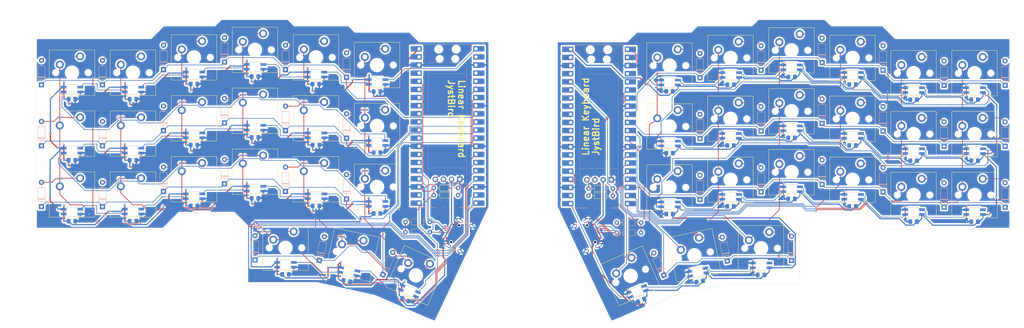
<source format=kicad_pcb>
(kicad_pcb (version 20240108) (generator "pcbnew") (generator_version "8.0")
  (layers (0 "F.Cu" signal) (31 "B.Cu" signal) (34 "B.Paste" user) (35 "F.Paste" user) (36 "B.SilkS" user "B.Silkscreen") (37 "F.SilkS" user "F.Silkscreen") (38 "B.Mask" user) (39 "F.Mask" user) (44 "Edge.Cuts" user))
  (net 0 "")
  (net 1 "Net-(D1-A)")
  (net 2 "Net-(D2-A)")
  (net 3 "Net-(D3-A)")
  (net 4 "Net-(D4-A)")
  (net 5 "Net-(D5-A)")
  (net 6 "Net-(D6-A)")
  (net 7 "Net-(D7-A)")
  (net 8 "Net-(D8-A)")
  (net 9 "Net-(D9-A)")
  (net 10 "Net-(D10-A)")
  (net 11 "Net-(D11-A)")
  (net 12 "Net-(D12-A)")
  (net 13 "Net-(D13-A)")
  (net 14 "Net-(D14-A)")
  (net 15 "Net-(D15-A)")
  (net 16 "Net-(D16-A)")
  (net 17 "Net-(D17-A)")
  (net 18 "Net-(D18-A)")
  (net 19 "Net-(D19-A)")
  (net 20 "Net-(D20-A)")
  (net 21 "Net-(D21-A)")
  (net 22 "Col1-0")
  (net 23 "Col1-1")
  (net 24 "Col1-2")
  (net 25 "Col1-3")
  (net 26 "Col1-4")
  (net 27 "Col1-5")
  (net 28 "OLED1_scl")
  (net 29 "+5V")
  (net 30 "OLED1_sda")
  (net 31 "GND")
  (net 32 "Row1-0")
  (net 33 "Row1-1")
  (net 34 "Row1-2")
  (net 35 "Row1-3")
  (net 36 "rgb0")
  (net 37 "Net-(D43-DOUT)")
  (net 38 "Net-(D44-DOUT)")
  (net 39 "Net-(D45-DOUT)")
  (net 40 "Net-(D46-DOUT)")
  (net 41 "Net-(D47-DOUT)")
  (net 42 "rgb1")
  (net 43 "Net-(D49-DOUT)")
  (net 44 "Net-(D50-DOUT)")
  (net 45 "Net-(D51-DOUT)")
  (net 46 "Net-(D52-DOUT)")
  (net 47 "Net-(D53-DOUT)")
  (net 48 "rgb2")
  (net 49 "Net-(D55-DOUT)")
  (net 50 "Net-(D56-DOUT)")
  (net 51 "Net-(D57-DOUT)")
  (net 52 "Net-(D58-DOUT)")
  (net 53 "Net-(D59-DOUT)")
  (net 55 "+3.3V")
  (net 68 "Net-(D22-DOUT)")
  (net 69 "rgb3")
  (net 70 "Net-(D23-DOUT)")
  (net 73 "Jack1_scl")
  (net 74 "Jack1_sda")
  (net 77 "Jack2_sda")
  (net 78 "Jack2_scl")
  (net 79 "OLED2_scl")
  (net 80 "OLED2_sda")
  (net 81 "Net-(D25-A)")
  (net 82 "Row2-0")
  (net 83 "Row2-1")
  (net 84 "Net-(D26-A)")
  (net 85 "Row2-2")
  (net 86 "Net-(D27-A)")
  (net 87 "Net-(D28-A)")
  (net 88 "Row2-3")
  (net 89 "Net-(D29-A)")
  (net 90 "Net-(D30-A)")
  (net 91 "Net-(D31-A)")
  (net 92 "Net-(D32-A)")
  (net 93 "Net-(D33-A)")
  (net 94 "Net-(D34-A)")
  (net 95 "Net-(D35-A)")
  (net 96 "Net-(D36-A)")
  (net 97 "Net-(D37-A)")
  (net 98 "Net-(D38-A)")
  (net 99 "Net-(D39-A)")
  (net 100 "Net-(D40-A)")
  (net 101 "Net-(D41-A)")
  (net 102 "Net-(D42-A)")
  (net 103 "Net-(D61-A)")
  (net 104 "Net-(D62-A)")
  (net 105 "Net-(D63-A)")
  (net 106 "Net-(D64-DOUT)")
  (net 107 "rgb4")
  (net 108 "rgb5")
  (net 109 "Net-(D65-DOUT)")
  (net 110 "Net-(D66-DOUT)")
  (net 111 "rgb6")
  (net 112 "rgb7")
  (net 113 "Net-(D67-DOUT)")
  (net 114 "Net-(D68-DOUT)")
  (net 115 "Net-(D69-DOUT)")
  (net 116 "Net-(D70-DOUT)")
  (net 117 "Net-(D71-DOUT)")
  (net 118 "Net-(D72-DOUT)")
  (net 119 "Net-(D73-DOUT)")
  (net 120 "Net-(D74-DOUT)")
  (net 122 "Net-(D76-DOUT)")
  (net 123 "Net-(D77-DOUT)")
  (net 124 "Net-(D78-DOUT)")
  (net 125 "Net-(D79-DOUT)")
  (net 126 "Net-(D80-DOUT)")
  (net 127 "Net-(D81-DOUT)")
  (net 129 "Col2-0")
  (net 130 "Col2-3")
  (net 131 "Col2-1")
  (net 132 "Col2-4")
  (net 133 "Col2-2")
  (net 134 "Col2-5")
  (footprint "KiCad-SSD1306-0.91-OLED-4pin-128x32.pretty-master:SSD1306-0.91-OLED-4pin-128x32" (layer "F.Cu") (at 278.805 166.825 -90)
    (property "Reference" "Brd1" (hide yes))
    (property "Value" "SSD1306")
  )
  (footprint "Resistor_THT:R_Axial_DIN0204_L3.6mm_D1.6mm_P7.62mm_Horizontal" (layer "F.Cu") (at 269.485 206.06)
    (property "Reference" "R2" (hide yes))
    (property "Value" "R")
  )
  (footprint "Switch_Keyboard_Cherry_MX:SW_Cherry_MX_PCB_1.00u" (layer "F.Cu") (at 351.955 184.279)
    (property "Reference" "SW10" (hide yes))
    (property "Value" "SW_Push")
  )
  (footprint "Connector_USB:USB_C_Receptacle_HCTL_HC-TYPE-C-16P-01A" (layer "F.Cu") (at 267.97 221.304969 -64.699)
    (property "Reference" "J1" (hide yes))
    (property "Value" "USB_C_Receptacle_USB2.0_16P")
  )
  (footprint "Switch_Keyboard_Cherry_MX:SW_Cherry_MX_PCB_1.00u" (layer "F.Cu") (at 174.9 224.6)
    (property "Reference" "SW33" (hide yes))
    (property "Value" "SW_Push")
  )
  (footprint "Switch_Keyboard_Cherry_MX:SW_Cherry_MX_PCB_1.00u" (layer "F.Cu") (at 165.375 162.688)
    (property "Reference" "SW30" (hide yes))
    (property "Value" "SW_Push")
  )
  (footprint "Switch_Keyboard_Cherry_MX:SW_Cherry_MX_PCB_1.00u" (layer "F.Cu") (at 146.325 165.069)
    (property "Reference" "SW34" (hide yes))
    (property "Value" "SW_Push")
  )
  (footprint "Switch_Keyboard_Cherry_MX:SW_Cherry_MX_PCB_1.00u" (layer "F.Cu") (at 371.005 189.042)
    (property "Reference" "SW11" (hide yes))
    (property "Value" "SW_Push")
  )
  (footprint "Switch_Keyboard_Cherry_MX:SW_Cherry_MX_PCB_1.00u" (layer "F.Cu") (at 390.055 208.092)
    (property "Reference" "SW18" (hide yes))
    (property "Value" "SW_Push")
  )
  (footprint "Switch_Keyboard_Cherry_MX:SW_Cherry_MX_PCB_1.00u" (layer "F.Cu") (at 165.375 200.788)
    (property "Reference" "SW32" (hide yes))
    (property "Value" "SW_Push")
  )
  (footprint "Switch_Keyboard_Cherry_MX:SW_Cherry_MX_PCB_1.00u" (layer "F.Cu") (at 313.855 165.229)
    (property "Reference" "SW2" (hide yes))
    (property "Value" "SW_Push")
  )
  (footprint "Switch_Keyboard_Cherry_MX:SW_Cherry_MX_PCB_1.00u" (layer "F.Cu") (at 203.475 186.5)
    (property "Reference" "SW23" (hide yes))
    (property "Value" "SW_Push")
  )
  (footprint "Switch_Keyboard_Cherry_MX:SW_Cherry_MX_PCB_1.00u" (layer "F.Cu") (at 332.905 200.948)
    (property "Reference" "SW15" (hide yes))
    (property "Value" "SW_Push")
  )
  (footprint "Switch_Keyboard_Cherry_MX:SW_Cherry_MX_PCB_1.00u" (layer "F.Cu") (at 146.325 203.169)
    (property "Reference" "SW36" (hide yes))
    (property "Value" "SW_Push")
  )
  (footprint "Switch_Keyboard_Cherry_MX:SW_Cherry_MX_PCB_1.00u" (layer "F.Cu") (at 203.475 205.55)
    (property "Reference" "SW24" (hide yes))
    (property "Value" "SW_Push")
  )
  (footprint "Switch_Keyboard_Cherry_MX:SW_Cherry_MX_PCB_1.00u" (layer "F.Cu") (at 390.055 189.042)
    (property "Reference" "SW12" (hide yes))
    (property "Value" "SW_Push")
  )
  (footprint "Switch_Keyboard_Cherry_MX:SW_Cherry_MX_PCB_1.00u" (layer "F.Cu") (at 294.805 205.71)
    (property "Reference" "SW13" (hide yes))
    (property "Value" "SW_Push")
  )
  (footprint "Switch_Keyboard_Cherry_MX:SW_Cherry_MX_PCB_1.00u" (layer "F.Cu") (at 294.805 167.61)
    (property "Reference" "SW1" (hide yes))
    (property "Value" "SW_Push")
  )
  (footprint "KiCad-SSD1306-0.91-OLED-4pin-128x32.pretty-master:SSD1306-0.91-OLED-4pin-128x32" (layer "F.Cu") (at 231.475 166.665 -90)
    (property "Reference" "Brd4" (hide yes))
    (property "Value" "SSD1306")
  )
  (footprint "Switch_Keyboard_Cherry_MX:SW_Cherry_MX_PCB_1.00u" (layer "F.Cu") (at 282.659872 233.387667 23.88)
    (property "Reference" "SW19" (hide yes))
    (property "Value" "SW_Push")
  )
  (footprint "Switch_Keyboard_Cherry_MX:SW_Cherry_MX_PCB_1.00u" (layer "F.Cu") (at 313.855 184.279)
    (property "Reference" "SW8" (hide yes))
    (property "Value" "SW_Push")
  )
  (footprint "Switch_Keyboard_Cherry_MX:SW_Cherry_MX_PCB_1.00u" (layer "F.Cu") (at 313.855 203.329)
    (property "Reference" "SW14" (hide yes))
    (property "Value" "SW_Push")
  )
  (footprint "Switch_Keyboard_Cherry_MX:SW_Cherry_MX_PCB_1.00u" (layer "F.Cu") (at 351.955 203.329)
    (property "Reference" "SW16" (hide yes))
    (property "Value" "SW_Push")
  )
  (footprint "Switch_Keyboard_Cherry_MX:SW_Cherry_MX_PCB_1.00u" (layer "F.Cu") (at 184.425 165.069)
    (property "Reference" "SW26" (hide yes))
    (property "Value" "SW_Push")
  )
  (footprint "Switch_Keyboard_Cherry_MX:SW_Cherry_MX_PCB_1.00u" (layer "F.Cu") (at 203.475 167.45)
    (property "Reference" "SW22" (hide yes))
    (property "Value" "SW_Push")
  )
  (footprint "Switch_Keyboard_Cherry_MX:SW_Cherry_MX_PCB_1.00u" (layer "F.Cu") (at 294.805 186.66)
    (property "Reference" "SW7" (hide yes))
    (property "Value" "SW_Push")
  )
  (footprint "Connector_USB:USB_C_Receptacle_HCTL_HC-TYPE-C-16P-01A" (layer "F.Cu") (at 230.205467 221.304969 64.699)
    (property "Reference" "J2" (hide yes))
    (property "Value" "USB_C_Receptacle_USB2.0_16P")
  )
  (footprint "Switch_Keyboard_Cherry_MX:SW_Cherry_MX_PCB_1.00u" (layer "F.Cu") (at 215.620128 233.227667 -23.879)
    (property "Reference" "SW25" (hide yes))
    (property "Value" "SW_Push")
  )
  (footprint "Switch_Keyboard_Cherry_MX:SW_Cherry_MX_PCB_1.00u" (layer "F.Cu") (at 108.225 207.932)
    (property "Reference" "SW42" (hide yes))
    (property "Value" "SW_Push")
  )
  (footprint "Switch_Keyboard_Cherry_MX:SW_Cherry_MX_PCB_1.00u" (layer "F.Cu") (at 323.38 224.76)
    (property "Reference" "SW21" (hide yes))
    (property "Value" "SW_Push")
  )
  (footprint "Switch_Keyboard_Cherry_MX:SW_Cherry_MX_PCB_1.00u" (layer "F.Cu") (at 195.705 226.78 -11.939)
    (property "Reference" "SW29" (hide yes))
    (property "Value" "SW_Push")
  )
  (footprint "Resistor_THT:R_Axial_DIN0204_L3.6mm_D1.6mm_P7.62mm_Horizontal" (layer "F.Cu") (at 269.485 208.31)
    (property "Reference" "R1" (hide yes))
    (property "Value" "R")
  )
  (footprint "Switch_Keyboard_Cherry_MX:SW_Cherry_MX_PCB_1.00u" (layer "F.Cu") (at 146.325 184.119)
    (property "Reference" "SW35" (hide yes))
    (property "Value" "SW_Push")
  )
  (footprint "Switch_Keyboard_Cherry_MX:SW_Cherry_MX_PCB_1.00u" (layer "F.Cu") (at 332.905 181.898)
    (property "Reference" "SW9" (hide yes))
    (property "Value" "SW_Push")
  )
  (footprint "Switch_Keyboard_Cherry_MX:SW_Cherry_MX_PCB_1.00u" (layer "F.Cu") (at 332.905 162.848)
    (property "Reference" "SW3" (hide yes))
    (property "Value" "SW_Push")
  )
  (footprint "Switch_Keyboard_Cherry_MX:SW_Cherry_MX_PCB_1.00u" (layer "F.Cu") (at 302.575 226.94 11.94)
    (property "Reference" "SW20" (hide yes))
    (property "Value" "SW_Push")
  )
  (footprint "Switch_Keyboard_Cherry_MX:SW_Cherry_MX_PCB_1.00u" (layer "F.Cu") (at 390.055 169.992)
    (property "Reference" "SW6" (hide yes))
    (property "Value" "SW_Push")
  )
  (footprint "Switch_Keyboard_Cherry_MX:SW_Cherry_MX_PCB_1.00u" (layer "F.Cu") (at 127.275 169.832)
    (property "Reference" "SW37" (hide yes))
    (property "Value" "SW_Push")
  )
  (footprint "Switch_Keyboard_Cherry_MX:SW_Cherry_MX_PCB_1.00u" (layer "F.Cu") (at 371.005 208.092)
    (property "Reference" "SW17" (hide yes))
    (property "Value" "SW_Push")
  )
  (footprint "Resistor_THT:R_Axial_DIN0204_L3.6mm_D1.6mm_P7.62mm_Horizontal" (layer "F.Cu") (at 228.795 208.15 180)
    (property "Reference" "R6" (hide yes))
    (property "Value" "R")
  )
  (footprint "Switch_Keyboard_Cherry_MX:SW_Cherry_MX_PCB_1.00u" (layer "F.Cu") (at 184.425 203.169)
    (property "Reference" "SW28" (hide yes))
    (property "Value" "SW_Push")
  )
  (footprint "Switch_Keyboard_Cherry_MX:SW_Cherry_MX_PCB_1.00u" (layer "F.Cu") (at 184.425 184.119)
    (property "Reference" "SW27" (hide yes))
    (property "Value" "SW_Push")
  )
  (footprint "Switch_Keyboard_Cherry_MX:SW_Cherry_MX_PCB_1.00u" (layer "F.Cu") (at 351.955 165.229)
    (property "Reference" "SW4" (hide yes))
    (property "Value" "SW_Push")
  )
  (footprint "Resistor_THT:R_Axial_DIN0204_L3.6mm_D1.6mm_P7.62mm_Horizontal" (layer "F.Cu") (at 228.795 205.9 180)
    (property "Reference" "R8" (hide yes))
    (property "Value" "R")
  )
  (footprint "Switch_Keyboard_Cherry_MX:SW_Cherry_MX_PCB_1.00u" (layer "F.Cu") (at 127.275 207.932)
    (property "Reference" "SW39" (hide yes))
    (property "Value" "SW_Push")
  )
  (footprint "Switch_Keyboard_Cherry_MX:SW_Cherry_MX_PCB_1.00u" (layer "F.Cu") (at 108.225 169.832)
    (property "Reference" "SW40" (hide yes))
    (property "Value" "SW_Push")
  )
  (footprint "Switch_Keyboard_Cherry_MX:SW_Cherry_MX_PCB_1.00u" (layer "F.Cu") (at 127.275 188.882)
    (property "Reference" "SW38" (hide yes))
    (property "Value" "SW_Push")
  )
  (footprint "Switch_Keyboard_Cherry_MX:SW_Cherry_MX_PCB_1.00u" (layer "F.Cu") (at 108.225 188.882)
    (property "Reference" "SW41" (hide yes))
    (property "Value" "SW_Push")
  )
  (footprint "Switch_Keyboard_Cherry_MX:SW_Cherry_MX_PCB_1.00u" (layer "F.Cu") (at 371.005 169.992)
    (property "Reference" "SW5" (hide yes))
    (property "Value" "SW_Push")
  )
  (footprint "Switch_Keyboard_Cherry_MX:SW_Cherry_MX_PCB_1.00u" (layer "F.Cu") (at 165.375 181.738)
    (property "Reference" "SW31" (hide yes))
    (property "Value" "SW_Push")
  )
  (footprint "Diode_THT:D_DO-35_SOD27_P7.62mm_Horizontal" (layer "B.Cu") (at 136.8 187.929 90)
    (property "Reference" "D38" (hide yes))
    (property "Value" "D")
  )
  (footprint "Capacitor_SMD:C_0805_2012Metric_Pad1.18x1.45mm_HandSolder" (layer "B.Cu") (at 165.375 209.113)
    (property "Reference" "C36" (hide yes))
    (property "Value" "C")
  )
  (footprint "Capacitor_SMD:C_0805_2012Metric_Pad1.18x1.45mm_HandSolder" (layer "B.Cu") (at 390.055 216.441 180)
    (property "Reference" "C18" (hide yes))
    (property "Value" "C")
  )
  (footprint "Capacitor_SMD:C_0805_2012Metric_Pad1.18x1.45mm_HandSolder" (layer "B.Cu") (at 146.325 173.382)
    (property "Reference" "C25" (hide yes))
    (property "Value" "C")
  )
  (footprint "Cheyao Macropad PCB Neopixel:SK6812MINI-E" (layer "B.Cu") (at 351.955 170.542 180)
    (property "Reference" "D46" (hide yes))
    (property "Value" "SK6812MINI" (hide yes))
    (fp_line (start 1.7 1.5) (end -1.7 1.5) (stroke (width 0.12)) (layer "Edge.Cuts"))
    (fp_line (start 1.7 -1.5) (end 1.7 1.5) (stroke (width 0.12)) (layer "Edge.Cuts"))
    (fp_line (start -1.7 1.5) (end -1.7 -1.5) (stroke (width 0.12)) (layer "Edge.Cuts"))
    (fp_line (start -1.7 -1.5) (end 1.7 -1.5) (stroke (width 0.12)) (layer "Edge.Cuts"))
  )
  (footprint "Diode_THT:D_DO-35_SOD27_P7.62mm_Horizontal" (layer "B.Cu") (at 304.33 190.485 90)
    (property "Reference" "D7" (hide yes))
    (property "Value" "D")
  )
  (footprint "Diode_THT:D_DO-35_SOD27_P7.62mm_Horizontal" (layer "B.Cu") (at 174.9 206.979 90)
    (property "Reference" "D31" (hide yes))
    (property "Value" "D")
  )
  (footprint "Capacitor_SMD:C_0805_2012Metric_Pad1.18x1.45mm_HandSolder" (layer "B.Cu") (at 351.955 173.542 180)
    (property "Reference" "C4" (hide yes))
    (property "Value" "C")
  )
  (footprint "Capacitor_SMD:C_0805_2012Metric_Pad1.18x1.45mm_HandSolder" (layer "B.Cu") (at 108.225 178.106)
    (property "Reference" "C27" (hide yes))
    (property "Value" "C")
  )
  (footprint "Cheyao Macropad PCB Neopixel:SK6812MINI-E" (layer "B.Cu") (at 203.475 210.875)
    (property "Reference" "D66" (hide yes))
    (property "Value" "SK6812MINI" (hide yes))
    (fp_line (start -1.7 -1.5) (end 1.7 -1.5) (stroke (width 0.12)) (layer "Edge.Cuts"))
    (fp_line (start -1.7 1.5) (end -1.7 -1.5) (stroke (width 0.12)) (layer "Edge.Cuts"))
    (fp_line (start 1.7 -1.5) (end 1.7 1.5) (stroke (width 0.12)) (layer "Edge.Cuts"))
    (fp_line (start 1.7 1.5) (end -1.7 1.5) (stroke (width 0.12)) (layer "Edge.Cuts"))
  )
  (footprint "Diode_THT:D_DO-35_SOD27_P7.62mm_Horizontal" (layer "B.Cu") (at 136.8 206.979 90)
    (property "Reference" "D39" (hide yes))
    (property "Value" "D")
  )
  (footprint "Cheyao Macropad PCB Neopixel:SK6812MINI-E" (layer "B.Cu") (at 303.625 232.201313 -168.062)
    (property "Reference" "D23" (hide yes))
    (property "Value" "SK6812MINI" (hide yes))
    (fp_line (start 1.7 1.5) (end -1.7 1.5) (stroke (width 0.12)) (layer "Edge.Cuts"))
    (fp_line (start 1.7 -1.5) (end 1.7 1.5) (stroke (width 0.12)) (layer "Edge.Cuts"))
    (fp_line (start -1.7 1.5) (end -1.7 -1.5) (stroke (width 0.12)) (layer "Edge.Cuts"))
    (fp_line (start -1.7 -1.5) (end 1.7 -1.5) (stroke (width 0.12)) (layer "Edge.Cuts"))
  )
  (footprint "Diode_THT:D_DO-35_SOD27_P7.62mm_Horizontal" (layer "B.Cu") (at 193.95 209.36 90)
    (property "Reference" "D27" (hide yes))
    (property "Value" "D")
  )
  (footprint "Capacitor_SMD:C_0805_2012Metric_Pad1.18x1.45mm_HandSolder" (layer "B.Cu") (at 390.055 178.266 180)
    (property "Reference" "C6" (hide yes))
    (property "Value" "C")
  )
  (footprint "Cheyao Macropad PCB Neopixel:SK6812MINI-E" (layer "B.Cu") (at 127.275 194.207)
    (property "Reference" "D80" (hide yes))
    (property "Value" "SK6812MINI" (hide yes))
    (fp_line (start -1.7 -1.5) (end 1.7 -1.5) (stroke (width 0.12)) (layer "Edge.Cuts"))
    (fp_line (start -1.7 1.5) (end -1.7 -1.5) (stroke (width 0.12)) (layer "Edge.Cuts"))
    (fp_line (start 1.7 -1.5) (end 1.7 1.5) (stroke (width 0.12)) (layer "Edge.Cuts"))
    (fp_line (start 1.7 1.5) (end -1.7 1.5) (stroke (width 0.12)) (layer "Edge.Cuts"))
  )
  (footprint "Capacitor_SMD:C_0805_2012Metric_Pad1.18x1.45mm_HandSolder" (layer "B.Cu") (at 203.475 213.875)
    (property "Reference" "C34" (hide yes))
    (property "Value" "C")
  )
  (footprint "Capacitor_SMD:C_0805_2012Metric_Pad1.18x1.45mm_HandSolder" (layer "B.Cu") (at 371.005 197.367 180)
    (property "Reference" "C11" (hide yes))
    (property "Value" "C")
  )
  (footprint "Diode_THT:D_DO-35_SOD27_P7.62mm_Horizontal" (layer "B.Cu") (at 136.8 168.879 90)
    (property "Reference" "D37" (hide yes))
    (property "Value" "D")
  )
  (footprint "Capacitor_SMD:C_0805_2012Metric_Pad1.18x1.45mm_HandSolder" (layer "B.Cu") (at 127.275 178.119)
    (property "Reference" "C26" (hide yes))
    (property "Value" "C")
  )
  (footprint "Cheyao Macropad PCB Neopixel:SK6812MINI-E" (layer "B.Cu") (at 351.955 189.604 180)
    (property "Reference" "D52" (hide yes))
    (property "Value" "SK6812MINI" (hide yes))
    (fp_line (start 1.7 1.5) (end -1.7 1.5) (stroke (width 0.12)) (layer "Edge.Cuts"))
    (fp_line (start 1.7 -1.5) (end 1.7 1.5) (stroke (width 0.12)) (layer "Edge.Cuts"))
    (fp_line (start -1.7 1.5) (end -1.7 -1.5) (stroke (width 0.12)) (layer "Edge.Cuts"))
    (fp_line (start -1.7 -1.5) (end 1.7 -1.5) (stroke (width 0.12)) (layer "Edge.Cuts"))
  )
  (footprint "Cheyao Macropad PCB Neopixel:SK6812MINI-E" (layer "B.Cu") (at 332.905 168.173 180)
    (property "Reference" "D45" (hide yes))
    (property "Value" "SK6812MINI" (hide yes))
    (fp_line (start 1.7 1.5) (end -1.7 1.5) (stroke (width 0.12)) (layer "Edge.Cuts"))
    (fp_line (start 1.7 -1.5) (end 1.7 1.5) (stroke (width 0.12)) (layer "Edge.Cuts"))
    (fp_line (start -1.7 1.5) (end -1.7 -1.5) (stroke (width 0.12)) (layer "Edge.Cuts"))
    (fp_line (start -1.7 -1.5) (end 1.7 -1.5) (stroke (width 0.12)) (layer "Edge.Cuts"))
  )
  (footprint "Resistor_THT:R_Axial_DIN0204_L3.6mm_D1.6mm_P7.62mm_Horizontal" (layer "B.Cu") (at 278.325 216.71)
    (property "Reference" "R4" (hide yes))
    (property "Value" "R")
  )
  (footprint "Cheyao Macropad PCB Neopixel:SK6812MINI-E" (layer "B.Cu") (at 108.225 175.106)
    (property "Reference" "D82" (hide yes))
    (property "Value" "SK6812MINI" (hide yes))
    (fp_line (start -1.7 -1.5) (end 1.7 -1.5) (stroke (width 0.12)) (layer "Edge.Cuts"))
    (fp_line (start -1.7 1.5) (end -1.7 -1.5) (stroke (width 0.12)) (layer "Edge.Cuts"))
    (fp_line (start 1.7 -1.5) (end 1.7 1.5) (stroke (width 0.12)) (layer "Edge.Cuts"))
    (fp_line (start 1.7 1.5) (end -1.7 1.5) (stroke (width 0.12)) (layer "Edge.Cuts"))
  )
  (footprint "Diode_THT:D_DO-35_SOD27_P7.62mm_Horizontal" (layer "B.Cu") (at 342.43 204.758 90)
    (property "Reference" "D15" (hide yes))
    (property "Value" "D")
  )
  (footprint "RPi_Pico:RPi_Pico_SMD_TH" (layer "B.Cu") (at 272.805 186.66 180)
    (property "Reference" "U1" (hide yes))
    (property "Value" "Pico")
  )
  (footprint "Diode_THT:D_DO-35_SOD27_P7.62mm_Horizontal" (layer "B.Cu") (at 185.440279 228.563755 78.06)
    (property "Reference" "D32" (hide yes))
    (property "Value" "D")
  )
  (footprint "Resistor_THT:R_Axial_DIN0204_L3.6mm_D1.6mm_P7.62mm_Horizontal" (layer "B.Cu") (at 219.955 219.7 180)
    (property "Reference" "R5" (hide yes))
    (property "Value" "R")
  )
  (footprint "Cheyao Macropad PCB Neopixel:SK6812MINI-E" (layer "B.Cu") (at 165.375 168.013)
    (property "Reference" "D72" (hide yes))
    (property "Value" "SK6812MINI" (hide yes))
    (fp_line (start -1.7 -1.5) (end 1.7 -1.5) (stroke (width 0.12)) (layer "Edge.Cuts"))
    (fp_line (start -1.7 1.5) (end -1.7 -1.5) (stroke (width 0.12)) (layer "Edge.Cuts"))
    (fp_line (start 1.7 -1.5) (end 1.7 1.5) (stroke (width 0.12)) (layer "Edge.Cuts"))
    (fp_line (start 1.7 1.5) (end -1.7 1.5) (stroke (width 0.12)) (layer "Edge.Cuts"))
  )
  (footprint "Capacitor_SMD:C_0805_2012Metric_Pad1.18x1.45mm_HandSolder" (layer "B.Cu") (at 294.805 194.985 180)
    (property "Reference" "C7" (hide yes))
    (property "Value" "C")
  )
  (footprint "Capacitor_SMD:C_0805_2012Metric_Pad1.18x1.45mm_HandSolder" (layer "B.Cu") (at 351.955 192.604 180)
    (property "Reference" "C10" (hide yes))
    (property "Value" "C")
  )
  (footprint "Diode_THT:D_DO-35_SOD27_P7.62mm_Horizontal" (layer "B.Cu") (at 323.38 188.089 90)
    (property "Reference" "D8" (hide yes))
    (property "Value" "D")
  )
  (footprint "Capacitor_SMD:C_0805_2012Metric_Pad1.18x1.45mm_HandSolder" (layer "B.Cu") (at 390.055 197.361 180)
    (property "Reference" "C12" (hide yes))
    (property "Value" "C")
  )
  (footprint "Cheyao Macropad PCB Neopixel:SK6812MINI-E" (layer "B.Cu") (at 294.805 211.035 180)
    (property "Reference" "D55" (hide yes))
    (property "Value" "SK6812MINI" (hide yes))
    (fp_line (start 1.7 1.5) (end -1.7 1.5) (stroke (width 0.12)) (layer "Edge.Cuts"))
    (fp_line (start 1.7 -1.5) (end 1.7 1.5) (stroke (width 0.12)) (layer "Edge.Cuts"))
    (fp_line (start -1.7 1.5) (end -1.7 -1.5) (stroke (width 0.12)) (layer "Edge.Cuts"))
    (fp_line (start -1.7 -1.5) (end 1.7 -1.5) (stroke (width 0.12)) (layer "Edge.Cuts"))
  )
  (footprint "Capacitor_SMD:C_0805_2012Metric_Pad1.18x1.45mm_HandSolder" (layer "B.Cu") (at 165.375 190.063)
    (property "Reference" "C30" (hide yes))
    (property "Value" "C")
  )
  (footprint "Cheyao Macropad PCB Neopixel:SK6812MINI-E" (layer "B.Cu") (at 390.055 194.361 180)
    (property "Reference" "D54" (hide yes))
    (property "Value" "SK6812MINI" (hide yes))
    (fp_line (start 1.7 1.5) (end -1.7 1.5) (stroke (width 0.12)) (layer "Edge.Cuts"))
    (fp_line (start 1.7 -1.5) (end 1.7 1.5) (stroke (width 0.12)) (layer "Edge.Cuts"))
    (fp_line (start -1.7 1.5) (end -1.7 -1.5) (stroke (width 0.12)) (layer "Edge.Cuts"))
    (fp_line (start -1.7 -1.5) (end 1.7 -1.5) (stroke (width 0.12)) (layer "Edge.Cuts"))
  )
  (footprint "Capacitor_SMD:C_0805_2012Metric_Pad1.18x1.45mm_HandSolder" (layer "B.Cu") (at 323.38 233.085 180)
    (property "Reference" "C21" (hide yes))
    (property "Value" "C")
  )
  (footprint "Cheyao Macropad PCB Neopixel:SK6812MINI-E" (layer "B.Cu") (at 184.425 189.444)
    (property "Reference" "D69" (hide yes))
    (property "Value" "SK6812MINI" (hide yes))
    (fp_line (start -1.7 -1.5) (end 1.7 -1.5) (stroke (width 0.12)) (layer "Edge.Cuts"))
    (fp_line (start -1.7 1.5) (end -1.7 -1.5) (stroke (width 0.12)) (layer "Edge.Cuts"))
    (fp_line (start 1.7 -1.5) (end 1.7 1.5) (stroke (width 0.12)) (layer "Edge.Cuts"))
    (fp_line (start 1.7 1.5) (end -1.7 1.5) (stroke (width 0.12)) (layer "Edge.Cuts"))
  )
  (footprint "Cheyao Macropad PCB Neopixel:SK6812MINI-E" (layer "B.Cu") (at 294.805 191.985 180)
    (property "Reference" "D49" (hide yes))
    (property "Value" "SK6812MINI" (hide yes))
    (fp_line (start 1.7 1.5) (end -1.7 1.5) (stroke (width 0.12)) (layer "Edge.Cuts"))
    (fp_line (start 1.7 -1.5) (end 1.7 1.5) (stroke (width 0.12)) (layer "Edge.Cuts"))
    (fp_line (start -1.7 1.5) (end -1.7 -1.5) (stroke (width 0.12)) (layer "Edge.Cuts"))
    (fp_line (start -1.7 -1.5) (end 1.7 -1.5) (stroke (width 0.12)) (layer "Edge.Cuts"))
  )
  (footprint "Cheyao Macropad PCB Neopixel:SK6812MINI-E" (layer "B.Cu") (at 213.54833 238.116695 -23.879)
    (property "Reference" "D67" (hide yes))
    (property "Value" "SK6812MINI" (hide yes))
    (fp_line (start -1.7 1.5) (end -1.7 -1.500001) (stroke (width 0.12)) (layer "Edge.Cuts"))
    (fp_line (start -1.7 -1.500001) (end 1.7 -1.5) (stroke (width 0.12)) (layer "Edge.Cuts"))
    (fp_line (start 1.7 1.500001) (end -1.7 1.5) (stroke (width 0.12)) (layer "Edge.Cuts"))
    (fp_line (start 1.7 -1.5) (end 1.7 1.500001) (stroke (width 0.12)) (layer "Edge.Cuts"))
  )
  (footprint "Diode_THT:D_DO-35_SOD27_P7.62mm_Horizontal" (layer "B.Cu") (at 117.75 173.642 90)
    (property "Reference" "D40" (hide yes))
    (property "Value" "D")
  )
  (footprint "Diode_THT:D_DO-35_SOD27_P7.62mm_Horizontal" (layer "B.Cu") (at 332.905 228.585 90)
    (property "Reference" "D21" (hide yes))
    (property "Value" "D")
  )
  (footprint "Cheyao Macropad PCB Neopixel:SK6812MINI-E" (layer "B.Cu") (at 146.325 208.494)
    (property "Reference" "D78" (hide yes))
    (property "Value" "SK6812MINI" (hide yes))
    (fp_line (start -1.7 -1.5) (end 1.7 -1.5) (stroke (width 0.12)) (layer "Edge.Cuts"))
    (fp_line (start -1.7 1.5) (end -1.7 -1.5) (stroke (width 0.12)) (layer "Edge.Cuts"))
    (fp_line (start 1.7 -1.5) (end 1.7 1.5) (stroke (width 0.12)) (layer "Edge.Cuts"))
    (fp_line (start 1.7 1.5) (end -1.7 1.5) (stroke (width 0.12)) (layer "Edge.Cuts"))
  )
  (footprint "Cheyao Macropad PCB Neopixel:SK6812MINI-E" (layer "B.Cu") (at 174.9 229.925)
    (property "Reference" "D75" (hide yes))
    (property "Value" "SK6812MINI" (hide yes))
    (fp_line (start -1.7 -1.5) (end 1.7 -1.5) (stroke (width 0.12)) (layer "Edge.Cuts"))
    (fp_line (start -1.7 1.5) (end -1.7 -1.5) (stroke (width 0.12)) (layer "Edge.Cuts"))
    (fp_line (start 1.7 -1.5) (end 1.7 1.5) (stroke (width 0.12)) (layer "Edge.Cuts"))
    (fp_line (start 1.7 1.5) (end -1.7 1.5) (stroke (width 0.12)) (layer "Edge.Cuts"))
  )
  (footprint "Capacitor_SMD:C_0805_2012Metric_Pad1.18x1.45mm_HandSolder" (layer "B.Cu") (at 294.805 214.035 180)
    (property "Reference" "C13" (hide yes))
    (property "Value" "C")
  )
  (footprint "Diode_THT:D_DO-35_SOD27_P7.62mm_Horizontal" (layer "B.Cu") (at 98.7 173.642 90)
    (property "Reference" "D61" (hide yes))
    (property "Value" "D")
  )
  (footprint "Cheyao Macropad PCB Neopixel:SK6812MINI-E" (layer "B.Cu") (at 108.225 213.281)
    (property "Reference" "D84" (hide yes))
    (property "Value" "SK6812MINI" (hide yes))
    (fp_line (start -1.7 -1.5) (end 1.7 -1.5) (stroke (width 0.12)) (layer "Edge.Cuts"))
    (fp_line (start -1.7 1.5) (end -1.7 -1.5) (stroke (width 0.12)) (layer "Edge.Cuts"))
    (fp_line (start 1.7 -1.5) (end 1.7 1.5) (stroke (width 0.12)) (layer "Edge.Cuts"))
    (fp_line (start 1.7 1.5) (end -1.7 1.5) (stroke (width 0.12)) (layer "Edge.Cuts"))
  )
  (footprint "Diode_THT:D_DO-35_SOD27_P7.62mm_Horizontal" (layer "B.Cu") (at 323.38 169.039 90)
    (property "Reference" "D2" (hide yes))
    (property "Value" "D")
  )
  (footprint "Diode_THT:D_DO-35_SOD27_P7.62mm_Horizontal" (layer "B.Cu") (at 155.85 166.498 90)
    (property "Reference" "D33" (hide yes))
    (property "Value" "D")
  )
  (footprint "Diode_THT:D_DO-35_SOD27_P7.62mm_Horizontal" (layer "B.Cu") (at 380.53 211.902 90)
    (property "Reference" "D17" (hide yes))
    (property "Value" "D")
  )
  (footprint "Diode_THT:D_DO-35_SOD27_P7.62mm_Horizontal" (layer "B.Cu") (at 361.48 188.089 90)
    (property "Reference" "D10" (hide yes))
    (property "Value" "D")
  )
  (footprint "Diode_THT:D_DO-35_SOD27_P7.62mm_Horizontal" (layer "B.Cu") (at 342.43 185.708 90)
    (property "Reference" "D9" (hide yes))
    (property "Value" "D")
  )
  (footprint "Diode_THT:D_DO-35_SOD27_P7.62mm_Horizontal" (layer "B.Cu") (at 98.7 192.692 90)
    (property "Reference" "D62" (hide yes))
    (property "Value" "D")
  )
  (footprint "Cheyao Macropad PCB Neopixel:SK6812MINI-E" (layer "B.Cu") (at 184.375 170.42)
    (property "Reference" "D68" (hide yes))
    (property "Value" "SK6812MINI" (hide yes))
    (fp_line (start -1.7 -1.5) (end 1.7 -1.5) (stroke (width 0.12)) (layer "Edge.Cuts"))
    (fp_line (start -1.7 1.5) (end -1.7 -1.5) (stroke (width 0.12)) (layer "Edge.Cuts"))
    (fp_line (start 1.7 -1.5) (end 1.7 1.5) (stroke (width 0.12)) (layer "Edge.Cuts"))
    (fp_line (start 1.7 1.5) (end -1.7 1.5) (stroke (width 0.12)) (layer "Edge.Cuts"))
  )
  (footprint "Diode_THT:D_DO-35_SOD27_P7.62mm_Horizontal" (layer "B.Cu") (at 155.85 185.548 90)
    (property "Reference" "D34" (hide yes))
    (property "Value" "D")
  )
  (footprint "Capacitor_SMD:C_0805_2012Metric_Pad1.18x1.45mm_HandSolder" (layer "B.Cu") (at 184.425 192.444)
    (property "Reference" "C29" (hide yes))
    (property "Value" "C")
  )
  (footprint "Cheyao Macropad PCB Neopixel:SK6812MINI-E" (layer "B.Cu") (at 165.375 206.113)
    (property "Reference" "D74" (hide yes))
    (property "Value" "SK6812MINI" (hide yes))
    (fp_line (start -1.7 -1.5) (end 1.7 -1.5) (stroke (width 0.12)) (layer "Edge.Cuts"))
    (fp_line (start -1.7 1.5) (end -1.7 -1.5) (stroke (width 0.12)) (layer "Edge.Cuts"))
    (fp_line (start 1.7 -1.5) (end 1.7 1.5) (stroke (width 0.12)) (layer "Edge.Cuts"))
    (fp_line (start 1.7 1.5) (end -1.7 1.5) (stroke (width 0.12)) (layer "Edge.Cuts"))
  )
  (footprint "Diode_THT:D_DO-35_SOD27_P7.62mm_Horizontal" (layer "B.Cu") (at 361.48 169.039 90)
    (property "Reference" "D4" (hide yes))
    (property "Value" "D")
  )
  (footprint "Cheyao Macropad PCB Neopixel:SK6812MINI-E" (layer "B.Cu") (at 203.475 191.825)
    (property "Reference" "D65" (hide yes))
    (property "Value" "SK6812MINI" (hide yes))
    (fp_line (start -1.7 -1.5) (end 1.7 -1.5) (stroke (width 0.12)) (layer "Edge.Cuts"))
    (fp_line (start -1.7 1.5) (end -1.7 -1.5) (stroke (width 0.12)) (layer "Edge.Cuts"))
    (fp_line (start 1.7 -1.5) (end 1.7 1.5) (stroke (width 0.12)) (layer "Edge.Cuts"))
    (fp_line (start 1.7 1.5) (end -1.7 1.5) (stroke (width 0.12)) (layer "Edge.Cuts"))
  )
  (footprint "Capacitor_SMD:C_0805_2012Metric_Pad1.18x1.45mm_HandSolder" (layer "B.Cu") (at 146.325 211.494)
    (property "Reference" "C37" (hide yes))
    (property "Value" "C")
  )
  (footprint "Capacitor_SMD:C_0805_2012Metric_Pad1.18x1.45mm_HandSolder" (layer "B.Cu") (at 332.905 209.273 180)
    (property "Reference" "C15" (hide yes))
    (property "Value" "C")
  )
  (footprint "Diode_THT:D_DO-35_SOD27_P7.62mm_Horizontal" (layer "B.Cu") (at 399.58 173.802 90)
    (property "Reference" "D6" (hide yes))
    (property "Value" "D")
  )
  (footprint "Capacitor_SMD:C_0805_2012Metric_Pad1.18x1.45mm_HandSolder" (layer "B.Cu") (at 127.275 216.257)
    (property "Reference" "C38" (hide yes))
    (property "Value" "C")
  )
  (footprint "Capacitor_SMD:C_0805_2012Metric_Pad1.18x1.45mm_HandSolder" (layer "B.Cu") (at 332.905 190.223 180)
    (property "Reference" "C9" (hide yes))
    (property "Value" "C")
  )
  (footprint "Capacitor_SMD:C_0805_2012Metric_Pad1.18x1.45mm_HandSolder" (layer "B.Cu") (at 184.425 211.494)
    (property "Reference" "C35" (hide yes))
    (property "Value" "C")
  )
  (footprint "Cheyao Macropad PCB Neopixel:SK6812MINI-E" (layer "B.Cu") (at 371.005 175.279 180)
    (property "Reference" "D47" (hide yes))
    (property "Value" "SK6812MINI" (hide yes))
    (fp_line (start 1.7 1.5) (end -1.7 1.5) (stroke (width 0.12)) (layer "Edge.Cuts"))
    (fp_line (start 1.7 -1.5) (end 1.7 1.5) (stroke (width 0.12)) (layer "Edge.Cuts"))
    (fp_line (start -1.7 1.5) (end -1.7 -1.5) (stroke (width 0.12)) (layer "Edge.Cuts"))
    (fp_line (start -1.7 -1.5) (end 1.7 -1.5) (stroke (width 0.12)) (layer "Edge.Cuts"))
  )
  (footprint "Diode_THT:D_DO-35_SOD27_P7.62mm_Horizontal" (layer "B.Cu") (at 399.58 211.902 90)
    (property "Reference" "D18" (hide yes))
    (property "Value" "D")
  )
  (footprint "Capacitor_SMD:C_0805_2012Metric_Pad1.18x1.45mm_HandSolder" (layer "B.Cu") (at 304.246 235.136313 -168.062)
    (property "Reference" "C20" (hide yes))
    (property "Value" "C")
  )
  (footprint "Cheyao Macropad PCB Neopixel:SK6812MINI-E" (layer "B.Cu") (at 194.655 232.041313 -11.938)
    (property "Reference" "D71" (hide yes))
    (property "Value" "SK6812MINI" (hide yes))
    (fp_line (start -1.7 1.5) (end -1.7 -1.5) (stroke (width 0.12)) (layer "Edge.Cuts"))
    (fp_line (start -1.7 -1.5) (end 1.7 -1.5) (stroke (width 0.12)) (layer "Edge.Cuts"))
    (fp_line (start 1.7 1.5) (end -1.7 1.5) (stroke (width 0.12)) (layer "Edge.Cuts"))
    (fp_line (start 1.7 -1.5) (end 1.7 1.5) (stroke (width 0.12)) (layer "Edge.Cuts"))
  )
  (footprint "Diode_THT:D_DO-35_SOD27_P7.62mm_Horizontal" (layer "B.Cu") (at 304.33 171.42 90)
    (property "Reference" "D1" (hide yes))
    (property "Value" "D")
  )
  (footprint "Cheyao Macropad PCB Neopixel:SK6812MINI-E" (layer "B.Cu") (at 108.225 194.201)
    (property "Reference" "D83" (hide yes))
    (property "Value" "SK6812MINI" (hide yes))
    (fp_line (start -1.7 -1.5) (end 1.7 -1.5) (stroke (width 0.12)) (layer "Edge.Cuts"))
    (fp_line (start -1.7 1.5) (end -1.7 -1.5) (stroke (width 0.12)) (layer "Edge.Cuts"))
    (fp_line (start 1.7 -1.5) (end 1.7 1.5) (stroke (width 0.12)) (layer "Edge.Cuts"))
    (fp_line (start 1.7 1.5) (end -1.7 1.5) (stroke (width 0.12)) (layer "Edge.Cuts"))
  )
  (footprint "Diode_THT:D_DO-35_SOD27_P7.62mm_Horizontal" (layer "B.Cu") (at 399.58 192.852 90)
    (property "Reference" "D12" (hide yes))
    (property "Value" "D")
  )
  (footprint "Capacitor_SMD:C_0805_2012Metric_Pad1.18x1.45mm_HandSolder" (layer "B.Cu") (at 212.33433 240.859695 -23.879)
    (property "Reference" "C40" (hide yes))
    (property "Value" "C")
  )
  (footprint "Capacitor_SMD:C_0805_2012Metric_Pad1.18x1.45mm_HandSolder" (layer "B.Cu") (at 285.94567 241.019695 -156.121)
    (property "Reference" "C19" (hide yes))
    (property "Value" "C")
  )
  (footprint "Capacitor_SMD:C_0805_2012Metric_Pad1.18x1.45mm_HandSolder" (layer "B.Cu") (at 313.855 192.604 180)
    (property "Reference" "C8" (hide yes))
    (property "Value" "C")
  )
  (footprint "Cheyao Macropad PCB Neopixel:SK6812MINI-E" (layer "B.Cu") (at 351.955 208.654 180)
    (property "Reference" "D58" (hide yes))
    (property "Value" "SK6812MINI" (hide yes))
    (fp_line (start 1.7 1.5) (end -1.7 1.5) (stroke (width 0.12)) (layer "Edge.Cuts"))
    (fp_line (start 1.7 -1.5) (end 1.7 1.5) (stroke (width 0.12)) (layer "Edge.Cuts"))
    (fp_line (start -1.7 1.5) (end -1.7 -1.5) (stroke (width 0.12)) (layer "Edge.Cuts"))
    (fp_line (start -1.7 -1.5) (end 1.7 -1.5) (stroke (width 0.12)) (layer "Edge.Cuts"))
  )
  (footprint "Capacitor_SMD:C_0805_2012Metric_Pad1.18x1.45mm_HandSolder" (layer "B.Cu") (at 313.855 211.654 180)
    (property "Reference" "C14" (hide yes))
    (property "Value" "C")
  )
  (footprint "Resistor_THT:R_Axial_DIN0204_L3.6mm_D1.6mm_P7.62mm_Horizontal" (layer "B.Cu") (at 219.955 216.55 180)
    (property "Reference" "R7" (hide yes))
    (property "Value" "R")
  )
  (footprint "Diode_THT:D_DO-35_SOD27_P7.62mm_Horizontal" (layer "B.Cu") (at 292.973983 233.160569 113.879)
    (property "Reference" "D19" (hide yes))
    (property "Value" "D")
  )
  (footprint "Cheyao Macropad PCB Neopixel:SK6812MINI-E" (layer "B.Cu") (at 127.275 213.257)
    (property "Reference" "D81" (hide yes))
    (property "Value" "SK6812MINI" (hide yes))
    (fp_line (start -1.7 -1.5) (end 1.7 -1.5) (stroke (width 0.12)) (layer "Edge.Cuts"))
    (fp_line (start -1.7 1.5) (end -1.7 -1.5) (stroke (width 0.12)) (layer "Edge.Cuts"))
    (fp_line (start 1.7 -1.5) (end 1.7 1.5) (stroke (width 0.12)) (layer "Edge.Cuts"))
    (fp_line (start 1.7 1.5) (end -1.7 1.5) (stroke (width 0.12)) (layer "Edge.Cuts"))
  )
  (footprint "Cheyao Macropad PCB Neopixel:SK6812MINI-E" (layer "B.Cu") (at 284.73167 238.276695 -156.121)
    (property "Reference" "D22" (hide yes))
    (property "Value" "SK6812MINI" (hide yes))
    (fp_line (start 1.7 1.5) (end -1.7 1.500001) (stroke (width 0.12)) (layer "Edge.Cuts"))
    (fp_line (start 1.7 -1.500001) (end 1.7 1.5) (stroke (width 0.12)) (layer "Edge.Cuts"))
    (fp_line (start -1.7 1.500001) (end -1.7 -1.5) (stroke (width 0.12)) (layer "Edge.Cuts"))
    (fp_line (start -1.7 -1.5) (end 1.7 -1.500001) (stroke (width 0.12)) (layer "Edge.Cuts"))
  )
  (footprint "Capacitor_SMD:C_0805_2012Metric_Pad1.18x1.45mm_HandSolder" (layer "B.Cu") (at 371.005 216.417 180)
    (property "Reference" "C17" (hide yes))
    (property "Value" "C")
  )
  (footprint "Diode_THT:D_DO-35_SOD27_P7.62mm_Horizontal" (layer "B.Cu") (at 174.9 187.929 90)
    (property "Reference" "D30" (hide yes))
    (property "Value" "D")
  )
  (footprint "Capacitor_SMD:C_0805_2012Metric_Pad1.18x1.45mm_HandSolder" (layer "B.Cu") (at 194.034 234.976313 -11.938)
    (property "Reference" "C41" (hide yes))
    (property "Value" "C")
  )
  (footprint "Capacitor_SMD:C_0805_2012Metric_Pad1.18x1.45mm_HandSolder" (layer "B.Cu") (at 332.905 171.173 180)
    (property "Reference" "C3" (hide yes))
    (property "Value" "C")
  )
  (footprint "Capacitor_SMD:C_0805_2012Metric_Pad1.18x1.45mm_HandSolder" (layer "B.Cu") (at 174.9 232.925)
    (property "Reference" "C42" (hide yes))
    (property "Value" "C")
  )
  (footprint "Cheyao Macropad PCB Neopixel:SK6812MINI-E" (layer "B.Cu") (at 184.425 208.494)
    (property "Reference" "D70" (hide yes))
    (property "Value" "SK6812MINI" (hide yes))
    (fp_line (start -1.7 -1.5) (end 1.7 -1.5) (stroke (width 0.12)) (layer "Edge.Cuts"))
    (fp_line (start -1.7 1.5) (end -1.7 -1.5) (stroke (width 0.12)) (layer "Edge.Cuts"))
    (fp_line (start 1.7 -1.5) (end 1.7 1.5) (stroke (width 0.12)) (layer "Edge.Cuts"))
    (fp_line (start 1.7 1.5) (end -1.7 1.5) (stroke (width 0.12)) (layer "Edge.Cuts"))
  )
  (footprint "Diode_THT:D_DO-35_SOD27_P7.62mm_Horizontal" (layer "B.Cu") (at 380.53 173.802 90)
    (property "Reference" "D5" (hide yes))
    (property "Value" "D")
  )
  (footprint "Cheyao Macropad PCB Neopixel:SK6812MINI-E" (layer "B.Cu") (at 127.275 175.119)
    (property "Reference" "D79" (hide yes))
    (property "Value" "SK6812MINI" (hide yes))
    (fp_line (start -1.7 -1.5) (end 1.7 -1.5) (stroke (width 0.12)) (layer "Edge.Cuts"))
    (fp_line (start -1.7 1.5) (end -1.7 -1.5) (stroke (width 0.12)) (layer "Edge.Cuts"))
    (fp_line (start 1.7 -1.5) (end 1.7 1.5) (stroke (width 0.12)) (layer "Edge.Cuts"))
    (fp_line (start 1.7 1.5) (end -1.7 1.5) (stroke (width 0.12)) (layer "Edge.Cuts"))
  )
  (footprint "Capacitor_SMD:C_0805_2012Metric_Pad1.18x1.45mm_HandSolder" (layer "B.Cu") (at 313.905 173.58 180)
    (property "Reference" "C2" (hide yes))
    (property "Value" "C")
  )
  (footprint "Cheyao Macropad PCB Neopixel:SK6812MINI-E" (layer "B.Cu") (at 371.005 194.367 180)
    (property "Reference" "D53" (hide yes))
    (property "Value" "SK6812MINI" (hide yes))
    (fp_line (start 1.7 1.5) (end -1.7 1.5) (stroke (width 0.12)) (layer "Edge.Cuts"))
    (fp_line (start 1.7 -1.5) (end 1.7 1.5) (stroke (width 0.12)) (layer "Edge.Cuts"))
    (fp_line (start -1.7 1.5) (end -1.7 -1.5) (stroke (width 0.12)) (layer "Edge.Cuts"))
    (fp_line (start -1.7 -1.5) (end 1.7 -1.5) (stroke (width 0.12)) (layer "Edge.Cuts"))
  )
  (footprint "Capacitor_SMD:C_0805_2012Metric_Pad1.18x1.45mm_HandSolder" (layer "B.Cu") (at 203.475 194.825)
    (property "Reference" "C28" (hide yes))
    (property "Value" "C")
  )
  (footprint "Cheyao Macropad PCB Neopixel:SK6812MINI-E" (layer "B.Cu") (at 313.855 189.604 180)
    (property "Reference" "D50" (hide yes))
    (property "Value" "SK6812MINI" (hide yes))
    (fp_line (start 1.7 1.5) (end -1.7 1.5) (stroke (width 0.12)) (layer "Edge.Cuts"))
    (fp_line (start 1.7 -1.5) (end 1.7 1.5) (stroke (width 0.12)) (layer "Edge.Cuts"))
    (fp_line (start -1.7 1.5) (end -1.7 -1.5) (stroke (width 0.12)) (layer "Edge.Cuts"))
    (fp_line (start -1.7 -1.5) (end 1.7 -1.5) (stroke (width 0.12)) (layer "Edge.Cuts"))
  )
  (footprint "Resistor_THT:R_Axial_DIN0204_L3.6mm_D1.6mm_P7.62mm_Horizontal" (layer "B.Cu") (at 278.325 219.86)
    (property "Reference" "R3" (hide yes))
    (property "Value" "R")
  )
  (footprint "Diode_THT:D_DO-35_SOD27_P7.62mm_Horizontal" (layer "B.Cu") (at 312.839721 228.723755 101.94)
    (property "Reference" "D20" (hide yes))
    (property "Value" "D")
  )
  (footprint "Cheyao Macropad PCB Neopixel:SK6812MINI-E" (layer "B.Cu") (at 313.905 170.58 180)
    (property "Reference" "D44" (hide yes))
    (property "Value" "SK6812MINI" (hide yes))
    (fp_line (start 1.7 1.5) (end -1.7 1.5) (stroke (width 0.12)) (layer "Edge.Cuts"))
    (fp_line (start 1.7 -1.5) (end 1.7 1.5) (stroke (width 0.12)) (layer "Edge.Cuts"))
    (fp_line (start -1.7 1.5) (end -1.7 -1.5) (stroke (width 0.12)) (layer "Edge.Cuts"))
    (fp_line (start -1.7 -1.5) (end 1.7 -1.5) (stroke (width 0.12)) (layer "Edge.Cuts"))
  )
  (footprint "Diode_THT:D_DO-35_SOD27_P7.62mm_Horizontal" (layer "B.Cu") (at 342.43 166.658 90)
    (property "Reference" "D3" (hide yes))
    (property "Value" "D")
  )
  (footprint "Diode_THT:D_DO-35_SOD27_P7.62mm_Horizontal" (layer "B.Cu") (at 98.7 211.742 90)
    (property "Reference" "D63" (hide yes))
    (property "Value" "D")
  )
  (footprint "Diode_THT:D_DO-35_SOD27_P7.62mm_Horizontal" (layer "B.Cu") (at 205.306017 233.000569 66.121)
    (property "Reference" "D28" (hide yes))
    (property "Value" "D")
  )
  (footprint "Capacitor_SMD:C_0805_2012Metric_Pad1.18x1.45mm_HandSolder" (layer "B.Cu") (at 371.005 178.279 180)
    (property "Reference" "C5" (hide yes))
    (property "Value" "C")
  )
  (footprint "Diode_THT:D_DO-35_SOD27_P7.62mm_Horizontal" (layer "B.Cu") (at 304.33 209.52 90)
    (property "Reference" "D13" (hide yes))
    (property "Value" "D")
  )
  (footprint "Capacitor_SMD:C_0805_2012Metric_Pad1.18x1.45mm_HandSolder" (layer "B.Cu") (at 184.375 173.42)
    (property "Reference" "C23" (hide yes))
    (property "Value" "C")
  )
  (footprint "Diode_THT:D_DO-35_SOD27_P7.62mm_Horizontal" (layer "B.Cu") (at 361.48 207.139 90)
    (property "Reference" "D16" (hide yes))
    (property "Value" "D")
  )
  (footprint "Diode_THT:D_DO-35_SOD27_P7.62mm_Horizontal" (layer "B.Cu") (at 380.53 192.852 90)
    (property "Reference" "D11" (hide yes))
    (property "Value" "D")
  )
  (footprint "Cheyao Macropad PCB Neopixel:SK6812MINI-E" (layer "B.Cu") (at 390.055 213.441 180)
    (property "Reference" "D60" (hide yes))
    (property "Value" "SK6812MINI" (hide yes))
    (fp_line (start 1.7 1.5) (end -1.7 1.5) (stroke (width 0.12)) (layer "Edge.Cuts"))
    (fp_line (start 1.7 -1.5) (end 1.7 1.5) (stroke (width 0.12)) (layer "Edge.Cuts"))
    (fp_line (start -1.7 1.5) (end -1.7 -1.5) (stroke (width 0.12)) (layer "Edge.Cuts"))
    (fp_line (start -1.7 -1.5) (end 1.7 -1.5) (stroke (width 0.12)) (layer "Edge.Cuts"))
  )
  (footprint "Cheyao Macropad PCB Neopixel:SK6812MINI-E" (layer "B.Cu") (at 332.905 206.273 180)
    (property "Reference" "D57" (hide yes))
    (property "Value" "SK6812MINI" (hide yes))
    (fp_line (start 1.7 1.5) (end -1.7 1.5) (stroke (width 0.12)) (layer "Edge.Cuts"))
    (fp_line (start 1.7 -1.5) (end 1.7 1.5) (stroke (width 0.12)) (layer "Edge.Cuts"))
    (fp_line (start -1.7 1.5) (end -1.7 -1.5) (stroke (width 0.12)) (layer "Edge.Cuts"))
    (fp_line (start -1.7 -1.5) (end 1.7 -1.5) (stroke (width 0.12)) (layer "Edge.Cuts"))
  )
  (footprint "RPi_Pico:RPi_Pico_SMD_TH" (layer "B.Cu") (at 225.475 186.5 180)
    (property "Reference" "U2" (hide yes))
    (property "Value" "Pico")
  )
  (footprint "Capacitor_SMD:C_0805_2012Metric_Pad1.18x1.45mm_HandSolder" (layer "B.Cu") (at 203.475 175.75)
    (property "Reference" "C22" (hide yes))
    (property "Value" "C")
  )
  (footprint "Capacitor_SMD:C_0805_2012Metric_Pad1.18x1.45mm_HandSolder" (layer "B.Cu") (at 108.225 216.281)
    (property "Reference" "C39" (hide yes))
    (property "Value" "C")
  )
  (footprint "Diode_THT:D_DO-35_SOD27_P7.62mm_Horizontal" (layer "B.Cu") (at 323.38 207.139 90)
    (property "Reference" "D14" (hide yes))
    (property "Value" "D")
  )
  (footprint "Cheyao Macropad PCB Neopixel:SK6812MINI-E" (layer "B.Cu") (at 146.325 189.444)
    (property "Reference" "D77" (hide yes))
    (property "Value" "SK6812MINI" (hide yes))
    (fp_line (start -1.7 -1.5) (end 1.7 -1.5) (stroke (width 0.12)) (layer "Edge.Cuts"))
    (fp_line (start -1.7 1.5) (end -1.7 -1.5) (stroke (width 0.12)) (layer "Edge.Cuts"))
    (fp_line (start 1.7 -1.5) (end 1.7 1.5) (stroke (width 0.12)) (layer "Edge.Cuts"))
    (fp_line (start 1.7 1.5) (end -1.7 1.5) (stroke (width 0.12)) (layer "Edge.Cuts"))
  )
  (footprint "Cheyao Macropad PCB Neopixel:SK6812MINI-E" (layer "B.Cu") (at 203.475 172.75)
    (property "Reference" "D64" (hide yes))
    (property "Value" "SK6812MINI" (hide yes))
    (fp_line (start -1.7 -1.5) (end 1.7 -1.5) (stroke (width 0.12)) (layer "Edge.Cuts"))
    (fp_line (start -1.7 1.5) (end -1.7 -1.5) (stroke (width 0.12)) (layer "Edge.Cuts"))
    (fp_line (start 1.7 -1.5) (end 1.7 1.5) (stroke (width 0.12)) (layer "Edge.Cuts"))
    (fp_line (start 1.7 1.5) (end -1.7 1.5) (stroke (width 0.12)) (layer "Edge.Cuts"))
  )
  (footprint "Cheyao Macropad PCB Neopixel:SK6812MINI-E" (layer "B.Cu") (at 323.38 230.085 180)
    (property "Reference" "D24" (hide yes))
    (property "Value" "SK6812MINI" (hide yes))
    (fp_line (start 1.7 1.5) (end -1.7 1.5) (stroke (width 0.12)) (layer "Edge.Cuts"))
    (fp_line (start 1.7 -1.5) (end 1.7 1.5) (stroke (width 0.12)) (layer "Edge.Cuts"))
    (fp_line (start -1.7 1.5) (end -1.7 -1.5) (stroke (width 0.12)) (layer "Edge.Cuts"))
    (fp_line (start -1.7 -1.5) (end 1.7 -1.5) (stroke (width 0.12)) (layer "Edge.Cuts"))
  )
  (footprint "Capacitor_SMD:C_0805_2012Metric_Pad1.18x1.45mm_HandSolder" (layer "B.Cu") (at 351.955 211.654 180)
    (property "Reference" "C16" (hide yes))
    (property "Value" "C")
  )
  (footprint "Capacitor_SMD:C_0805_2012Metric_Pad1.18x1.45mm_HandSolder" (layer "B.Cu") (at 294.805 175.66 180)
    (property "Reference" "C1" (hide yes))
    (property "Value" "C")
  )
  (footprint "Diode_THT:D_DO-35_SOD27_P7.62mm_Horizontal" (layer "B.Cu") (at 165.375 228.425 90)
    (property "Reference" "D36" (hide yes))
    (property "Value" "D")
  )
  (footprint "Diode_THT:D_DO-35_SOD27_P7.62mm_Horizontal" (layer "B.Cu") (at 193.95 190.325 90)
    (property "Reference" "D26" (hide yes))
    (property "Value" "D")
  )
  (footprint "Diode_THT:D_DO-35_SOD27_P7.62mm_Horizontal" (layer "B.Cu") (at 117.75 192.692 90)
    (property "Reference" "D41" (hide yes))
    (property "Value" "D")
  )
  (footprint "Diode_THT:D_DO-35_SOD27_P7.62mm_Horizontal" (layer "B.Cu") (at 117.75 211.742 90)
    (property "Reference" "D42" (hide yes))
    (property "Value" "D")
  )
  (footprint "Capacitor_SMD:C_0805_2012Metric_Pad1.18x1.45mm_HandSolder" (layer "B.Cu") (at 127.275 197.207)
    (property "Reference" "C32" (hide yes))
    (property "Value" "C")
  )
  (footprint "Cheyao Macropad PCB Neopixel:SK6812MINI-E" (layer "B.Cu") (at 313.855 208.654 180)
    (property "Reference" "D56" (hide yes))
    (property "Value" "SK6812MINI" (hide yes))
    (fp_line (start 1.7 1.5) (end -1.7 1.5) (stroke (width 0.12)) (layer "Edge.Cuts"))
    (fp_line (start 1.7 -1.5) (end 1.7 1.5) (stroke (width 0.12)) (layer "Edge.Cuts"))
    (fp_line (start -1.7 1.5) (end -1.7 -1.5) (stroke (width 0.12)) (layer "Edge.Cuts"))
    (fp_line (start -1.7 -1.5) (end 1.7 -1.5) (stroke (width 0.12)) (layer "Edge.Cuts"))
  )
  (footprint "Cheyao Macropad PCB Neopixel:SK6812MINI-E" (layer "B.Cu") (at 371.005 213.417 180)
    (property "Reference" "D59" (hide yes))
    (property "Value" "SK6812MINI" (hide yes))
    (fp_line (start 1.7 1.5) (end -1.7 1.5) (stroke (width 0.12)) (layer "Edge.Cuts"))
    (fp_line (start 1.7 -1.5) (end 1.7 1.5) (stroke (width 0.12)) (layer "Edge.Cuts"))
    (fp_line (start -1.7 1.5) (end -1.7 -1.5) (stroke (width 0.12)) (layer "Edge.Cuts"))
    (fp_line (start -1.7 -1.5) (end 1.7 -1.5) (stroke (width 0.12)) (layer "Edge.Cuts"))
  )
  (footprint "Cheyao Macropad PCB Neopixel:SK6812MINI-E" (layer "B.Cu") (at 390.055 175.266 180)
    (property "Reference" "D48" (hide yes))
    (property "Value" "SK6812MINI" (hide yes))
    (fp_line (start 1.7 1.5) (end -1.7 1.5) (stroke (width 0.12)) (layer "Edge.Cuts"))
    (fp_line (start 1.7 -1.5) (end 1.7 1.5) (stroke (width 0.12)) (layer "Edge.Cuts"))
    (fp_line (start -1.7 1.5) (end -1.7 -1.5) (stroke (width 0.12)) (layer "Edge.Cuts"))
    (fp_line (start -1.7 -1.5) (end 1.7 -1.5) (stroke (width 0.12)) (layer "Edge.Cuts"))
  )
  (footprint "Diode_THT:D_DO-35_SOD27_P7.62mm_Horizontal" (layer "B.Cu") (at 174.9 168.879 90)
    (property "Reference" "D29" (hide yes))
    (property "Value" "D")
  )
  (footprint "Cheyao Macropad PCB Neopixel:SK6812MINI-E" (layer "B.Cu") (at 165.375 187.063)
    (property "Reference" "D73" (hide yes))
    (property "Value" "SK6812MINI" (hide yes))
    (fp_line (start -1.7 -1.5) (end 1.7 -1.5) (stroke (width 0.12)) (layer "Edge.Cuts"))
    (fp_line (start -1.7 1.5) (end -1.7 -1.5) (stroke (width 0.12)) (layer "Edge.Cuts"))
    (fp_line (start 1.7 -1.5) (end 1.7 1.5) (stroke (width 0.12)) (layer "Edge.Cuts"))
    (fp_line (start 1.7 1.5) (end -1.7 1.5) (stroke (width 0.12)) (layer "Edge.Cuts"))
  )
  (footprint "Capacitor_SMD:C_0805_2012Metric_Pad1.18x1.45mm_HandSolder" (layer "B.Cu") (at 165.375 171.013)
    (property "Reference" "C24" (hide yes))
    (property "Value" "C")
  )
  (footprint "Diode_THT:D_DO-35_SOD27_P7.62mm_Horizontal" (layer "B.Cu") (at 155.85 204.598 90)
    (property "Reference" "D35" (hide yes))
    (property "Value" "D")
  )
  (footprint "Cheyao Macropad PCB Neopixel:SK6812MINI-E" (layer "B.Cu") (at 332.905 187.223 180)
    (property "Reference" "D51" (hide yes))
    (property "Value" "SK6812MINI" (hide yes))
    (fp_line (start 1.7 1.5) (end -1.7 1.5) (stroke (width 0.12)) (layer "Edge.Cuts"))
    (fp_line (start 1.7 -1.5) (end 1.7 1.5) (stroke (width 0.12)) (layer "Edge.Cuts"))
    (fp_line (start -1.7 1.5) (end -1.7 -1.5) (stroke (width 0.12)) (layer "Edge.Cuts"))
    (fp_line (start -1.7 -1.5) (end 1.7 -1.5) (stroke (width 0.12)) (layer "Edge.Cuts"))
  )
  (footprint "Capacitor_SMD:C_0805_2012Metric_Pad1.18x1.45mm_HandSolder" (layer "B.Cu") (at 108.225 197.201)
    (property "Reference" "C33" (hide yes))
    (property "Value" "C")
  )
  (footprint "Cheyao Macropad PCB Neopixel:SK6812MINI-E" (layer "B.Cu") (at 146.325 170.382)
    (property "Reference" "D76" (hide yes))
    (property "Value" "SK6812MINI" (hide yes))
    (fp_line (start -1.7 -1.5) (end 1.7 -1.5) (stroke (width 0.12)) (layer "Edge.Cuts"))
    (fp_line (start -1.7 1.5) (end -1.7 -1.5) (stroke (width 0.12)) (layer "Edge.Cuts"))
    (fp_line (start 1.7 -1.5) (end 1.7 1.5) (stroke (width 0.12)) (layer "Edge.Cuts"))
    (fp_line (start 1.7 1.5) (end -1.7 1.5) (stroke (width 0.12)) (layer "Edge.Cuts"))
  )
  (footprint "Capacitor_SMD:C_0805_2012Metric_Pad1.18x1.45mm_HandSolder" (layer "B.Cu") (at 146.325 192.444)
    (property "Reference" "C31" (hide yes))
    (property "Value" "C")
  )
  (footprint "Diode_THT:D_DO-35_SOD27_P7.62mm_Horizontal" (layer "B.Cu") (at 193.95 171.26 90)
    (property "Reference" "D25" (hide yes))
    (property "Value" "D")
  )
  (footprint "Cheyao Macropad PCB Neopixel:SK6812MINI-E" (layer "B.Cu") (at 294.805 172.91 180)
    (property "Reference" "D43" (hide yes))
    (property "Value" "SK6812MINI" (hide yes))
    (fp_line (start 1.7 1.5) (end -1.7 1.5) (stroke (width 0.12)) (layer "Edge.Cuts"))
    (fp_line (start 1.7 -1.5) (end 1.7 1.5) (stroke (width 0.12)) (layer "Edge.Cuts"))
    (fp_line (start -1.7 1.5) (end -1.7 -1.5) (stroke (width 0.12)) (layer "Edge.Cuts"))
    (fp_line (start -1.7 -1.5) (end 1.7 -1.5) (stroke (width 0.12)) (layer "Edge.Cuts"))
  )
  (gr_line (start 275.42 245.84) (end 259.42 211.84) (stroke (width 0.05)) (layer "Edge.Cuts"))
  (gr_line (start 301.42 156.84) (end 303.42 154.84) (stroke (width 0.05)) (layer "Edge.Cuts"))
  (gr_line (start 361.42 218.84) (end 356.42 213.84) (stroke (width 0.05)) (layer "Edge.Cuts"))
  (gr_line (start 365.42 158.84) (end 401.42 158.84) (stroke (width 0.05)) (layer "Edge.Cuts"))
  (gr_line (start 335.42 235.84) (end 313.42 235.84) (stroke (width 0.05)) (layer "Edge.Cuts"))
  (gr_line (start 216.75 159.84) (end 213.75 156.84) (stroke (width 0.05)) (layer "Edge.Cuts"))
  (gr_line (start 221.75 247.84) (end 221.67 248) (stroke (width 0.05)) (layer "Edge.Cuts"))
  (gr_line (start 136.75 218.84) (end 141.75 213.84) (stroke (width 0.05)) (layer "Edge.Cuts"))
  (gr_line (start 401.42 158.84) (end 401.42 218.84) (stroke (width 0.05)) (layer "Edge.Cuts"))
  (gr_line (start 275.42 245.84) (end 276.42 247.84) (stroke (width 0.05)) (layer "Edge.Cuts"))
  (gr_line (start 356.42 213.84) (end 339.42 213.84) (stroke (width 0.05)) (layer "Edge.Cuts"))
  (gr_line (start 162.75 217.84) (end 162.75 235.84) (stroke (width 0.05)) (layer "Edge.Cuts"))
  (gr_line (start 335.42 217.84) (end 335.42 235.84) (stroke (width 0.05)) (layer "Edge.Cuts"))
  (gr_line (start 303.42 154.84) (end 319.42 154.84) (stroke (width 0.05)) (layer "Edge.Cuts"))
  (gr_line (start 178.75 154.84) (end 177.75 154.84) (stroke (width 0.05)) (layer "Edge.Cuts"))
  (gr_line (start 222.75 245.84) (end 238.75 211.84) (stroke (width 0.05)) (layer "Edge.Cuts"))
  (gr_line (start 361.42 154.84) (end 365.42 158.84) (stroke (width 0.05)) (layer "Edge.Cuts"))
  (gr_line (start 175.75 152.84) (end 154.75 152.84) (stroke (width 0.05)) (layer "Edge.Cuts"))
  (gr_line (start 345.42 154.84) (end 361.42 154.84) (stroke (width 0.05)) (layer "Edge.Cuts"))
  (gr_line (start 158.75 213.84) (end 162.75 217.84) (stroke (width 0.05)) (layer "Edge.Cuts"))
  (gr_line (start 284.42 156.84) (end 300.42 156.84) (stroke (width 0.05)) (layer "Edge.Cuts"))
  (gr_line (start 222.75 245.84) (end 221.75 247.84) (stroke (width 0.05)) (layer "Edge.Cuts"))
  (gr_line (start 339.42 213.84) (end 335.42 217.84) (stroke (width 0.05)) (layer "Edge.Cuts"))
  (gr_line (start 281.42 159.84) (end 284.42 156.84) (stroke (width 0.05)) (layer "Edge.Cuts"))
  (gr_line (start 197.75 156.84) (end 196.75 156.84) (stroke (width 0.05)) (layer "Edge.Cuts"))
  (gr_line (start 259.42 211.84) (end 259.42 159.84) (stroke (width 0.05)) (layer "Edge.Cuts"))
  (gr_line (start 295.42 239.84) (end 279.42 246.84) (stroke (width 0.05)) (layer "Edge.Cuts"))
  (gr_line (start 162.75 235.84) (end 184.75 235.84) (stroke (width 0.05)) (layer "Edge.Cuts"))
  (gr_line (start 177.75 154.84) (end 175.75 152.84) (stroke (width 0.05)) (layer "Edge.Cuts"))
  (gr_line (start 196.75 156.84) (end 194.75 154.84) (stroke (width 0.05)) (layer "Edge.Cuts"))
  (gr_line (start 141.75 213.84) (end 158.75 213.84) (stroke (width 0.05)) (layer "Edge.Cuts"))
  (gr_line (start 320.42 154.84) (end 322.42 152.84) (stroke (width 0.05)) (layer "Edge.Cuts"))
  (gr_line (start 343.42 152.84) (end 345.42 154.84) (stroke (width 0.05)) (layer "Edge.Cuts"))
  (gr_line (start 259.42 159.84) (end 281.42 159.84) (stroke (width 0.05)) (layer "Edge.Cuts"))
  (gr_line (start 184.75 235.84) (end 202.75 239.84) (stroke (width 0.05)) (layer "Edge.Cuts"))
  (gr_line (start 96.75 158.84) (end 96.75 218.84) (stroke (width 0.05)) (layer "Edge.Cuts"))
  (gr_line (start 154.75 152.84) (end 152.75 154.84) (stroke (width 0.05)) (layer "Edge.Cuts"))
  (gr_line (start 194.75 154.84) (end 178.75 154.84) (stroke (width 0.05)) (layer "Edge.Cuts"))
  (gr_line (start 322.42 152.84) (end 343.42 152.84) (stroke (width 0.05)) (layer "Edge.Cuts"))
  (gr_line (start 238.75 211.84) (end 238.75 159.84) (stroke (width 0.05)) (layer "Edge.Cuts"))
  (gr_line (start 238.75 159.84) (end 216.75 159.84) (stroke (width 0.05)) (layer "Edge.Cuts"))
  (gr_line (start 313.42 235.84) (end 295.42 239.84) (stroke (width 0.05)) (layer "Edge.Cuts"))
  (gr_line (start 213.75 156.84) (end 197.75 156.84) (stroke (width 0.05)) (layer "Edge.Cuts"))
  (gr_line (start 202.75 239.84) (end 218.75 246.84) (stroke (width 0.05)) (layer "Edge.Cuts"))
  (gr_line (start 218.75 246.84) (end 221.67 248) (stroke (width 0.05)) (layer "Edge.Cuts"))
  (gr_line (start 279.42 246.84) (end 276.5 248) (stroke (width 0.05)) (layer "Edge.Cuts"))
  (gr_line (start 319.42 154.84) (end 320.42 154.84) (stroke (width 0.05)) (layer "Edge.Cuts"))
  (gr_line (start 401.42 218.84) (end 361.42 218.84) (stroke (width 0.05)) (layer "Edge.Cuts"))
  (gr_line (start 276.42 247.84) (end 276.5 248) (stroke (width 0.05)) (layer "Edge.Cuts"))
  (gr_line (start 96.75 218.84) (end 136.75 218.84) (stroke (width 0.05)) (layer "Edge.Cuts"))
  (gr_line (start 300.42 156.84) (end 301.42 156.84) (stroke (width 0.05)) (layer "Edge.Cuts"))
  (gr_line (start 136.75 154.84) (end 132.75 158.84) (stroke (width 0.05)) (layer "Edge.Cuts"))
  (gr_line (start 132.75 158.84) (end 96.75 158.84) (stroke (width 0.05)) (layer "Edge.Cuts"))
  (gr_line (start 152.75 154.84) (end 136.75 154.84) (stroke (width 0.05)) (layer "Edge.Cuts"))
  (gr_text "Linear Keyboard\nJystBird" (at 225.475 171.84 270) (layer "F.SilkS") (effects (font (size 2 2) (thickness 0.4) (bold yes)) (justify left bottom)))
  (gr_text "Linear Keyboard\nJystBird" (at 273 196 90) (layer "F.SilkS") (effects (font (size 2 2) (thickness 0.4) (bold yes)) (justify left bottom)))
  (segment (start 303.06 162.53) (end 304.33 163.8) (width 0.2) (layer "F.Cu") (net 1))
  (segment (start 297.345 162.53) (end 303.06 162.53) (width 0.2) (layer "F.Cu") (net 1))
  (segment (start 316.395 160.149) (end 322.11 160.149) (width 0.2) (layer "F.Cu") (net 2))
  (segment (start 322.11 160.149) (end 323.38 161.419) (width 0.2) (layer "F.Cu") (net 2))
  (segment (start 341.16 157.768) (end 342.43 159.038) (width 0.2) (layer "F.Cu") (net 3))
  (segment (start 335.445 157.768) (end 341.16 157.768) (width 0.2) (layer "F.Cu") (net 3))
  (segment (start 354.495 160.149) (end 360.21 160.149) (width 0.2) (layer "F.Cu") (net 4))
  (segment (start 360.21 160.149) (end 361.48 161.419) (width 0.2) (layer "F.Cu") (net 4))
  (segment (start 373.545 164.912) (end 379.26 164.912) (width 0.2) (layer "F.Cu") (net 5))
  (segment (start 379.26 164.912) (end 380.53 166.182) (width 0.2) (layer "F.Cu") (net 5))
  (segment (start 392.595 164.912) (end 398.31 164.912) (width 0.2) (layer "F.Cu") (net 6))
  (segment (start 398.31 164.912) (end 399.58 166.182) (width 0.2) (layer "F.Cu") (net 6))
  (segment (start 297.345 181.58) (end 303.045 181.58) (width 0.2) (layer "F.Cu") (net 7))
  (segment (start 303.045 181.58) (end 304.33 182.865) (width 0.2) (layer "F.Cu") (net 7))
  (segment (start 322.11 179.199) (end 323.38 180.469) (width 0.2) (layer "F.Cu") (net 8))
  (segment (start 316.395 179.199) (end 322.11 179.199) (width 0.2) (layer "F.Cu") (net 8))
  (segment (start 341.16 176.818) (end 342.43 178.088) (width 0.2) (layer "F.Cu") (net 9))
  (segment (start 335.445 176.818) (end 341.16 176.818) (width 0.2) (layer "F.Cu") (net 9))
  (segment (start 354.495 179.199) (end 360.21 179.199) (width 0.2) (layer "F.Cu") (net 10))
  (segment (start 360.21 179.199) (end 361.48 180.469) (width 0.2) (layer "F.Cu") (net 10))
  (segment (start 379.26 183.962) (end 380.53 185.232) (width 0.2) (layer "F.Cu") (net 11))
  (segment (start 373.545 183.962) (end 379.26 183.962) (width 0.2) (layer "F.Cu") (net 11))
  (segment (start 392.595 183.962) (end 398.31 183.962) (width 0.2) (layer "F.Cu") (net 12))
  (segment (start 398.31 183.962) (end 399.58 185.232) (width 0.2) (layer "F.Cu") (net 12))
  (segment (start 303.06 200.63) (end 304.33 201.9) (width 0.2) (layer "F.Cu") (net 13))
  (segment (start 297.345 200.63) (end 303.06 200.63) (width 0.2) (layer "F.Cu") (net 13))
  (segment (start 316.395 198.249) (end 322.11 198.249) (width 0.2) (layer "F.Cu") (net 14))
  (segment (start 322.11 198.249) (end 323.38 199.519) (width 0.2) (layer "F.Cu") (net 14))
  (segment (start 335.445 195.868) (end 341.16 195.868) (width 0.2) (layer "F.Cu") (net 15))
  (segment (start 341.16 195.868) (end 342.43 197.138) (width 0.2) (layer "F.Cu") (net 15))
  (segment (start 354.495 198.249) (end 360.21 198.249) (width 0.2) (layer "F.Cu") (net 16))
  (segment (start 360.21 198.249) (end 361.48 199.519) (width 0.2) (layer "F.Cu") (net 16))
  (segment (start 379.26 203.012) (end 380.53 204.282) (width 0.2) (layer "F.Cu") (net 17))
  (segment (start 373.545 203.012) (end 379.26 203.012) (width 0.2) (layer "F.Cu") (net 17))
  (segment (start 392.595 203.012) (end 398.31 203.012) (width 0.2) (layer "F.Cu") (net 18))
  (segment (start 398.31 203.012) (end 399.58 204.282) (width 0.2) (layer "F.Cu") (net 18))
  (segment (start 282.925938 227.71429) (end 288.367891 227.71429) (width 0.2) (layer "F.Cu") (net 19))
  (segment (start 288.367891 227.71429) (end 289.889358 226.192823) (width 0.2) (layer "F.Cu") (net 19))
  (segment (start 304.009059 221.444413) (end 311.087442 221.444413) (width 0.2) (layer "F.Cu") (net 20))
  (segment (start 311.087442 221.444413) (end 311.26324 221.268615) (width 0.2) (layer "F.Cu") (net 20))
  (segment (start 325.92 219.68) (end 331.62 219.68) (width 0.2) (layer "F.Cu") (net 21))
  (segment (start 331.62 219.68) (end 332.905 220.965) (width 0.2) (layer "F.Cu") (net 21))
  (segment (start 289.217588 204.485) (end 288.5 205.202588) (width 0.2) (layer "F.Cu") (net 22))
  (segment (start 278.902984 205.968521) (end 279.500008 205.371497) (width 0.2) (layer "F.Cu") (net 22))
  (segment (start 290.95 165.115) (end 290.95 184.075) (width 0.2) (layer "F.Cu") (net 22))
  (segment (start 290.995 165.07) (end 290.95 165.115) (width 0.2) (layer "F.Cu") (net 22))
  (segment (start 288.5 219.948196) (end 278.147777 230.300419) (width 0.2) (layer "F.Cu") (net 22))
  (segment (start 290.995 184.12) (end 289.68 185.435) (width 0.2) (layer "F.Cu") (net 22))
  (segment (start 278.147777 230.300419) (end 278.147777 232.607476) (width 0.2) (layer "F.Cu") (net 22))
  (segment (start 290.95 184.075) (end 290.995 184.12) (width 0.2) (layer "F.Cu") (net 22))
  (segment (start 288.5 205.202588) (end 288.5 219.948196) (width 0.2) (layer "F.Cu") (net 22))
  (segment (start 288.5 200.675) (end 290.995 203.17) (width 0.2) (layer "F.Cu") (net 22))
  (segment (start 278.902984 206.619274) (end 278.902984 205.968521) (width 0.2) (layer "F.Cu") (net 22))
  (segment (start 288.5 186.152588) (end 288.5 200.675) (width 0.2) (layer "F.Cu") (net 22))
  (segment (start 289.68 185.435) (end 289.217588 185.435) (width 0.2) (layer "F.Cu") (net 22))
  (segment (start 279.500008 197.744992) (end 281.695 195.55) (width 0.2) (layer "F.Cu") (net 22))
  (segment (start 279.500008 205.371497) (end 279.500008 197.744992) (width 0.2) (layer "F.Cu") (net 22))
  (segment (start 289.217588 185.435) (end 288.5 186.152588) (width 0.2) (layer "F.Cu") (net 22))
  (segment (start 290.995 203.17) (end 289.68 204.485) (width 0.2) (layer "F.Cu") (net 22))
  (segment (start 279.300008 207.016298) (end 278.902984 206.619274) (width 0.2) (layer "F.Cu") (net 22))
  (segment (start 289.68 204.485) (end 289.217588 204.485) (width 0.2) (layer "F.Cu") (net 22))
  (via (at 279.300008 207.016298) (size 0.6) (drill 0.3) (layers "F.Cu" "B.Cu") (net 22))
  (segment (start 279.300008 207.016298) (end 279.500008 207.216298) (width 0.2) (layer "B.Cu") (net 22))
  (segment (start 279.500008 212.02638) (end 281.375938 213.90231) (width 0.2) (layer "B.Cu") (net 22))
  (segment (start 279.500008 207.216298) (end 279.500008 212.02638) (width 0.2) (layer "B.Cu") (net 22))
  (segment (start 281.375938 213.90231) (end 281.375938 229.379315) (width 0.2) (layer "B.Cu") (net 22))
  (segment (start 281.375938 229.379315) (end 278.147777 232.607476) (width 0.2) (layer "B.Cu") (net 22))
  (segment (start 310.045 200.789) (end 310.045 162.689) (width 0.2) (layer "F.Cu") (net 23))
  (segment (start 310.045 200.789) (end 310.045 213.21644) (width 0.2) (layer "F.Cu") (net 23))
  (segment (start 279.502984 206.21705) (end 279.502984 206.096567) (width 0.2) (layer "F.Cu") (net 23))
  (segment (start 310.045 213.21644) (end 298.321937 224.939503) (width 0.2) (layer "F.Cu") (net 23))
  (segment (start 279.900008 205.699543) (end 279.900008 199.884992) (width 0.2) (layer "F.Cu") (net 23))
  (segment (start 298.321937 224.939503) (end 298.321937 225.243194) (width 0.2) (layer "F.Cu") (net 23))
  (segment (start 279.900008 199.884992) (end 281.695 198.09) (width 0.2) (layer "F.Cu") (net 23))
  (segment (start 279.502984 206.096567) (end 279.900008 205.699543) (width 0.2) (layer "F.Cu") (net 23))
  (via (at 279.502984 206.21705) (size 0.6) (drill 0.3) (layers "F.Cu" "B.Cu") (net 23))
  (segment (start 298.321937 225.243194) (end 298.321937 224.921937) (width 0.2) (layer "B.Cu") (net 23))
  (segment (start 279.900008 211.860694) (end 279.900008 206.614074) (width 0.2) (layer "B.Cu") (net 23))
  (segment (start 279.900008 206.614074) (end 279.502984 206.21705) (width 0.2) (layer "B.Cu") (net 23))
  (segment (start 288.3 214.9) (end 282.939314 214.9) (width 0.2) (layer "B.Cu") (net 23))
  (segment (start 298.321937 224.921937) (end 288.3 214.9) (width 0.2) (layer "B.Cu") (net 23))
  (segment (start 282.939314 214.9) (end 279.900008 211.860694) (width 0.2) (layer "B.Cu") (net 23))
  (segment (start 280.300008 206.148072) (end 280.300008 202.024992) (width 0.2) (layer "F.Cu") (net 24))
  (segment (start 329.095 198.408) (end 329.095 160.308) (width 0.2) (layer "F.Cu") (net 24))
  (segment (start 280.300008 202.024992) (end 281.695 200.63) (width 0.2) (layer "F.Cu") (net 24))
  (segment (start 329.095 212.695) (end 329.095 198.408) (width 0.2) (layer "F.Cu") (net 24))
  (segment (start 319.57 222.22) (end 329.095 212.695) (width 0.2) (layer "F.Cu") (net 24))
  (via (at 280.300008 206.148072) (size 0.6) (drill 0.3) (layers "F.Cu" "B.Cu") (net 24))
  (segment (start 311.85 214.5) (end 300.3 214.5) (width 0.2) (layer "B.Cu") (net 24))
  (segment (start 280.300008 211.695008) (end 280.300008 206.148072) (width 0.2) (layer "B.Cu") (net 24))
  (segment (start 291.075801 217.1) (end 288.475801 214.5) (width 0.2) (layer "B.Cu") (net 24))
  (segment (start 288.475801 214.5) (end 283.105 214.5) (width 0.2) (layer "B.Cu") (net 24))
  (segment (start 319.57 222.22) (end 311.85 214.5) (width 0.2) (layer "B.Cu") (net 24))
  (segment (start 300.3 214.5) (end 297.7 217.1) (width 0.2) (layer "B.Cu") (net 24))
  (segment (start 297.7 217.1) (end 291.075801 217.1) (width 0.2) (layer "B.Cu") (net 24))
  (segment (start 283.105 214.5) (end 280.300008 211.695008) (width 0.2) (layer "B.Cu") (net 24))
  (segment (start 339.781174 211.6) (end 341.164694 211.6) (width 0.2) (layer "F.Cu") (net 25))
  (segment (start 348.145 204.619694) (end 348.145 200.789) (width 0.2) (layer "F.Cu") (net 25))
  (segment (start 348.145 200.789) (end 348.145 162.689) (width 0.2) (layer "F.Cu") (net 25))
  (segment (start 341.164694 211.6) (end 348.145 204.619694) (width 0.2) (layer "F.Cu") (net 25))
  (via (at 339.781174 211.6) (size 0.6) (drill 0.3) (layers "F.Cu" "B.Cu") (net 25))
  (segment (start 285.1 213.063628) (end 285.1 206.248529) (width 0.2) (layer "B.Cu") (net 25))
  (segment (start 317.3 212.2) (end 317.3 212.206066) (width 0.2) (layer "B.Cu") (net 25))
  (segment (start 317.3 212.206066) (end 316.206066 213.3) (width 0.2) (layer "B.Cu") (net 25))
  (segment (start 318.652 210.848) (end 317.3 212.2) (width 0.2) (layer "B.Cu") (net 25))
  (segment (start 316.206066 213.3) (end 299.734314 213.3) (width 0.2) (layer "B.Cu") (net 25))
  (segment (start 299.734314 213.3) (end 297.134314 215.9) (width 0.2) (layer "B.Cu") (net 25))
  (segment (start 289 213.3) (end 285.336372 213.3) (width 0.2) (layer "B.Cu") (net 25))
  (segment (start 336.408579 210.8) (end 333.087252 210.8) (width 0.2) (layer "B.Cu") (net 25))
  (segment (start 285.336372 213.3) (end 285.1 213.063628) (width 0.2) (layer "B.Cu") (net 25))
  (segment (start 291.6 215.9) (end 289 213.3) (width 0.2) (layer "B.Cu") (net 25))
  (segment (start 285.4 205.315) (end 283.255 203.17) (width 0.2) (layer "B.Cu") (net 25))
  (segment (start 339.781174 211.6) (end 337.208579 211.6) (width 0.2) (layer "B.Cu") (net 25))
  (segment (start 297.134314 215.9) (end 291.6 215.9) (width 0.2) (layer "B.Cu") (net 25))
  (segment (start 333.087252 210.8) (end 333.039252 210.848) (width 0.2) (layer "B.Cu") (net 25))
  (segment (start 333.039252 210.848) (end 318.652 210.848) (width 0.2) (layer "B.Cu") (net 25))
  (segment (start 283.255 203.17) (end 281.695 203.17) (width 0.2) (layer "B.Cu") (net 25))
  (segment (start 285.1 206.248529) (end 285.4 205.948529) (width 0.2) (layer "B.Cu") (net 25))
  (segment (start 285.4 205.948529) (end 285.4 205.315) (width 0.2) (layer "B.Cu") (net 25))
  (segment (start 337.208579 211.6) (end 336.408579 210.8) (width 0.2) (layer "B.Cu") (net 25))
  (segment (start 367.195 210) (end 356.44 210) (width 0.2) (layer "F.Cu") (net 26))
  (segment (start 354.200003 212.239997) (end 340.5 212.239997) (width 0.2) (layer "F.Cu") (net 26))
  (segment (start 367.195 205.552) (end 367.195 210) (width 0.2) (layer "F.Cu") (net 26))
  (segment (start 367.195 167.452) (end 367.195 205.552) (width 0.2) (layer "F.Cu") (net 26))
  (segment (start 356.44 210) (end 354.200003 212.239997) (width 0.2) (layer "F.Cu") (net 26))
  (via (at 340.5 212.239997) (size 0.6) (drill 0.3) (layers "F.Cu" "B.Cu") (net 26))
  (segment (start 285.170686 213.7) (end 284.645 213.174314) (width 0.2) (layer "B.Cu") (net 26))
  (segment (start 318.823752 211.248) (end 316.371752 213.7) (width 0.2) (layer "B.Cu") (net 26))
  (segment (start 283.255 208.25) (end 281.695 208.25) (width 0.2) (layer "B.Cu") (net 26))
  (segment (start 288.807173 213.7) (end 285.170686 213.7) (width 0.2) (layer "B.Cu") (net 26))
  (segment (start 299.9 213.7) (end 297.3 216.3) (width 0.2) (layer "B.Cu") (net 26))
  (segment (start 291.407173 216.3) (end 288.807173 213.7) (width 0.2) (layer "B.Cu") (net 26))
  (segment (start 333.204938 211.248) (end 318.823752 211.248) (width 0.2) (layer "B.Cu") (net 26))
  (segment (start 336.242893 211.2) (end 333.252938 211.2) (width 0.2) (layer "B.Cu") (net 26))
  (segment (start 316.371752 213.7) (end 299.9 213.7) (width 0.2) (layer "B.Cu") (net 26))
  (segment (start 284.645 213.174314) (end 284.645 209.64) (width 0.2) (layer "B.Cu") (net 26))
  (segment (start 333.252938 211.2) (end 333.204938 211.248) (width 0.2) (layer "B.Cu") (net 26))
  (segment (start 297.3 216.3) (end 291.407173 216.3) (width 0.2) (layer "B.Cu") (net 26))
  (segment (start 340.5 212.239997) (end 340.299997 212.44) (width 0.2) (layer "B.Cu") (net 26))
  (segment (start 284.645 209.64) (end 283.255 208.25) (width 0.2) (layer "B.Cu") (net 26))
  (segment (start 337.482893 212.44) (end 336.242893 211.2) (width 0.2) (layer "B.Cu") (net 26))
  (segment (start 340.299997 212.44) (end 337.482893 212.44) (width 0.2) (layer "B.Cu") (net 26))
  (segment (start 386.245 205.552) (end 386.245 208.555) (width 0.2) (layer "F.Cu") (net 27))
  (segment (start 384.4 210.4) (end 372.020402 210.4) (width 0.2) (layer "F.Cu") (net 27))
  (segment (start 356.605686 210.4) (end 354.365689 212.639997) (width 0.2) (layer "F.Cu") (net 27))
  (segment (start 340.948529 212.639997) (end 340.748529 212.839997) (width 0.2) (layer "F.Cu") (net 27))
  (segment (start 354.365689 212.639997) (end 340.948529 212.639997) (width 0.2) (layer "F.Cu") (net 27))
  (segment (start 340.700003 212.839997) (end 340.5 213.04) (width 0.2) (layer "F.Cu") (net 27))
  (segment (start 370.031598 210.442) (end 369.989598 210.4) (width 0.2) (layer "F.Cu") (net 27))
  (segment (start 369.989598 210.4) (end 356.605686 210.4) (width 0.2) (layer "F.Cu") (net 27))
  (segment (start 372.020402 210.4) (end 371.978402 210.442) (width 0.2) (layer "F.Cu") (net 27))
  (segment (start 340.748529 212.839997) (end 340.700003 212.839997) (width 0.2) (layer "F.Cu") (net 27))
  (segment (start 386.245 208.555) (end 384.4 210.4) (width 0.2) (layer "F.Cu") (net 27))
  (segment (start 386.245 205.552) (end 386.245 167.452) (width 0.2) (layer "F.Cu") (net 27))
  (segment (start 371.978402 210.442) (end 370.031598 210.442) (width 0.2) (layer "F.Cu") (net 27))
  (via (at 340.5 213.04) (size 0.6) (drill 0.3) (layers "F.Cu" "B.Cu") (net 27))
  (segment (start 316.537438 214.1) (end 300.134314 214.1) (width 0.2) (layer "B.Cu") (net 27))
  (segment (start 300.134314 214.1) (end 297.534314 216.7) (width 0.2) (layer "B.Cu") (net 27))
  (segment (start 288.641487 214.1) (end 283.270686 214.1) (width 0.2) (layer "B.Cu") (net 27))
  (segment (start 318.989438 211.648) (end 316.537438 214.1) (width 0.2) (layer "B.Cu") (net 27))
  (segment (start 336.008579 211.6) (end 333.418624 211.6) (width 0.2) (layer "B.Cu") (net 27))
  (segment (start 333.418624 211.6) (end 333.370624 211.648) (width 0.2) (layer "B.Cu") (net 27))
  (segment (start 340.5 213.04) (end 337.448579 213.04) (width 0.2) (layer "B.Cu") (net 27))
  (segment (start 337.448579 213.04) (end 336.008579 211.6) (width 0.2) (layer "B.Cu") (net 27))
  (segment (start 333.370624 211.648) (end 318.989438 211.648) (width 0.2) (layer "B.Cu") (net 27))
  (segment (start 291.241487 216.7) (end 288.641487 214.1) (width 0.2) (layer "B.Cu") (net 27))
  (segment (start 281.695 212.524314) (end 281.695 210.79) (width 0.2) (layer "B.Cu") (net 27))
  (segment (start 283.270686 214.1) (end 281.695 212.524314) (width 0.2) (layer "B.Cu") (net 27))
  (segment (start 297.534314 216.7) (end 291.241487 216.7) (width 0.2) (layer "B.Cu") (net 27))
  (segment (start 269.485 208.31) (end 270.485 207.31) (width 0.2) (layer "F.Cu") (net 28))
  (segment (start 271.535 203.325) (end 271.535 188.17) (width 0.2) (layer "F.Cu") (net 28))
  (segment (start 270.485 207.31) (end 270.485 204.375) (width 0.2) (layer "F.Cu") (net 28))
  (segment (start 281.695 178.01) (end 281.695 177.77) (width 0.2) (layer "F.Cu") (net 28))
  (segment (start 271.535 188.17) (end 281.695 178.01) (width 0.2) (layer "F.Cu") (net 28))
  (segment (start 270.485 204.375) (end 271.535 203.325) (width 0.2) (layer "F.Cu") (net 28))
  (segment (start 397 189.5) (end 397 193.311) (width 0.35) (layer "F.Cu") (net 29))
  (segment (start 173.779 191.9) (end 164.4 191.9) (width 0.35) (layer "F.Cu") (net 29))
  (segment (start 224.6 228) (end 224.108858 227.508858) (width 0.35) (layer "F.Cu") (net 29))
  (segment (start 225.794009 221.874235) (end 224.69 221.32) (width 0.35) (layer "F.Cu") (net 29))
  (segment (start 193.45386 213.125735) (end 183.474265 213.125735) (width 0.35) (layer "F.Cu") (net 29))
  (segment (start 101.5 188.8) (end 101.5 191.2) (width 0.35) (layer "F.Cu") (net 29))
  (segment (start 157.8 205.9) (end 152.3 211.4) (width 0.35) (layer "F.Cu") (net 29))
  (segment (start 202.42 177.25) (end 205.97 177.25) (width 0.35) (layer "F.Cu") (net 29))
  (segment (start 286.945 242.275) (end 287.32 241.9) (width 0.35) (layer "F.Cu") (net 29))
  (segment (start 313.849265 215.250735) (end 313.8 215.3) (width 0.35) (layer "F.Cu") (net 29))
  (segment (start 138.4 169.975) (end 128.575 179.8) (width 0.35) (layer "F.Cu") (net 29))
  (segment (start 191.4 234.3) (end 191.4 229.8) (width 0.35) (layer "F.Cu") (net 29))
  (segment (start 181.8 173.4) (end 181.8 168.3) (width 0.35) (layer "F.Cu") (net 29))
  (segment (start 272.415983 221.720441) (end 272.081986 222.054438) (width 0.35) (layer "F.Cu") (net 29))
  (segment (start 143.8 192.4) (end 143.8 187.6) (width 0.35) (layer "F.Cu") (net 29))
  (segment (start 173.775 210.9) (end 164.4 210.9) (width 0.35) (layer "F.Cu") (net 29))
  (segment (start 119.6 174.692) (end 114.692 179.6) (width 0.35) (layer "F.Cu") (net 29))
  (segment (start 396.9 211.9) (end 394.6 214.2) (width 0.35) (layer "F.Cu") (net 29))
  (segment (start 193.204595 194.1) (end 183.4 194.1) (width 0.35) (layer "F.Cu") (net 29))
  (segment (start 105.7 216.2) (end 105.7 211.4) (width 0.35) (layer "F.Cu") (net 29))
  (segment (start 195.8 210.475) (end 195.8 210.779595) (width 0.35) (layer "F.Cu") (net 29))
  (segment (start 162.8 171) (end 162.8 166) (width 0.35) (layer "F.Cu") (net 29))
  (segment (start 138.6 189.075) (end 128.375 199.3) (width 0.35) (layer "F.Cu") (net 29))
  (segment (start 193.1 175.6) (end 183.3 175.6) (width 0.35) (layer "F.Cu") (net 29))
  (segment (start 128.575 179.8) (end 126.3 179.8) (width 0.35) (layer "F.Cu") (net 29))
  (segment (start 271.249565 222.054438) (end 270.66 222.644003) (width 0.35) (layer "F.Cu") (net 29))
  (segment (start 224.108858 227.508858) (end 224.108858 221.901142) (width 0.35) (layer "F.Cu") (net 29))
  (segment (start 119.6 193.875) (end 114.575 198.9) (width 0.35) (layer "F.Cu") (net 29))
  (segment (start 195.8 172.9) (end 193.1 175.6) (width 0.35) (layer "F.Cu") (net 29))
  (segment (start 143.844 192.444) (end 143.8 192.4) (width 0.35) (layer "F.Cu") (net 29))
  (segment (start 272.381458 221.874235) (end 273.45 221.38) (width 0.35) (layer "F.Cu") (net 29))
  (segment (start 273.45 221.38) (end 273.109559 221.720441) (width 0.35) (layer "F.Cu") (net 29))
  (segment (start 176.7 188.979) (end 173.779 191.9) (width 0.35) (layer "F.Cu") (net 29))
  (segment (start 181.9 211.5) (end 181.9 206.5) (width 0.35) (layer "F.Cu") (net 29))
  (segment (start 181.9 192.5) (end 181.9 187.4) (width 0.35) (layer "F.Cu") (net 29))
  (segment (start 119.6 213.2) (end 118.3 214.5) (width 0.35) (layer "F.Cu") (net 29))
  (segment (start 162.8 209.1) (end 162.8 204.2) (width 0.35) (layer "F.Cu") (net 29))
  (segment (start 124.7 216.3) (end 124.7 211.3) (width 0.35) (layer "F.Cu") (net 29))
  (segment (start 397 193.311) (end 395.2 195.111) (width 0.35) (layer "F.Cu") (net 29))
  (segment (start 105.7 197.1) (end 105.7 192.4) (width 0.35) (layer "F.Cu") (net 29))
  (segment (start 101.4 209.9) (end 104 212.5) (width 0.35) (layer "F.Cu") (net 29))
  (segment (start 295.8 215.3) (end 307.1 215.3) (width 0.35) (layer "F.Cu") (net 29))
  (segment (start 200.9 213.9) (end 200.9 209) (width 0.35) (layer "F.Cu") (net 29))
  (segment (start 282.920405 242.275) (end 286.945 242.275) (width 0.35) (layer "F.Cu") (net 29))
  (segment (start 138.5 210) (end 136.7 211.8) (width 0.35) (layer "F.Cu") (net 29))
  (segment (start 143.9 173.4) (end 143.9 168.3) (width 0.35) (layer "F.Cu") (net 29))
  (segment (start 313.8 215.3) (end 311.8 215.3) (width 0.35) (layer "F.Cu") (net 29))
  (segment (start 203.42 234.58) (end 203.1 234.9) (width 0.35) (layer "F.Cu") (net 29))
  (segment (start 124.8 178.1) (end 124.8 173.1) (width 0.35) (layer "F.Cu") (net 29))
  (segment (start 211.11 167.845) (end 216.585 162.37) (width 0.35) (layer "F.Cu") (net 29))
  (segment (start 288.324265 173.524265) (end 287.559265 173.524265) (width 0.35) (layer "F.Cu") (net 29))
  (segment (start 201 175.7) (end 201 170.6) (width 0.35) (layer "F.Cu") (net 29))
  (segment (start 195.7 191.2) (end 195.7 191.604595) (width 0.35) (layer "F.Cu") (net 29))
  (segment (start 210.4 238.375568) (end 211.183065 237.592503) (width 0.35) (layer "F.Cu") (net 29))
  (segment (start 172.3 232.9) (end 172.3 228) (width 0.35) (layer "F.Cu") (net 29))
  (segment (start 198.26 214.93) (end 198.29 214.9) (width 0.35) (layer "F.Cu") (net 29))
  (segment (start 138.5 208.075) (end 138.5 210) (width 0.35) (layer "F.Cu") (net 29))
  (segment (start 188.19 230.769716) (end 188.19 233.51) (width 0.35) (layer "F.Cu") (net 29))
  (segment (start 105.7 192.4) (end 105.6 192.3) (width 0.35) (layer "F.Cu") (net 29))
  (segment (start 270.66 222.644003) (end 270.66 230.014595) (width 0.35) (layer "F.Cu") (net 29))
  (segment (start 101.4 208.6) (end 101.4 209.9) (width 0.35) (layer "F.Cu") (net 29))
  (segment (start 150.075 175.3) (end 145.3 175.3) (width 0.35) (layer "F.Cu") (net 29))
  (segment (start 195.8 172) (end 195.8 172.9) (width 0.35) (layer "F.Cu") (net 29))
  (segment (start 150.6 194.3) (end 145.3 194.3) (width 0.35) (layer "F.Cu") (net 29))
  (segment (start 191.4 229.8) (end 192.1 229.1) (width 0.35) (layer "F.Cu") (net 29))
  (segment (start 396.9 208.8) (end 396.9 211.9) (width 0.35) (layer "F.Cu") (net 29))
  (segment (start 195.8 210.779595) (end 193.45386 213.125735) (width 0.35) (layer "F.Cu") (net 29))
  (segment (start 198.26 216.18) (end 198.26 214.93) (width 0.35) (layer "F.Cu") (net 29))
  (segment (start 157.6 187.3) (end 150.6 194.3) (width 0.35) (layer "F.Cu") (net 29))
  (segment (start 205.97 177.25) (end 211.11 172.11) (width 0.35) (layer "F.Cu") (net 29))
  (segment (start 287.559265 173.524265) (end 285.5 171.465) (width 0.35) (layer "F.Cu") (net 29))
  (segment (start 211.183065 236.116935) (end 212.1 235.2) (width 0.35) (layer "F.Cu") (net 29))
  (segment (start 176.6 208.075) (end 173.775 210.9) (width 0.35) (layer "F.Cu") (net 29))
  (segment (start 124.7 197.2) (end 124.7 192.2) (width 0.35) (layer "F.Cu") (net 29))
  (segment (start 143.8 211.4) (end 143.8 206.4) (width 0.35) (layer "F.Cu") (net 29))
  (segment (start 273.109559 221.720441) (end 272.415983 221.720441) (width 0.35) (layer "F.Cu") (net 29))
  (segment (start 211.11 172.11) (end 211.11 167.845) (width 0.35) (layer "F.Cu") (net 29))
  (segment (start 210.4 238.7) (end 210.4 238.375568) (width 0.35) (layer "F.Cu") (net 29))
  (segment (start 157.6 167.775) (end 150.075 175.3) (width 0.35) (layer "F.Cu") (net 29))
  (segment (start 157.6 186.819) (end 157.6 187.3) (width 0.35) (layer "F.Cu") (net 29))
  (segment (start 226.77 217.07) (end 227.845403 217.534674) (width 0.35) (layer "F.Cu") (net 29))
  (segment (start 272.081986 222.054438) (end 271.249565 222.054438) (width 0.35) (layer "F.Cu") (net 29))
  (segment (start 171.59331 172.7) (end 164.3 172.7) (width 0.35) (layer "F.Cu") (net 29))
  (segment (start 173.72331 170.57) (end 171.59331 172.7) (width 0.35) (layer "F.Cu") (net 29))
  (segment (start 101.5 191.2) (end 103.7 193.4) (width 0.35) (layer "F.Cu") (net 29))
  (segment (start 271.41 217.08) (end 270.330064 217.534674) (width 0.35) (layer "F.Cu") (net 29))
  (segment (start 211.183065 237.592503) (end 211.183065 236.116935) (width 0.35) (layer "F.Cu") (net 29))
  (segment (start 270.66 230.014595) (end 282.920405 242.275) (width 0.35) (layer "F.Cu") (net 29))
  (segment (start 195.7 191.604595) (end 193.204595 194.1) (width 0.35) (layer "F.Cu") (net 29))
  (segment (start 114.575 198.9) (end 107.2 198.9) (width 0.35) (layer "F.Cu") (net 29))
  (segment (start 105.7 178) (end 105.7 172.9) (width 0.35) (layer "F.Cu") (net 29))
  (segment (start 128.375 199.3) (end 126.3 199.3) (width 0.35) (layer "F.Cu") (net 29))
  (segment (start 162.9 190.1) (end 162.9 185) (width 0.35) (layer "F.Cu") (net 29))
  (segment (start 224.108858 221.901142) (end 224.69 221.32) (width 0.35) (layer "F.Cu") (net 29))
  (segment (start 207.3 234.58) (end 203.42 234.58) (width 0.35) (layer "F.Cu") (net 29))
  (segment (start 114.692 179.6) (end 107.2 179.6) (width 0.35) (layer "F.Cu") (net 29))
  (segment (start 200.9 194.8) (end 200.9 189.7) (width 0.35) (layer "F.Cu") (net 29))
  (via (at 192.1 229.1) (size 0.6) (drill 0.3) (layers "F.Cu" "B.Cu") (net 29))
  (via (at 188.19 230.769716) (size 0.6) (drill 0.3) (layers "F.Cu" "B.Cu") (net 29))
  (via (at 157.6 186.819) (size 0.6) (drill 0.3) (layers "F.Cu" "B.Cu") (net 29))
  (via (at 101.4 208.6) (size 0.6) (drill 0.3) (layers "F.Cu" "B.Cu") (net 29))
  (via (at 143.8 187.6) (size 0.6) (drill 0.3) (layers "F.Cu" "B.Cu") (net 29))
  (via (at 143.9 173.4) (size 0.6) (drill 0.3) (layers "F.Cu" "B.Cu") (net 29))
  (via (at 124.8 178.1) (size 0.6) (drill 0.3) (layers "F.Cu" "B.Cu") (net 29))
  (via (at 195.8 172) (size 0.6) (drill 0.3) (layers "F.Cu" "B.Cu") (net 29))
  (via (at 124.8 173.1) (size 0.6) (drill 0.3) (layers "F.Cu" "B.Cu") (net 29))
  (via (at 105.7 178) (size 0.6) (drill 0.3) (layers "F.Cu" "B.Cu") (net 29))
  (via (at 107.2 179.6) (size 0.6) (drill 0.3) (layers "F.Cu" "B.Cu") (net 29))
  (via (at 164.4 210.9) (size 0.6) (drill 0.3) (layers "F.Cu" "B.Cu") (net 29))
  (via (at 105.7 211.4) (size 0.6) (drill 0.3) (layers "F.Cu" "B.Cu") (net 29))
  (via (at 207.3 234.58) (size 0.6) (drill 0.3) (layers "F.Cu" "B.Cu") (net 29))
  (via (at 105.7 172.9) (size 0.6) (drill 0.3) (layers "F.Cu" "B.Cu") (net 29))
  (via (at 162.8 209.1) (size 0.6) (drill 0.3) (layers "F.Cu" "B.Cu") (net 29))
  (via (at 145.3 194.3) (size 0.6) (drill 0.3) (layers "F.Cu" "B.Cu") (net 29))
  (via (at 285.5 171.465) (size 0.6) (drill 0.3) (layers "F.Cu" "B.Cu") (net 29))
  (via (at 164.3 172.7) (size 0.6) (drill 0.3) (layers "F.Cu" "B.Cu") (net 29))
  (via (at 203.1 234.9) (size 0.6) (drill 0.3) (layers "F.Cu" "B.Cu") (net 29))
  (via (at 143.844 192.444) (size 0.6) (drill 0.3) (layers "F.Cu" "B.Cu") (net 29))
  (via (at 119.6 213.2) (size 0.6) (drill 0.3) (layers "F.Cu" "B.Cu") (net 29))
  (via (at 287.32 241.9) (size 0.6) (drill 0.3) (layers "F.Cu" "B.Cu") (net 29))
  (via (at 107.2 198.9) (size 0.6) (drill 0.3) (layers "F.Cu" "B.Cu") (net 29))
  (via (at 101.5 188.8) (size 0.6) (drill 0.3) (layers "F.Cu" "B.Cu") (net 29))
  (via (at 124.7 192.2) (size 0.6) (drill 0.3) (layers "F.Cu" "B.Cu") (net 29))
  (via (at 191.4 234.3) (size 0.6) (drill 0.3) (layers "F.Cu" "B.Cu") (net 29))
  (via (at 313.849265 215.250735) (size 0.6) (drill 0.3) (layers "F.Cu" "B.Cu") (net 29))
  (via (at 157.6 167.775) (size 0.6) (drill 0.3) (layers "F.Cu" "B.Cu") (net 29))
  (via (at 157.8 205.9) (size 0.6) (drill 0.3) (layers "F.Cu" "B.Cu") (net 29))
  (via (at 181.9 211.5) (size 0.6) (drill 0.3) (layers "F.Cu" "B.Cu") (net 29))
  (via (at 183.4 194.1) (size 0.6) (drill 0.3) (layers "F.Cu" "B.Cu") (net 29))
  (via (at 143.8 211.4) (size 0.6) (drill 0.3) (layers "F.Cu" "B.Cu") (net 29))
  (via (at 181.9 192.5) (size 0.6) (drill 0.3) (layers "F.Cu" "B.Cu") (net 29))
  (via (at 273.45 221.38) (size 0.6) (drill 0.3) (layers "F.Cu" "B.Cu") (net 29))
  (via (at 271.41 217.08) (size 0.6) (drill 0.3) (layers "F.Cu" "B.Cu") (net 29))
  (via (at 103.7 193.4) (size 0.6) (drill 0.3) (layers "F.Cu" "B.Cu") (net 29))
  (via (at 200.9 209) (size 0.6) (drill 0.3) (layers "F.Cu" "B.Cu") (net 29))
  (via (at 119.6 193.875) (size 0.6) (drill 0.3) (layers "F.Cu" "B.Cu") (net 29))
  (via (at 172.3 228) (size 0.6) (drill 0.3) (layers "F.Cu" "B.Cu") (net 29))
  (via (at 202.42 177.25) (size 0.6) (drill 0.3) (layers "F.Cu" "B.Cu") (net 29))
  (via (at 145.3 175.3) (size 0.6) (drill 0.3) (layers "F.Cu" "B.Cu") (net 29))
  (via (at 201 170.6) (size 0.6) (drill 0.3) (layers "F.Cu" "B.Cu") (net 29))
  (via (at 288.324265 173.524265) (size 0.6) (drill 0.3) (layers "F.Cu" "B.Cu") (net 29))
  (via (at 162.9 185) (size 0.6) (drill 0.3) (layers "F.Cu" "B.Cu") (net 29))
  (via (at 172.3 232.9) (size 0.6) (drill 0.3) (layers "F.Cu" "B.Cu") (net 29))
  (via (at 198.29 214.9) (size 0.6) (drill 0.3) (layers "F.Cu" "B.Cu") (net 29))
  (via (at 124.7 211.3) (size 0.6) (drill 0.3) (layers "F.Cu" "B.Cu") (net 29))
  (via (at 183.3 175.6) (size 0.6) (drill 0.3) (layers "F.Cu" "B.Cu") (net 29))
  (via (at 126.3 199.3) (size 0.6) (drill 0.3) (layers "F.Cu" "B.Cu") (net 29))
  (via (at 105.6 192.3) (size 0.6) (drill 0.3) (layers "F.Cu" "B.Cu") (net 29))
  (via (at 124.7 197.2) (size 0.6) (drill 0.3) (layers "F.Cu" "B.Cu") (net 29))
  (via (at 200.9 194.8) (size 0.6) (drill 0.3) (layers "F.Cu" "B.Cu") (net 29))
  (via (at 126.3 179.8) (size 0.6) (drill 0.3) (layers "F.Cu" "B.Cu") (net 29))
  (via (at 224.6 228) (size 0.6) (drill 0.3) (layers "F.Cu" "B.Cu") (net 29))
  (via (at 162.8 204.2) (size 0.6) (drill 0.3) (layers "F.Cu" "B.Cu") (net 29))
  (via (at 162.9 190.1) (size 0.6) (drill 0.3) (layers "F.Cu" "B.Cu") (net 29))
  (via (at 143.8 206.4) (size 0.6) (drill 0.3) (layers "F.Cu" "B.Cu") (net 29))
  (via (at 104 212.5) (size 0.6) (drill 0.3) (layers "F.Cu" "B.Cu") (net 29))
  (via (at 176.6 208.075) (size 0.6) (drill 0.3) (layers "F.Cu" "B.Cu") (net 29))
  (via (at 176.7 188.979) (size 0.6) (drill 0.3) (layers "F.Cu" "B.Cu") (net 29))
  (via (at 181.9 206.5) (size 0.6) (drill 0.3) (layers "F.Cu" "B.Cu") (net 29))
  (via (at 181.9 187.4) (size 0.6) (drill 0.3) (layers "F.Cu" "B.Cu") (net 29))
  (via (at 394.6 214.2) (size 0.6) (drill 0.3) (layers "F.Cu" "B.Cu") (net 29))
  (via (at 195.7 191.2) (size 0.6) (drill 0.3) (layers "F.Cu" "B.Cu") (net 29))
  (via (at 295.8 215.3) (size 0.6) (drill 0.3) (layers "F.Cu" "B.Cu") (net 29))
  (via (at 396.9 208.8) (size 0.6) (drill 0.3) (layers "F.Cu" "B.Cu") (net 29))
  (via (at 138.5 208.075) (size 0.6) (drill 0.3) (layers "F.Cu" "B.Cu") (net 29))
  (via (at 395.2 195.111) (size 0.6) (drill 0.3) (layers "F.Cu" "B.Cu") (net 29))
  (via (at 105.7 216.2) (size 0.6) (drill 0.3) (layers "F.Cu" "B.Cu") (net 29))
  (via (at 183.474265 213.125735) (size 0.6) (drill 0.3) (layers "F.Cu" "B.Cu") (net 29))
  (via (at 212.1 235.2) (size 0.6) (drill 0.3) (layers "F.Cu" "B.Cu") (net 29))
  (via (at 198.26 216.18) (size 0.6) (drill 0.3) (layers "F.Cu" "B.Cu") (net 29))
  (via (at 173.72331 170.57) (size 0.6) (drill 0.3) (layers "F.Cu" "B.Cu") (net 29))
  (via (at 181.8 173.4) (size 0.6) (drill 0.3) (layers "F.Cu" "B.Cu") (net 29))
  (via (at 200.9 213.9) (size 0.6) (drill 0.3) (layers "F.Cu" "B.Cu") (net 29))
  (via (at 188.19 233.51) (size 0.6) (drill 0.3) (layers "F.Cu" "B.Cu") (net 29))
  (via (at 210.4 238.7) (size 0.6) (drill 0.3) (layers "F.Cu" "B.Cu") (net 29))
  (via (at 118.3 214.5) (size 0.6) (drill 0.3) (layers "F.Cu" "B.Cu") (net 29))
  (via (at 162.8 171) (size 0.6) (drill 0.3) (layers "F.Cu" "B.Cu") (net 29))
  (via (at 138.4 169.975) (size 0.6) (drill 0.3) (layers "F.Cu" "B.Cu") (net 29))
  (via (at 105.7 197.1) (size 0.6) (drill 0.3) (layers "F.Cu" "B.Cu") (net 29))
  (via (at 307.1 215.3) (size 0.6) (drill 0.3) (layers "F.Cu" "B.Cu") (net 29))
  (via (at 162.8 166) (size 0.6) (drill 0.3) (layers "F.Cu" "B.Cu") (net 29))
  (via (at 152.3 211.4) (size 0.6) (drill 0.3) (layers "F.Cu" "B.Cu") (net 29))
  (via (at 164.4 191.9) (size 0.6) (drill 0.3) (layers "F.Cu" "B.Cu") (net 29))
  (via (at 224.69 221.32) (size 0.6) (drill 0.3) (layers "F.Cu" "B.Cu") (net 29))
  (via (at 195.8 210.475) (size 0.6) (drill 0.3) (layers "F.Cu" "B.Cu") (net 29))
  (via (at 136.7 211.8) (size 0.6) (drill 0.3) (layers "F.Cu" "B.Cu") (net 29))
  (via (at 124.7 216.3) (size 0.6) (drill 0.3) (layers "F.Cu" "B.Cu") (net 29))
  (via (at 226.77 217.07) (size 0.6) (drill 0.3) (layers "F.Cu" "B.Cu") (net 29))
  (via (at 119.6 174.692) (size 0.6) (drill 0.3) (layers "F.Cu" "B.Cu") (net 29))
  (via (at 397 189.5) (size 0.6) (drill 0.3) (layers "F.Cu" "B.Cu") (net 29))
  (via (at 138.6 189.075) (size 0.6) (drill 0.3) (layers "F.Cu" "B.Cu") (net 29))
  (via (at 201 175.7) (size 0.6) (drill 0.3) (layers "F.Cu" "B.Cu") (net 29))
  (via (at 181.8 168.3) (size 0.6) (drill 0.3) (layers "F.Cu" "B.Cu") (net 29))
  (via (at 311.8 215.3) (size 0.6) (drill 0.3) (layers "F.Cu" "B.Cu") (net 29))
  (via (at 200.9 189.7) (size 0.6) (drill 0.3) (layers "F.Cu" "B.Cu") (net 29))
  (via (at 143.9 168.3) (size 0.6) (drill 0.3) (layers "F.Cu" "B.Cu") (net 29))
  (segment (start 198.26 216.18) (end 197.999265 216.440735) (width 0.35) (layer "B.Cu") (net 29))
  (segment (start 393.704 177.065) (end 392.655 176.016) (width 0.35) (layer "B.Cu") (net 29))
  (segment (start 162.813 209.113) (end 162.8 209.1) (width 0.35) (layer "B.Cu") (net 29))
  (segment (start 188.19 233.51) (end 187.675 234.025) (width 0.35) (layer "B.Cu") (net 29))
  (segment (start 328.871752 171.7) (end 329.471752 172.3) (width 0.35) (layer "B.Cu") (net 29))
  (segment (start 394.6 214.2) (end 392.664 214.2) (width 0.35) (layer "B.Cu") (net 29))
  (segment (start 297.84 174.095) (end 309.211752 174.095) (width 0.35) (layer "B.Cu") (net 29))
  (segment (start 198.3 214.91) (end 201.4025 214.91) (width 0.35) (layer "B.Cu") (net 29))
  (segment (start 295.8425 194.985) (end 296.215 194.985) (width 0.35) (layer "B.Cu") (net 29))
  (segment (start 385.681405 196.536) (end 387.606405 198.461) (width 0.35) (layer "B.Cu") (net 29))
  (segment (start 316.505 172.495) (end 316.505 171.33) (width 0.35) (layer "B.Cu") (net 29))
  (segment (start 291.7 176.9) (end 294.6025 176.9) (width 0.35) (layer "B.Cu") (net 29))
  (segment (start 333.9425 190.223) (end 334.477 190.223) (width 0.35) (layer "B.Cu") (net 29))
  (segment (start 372.0425 216.417) (end 372.63 216.417) (width 0.35) (layer "B.Cu") (net 29))
  (segment (start 313.849265 215.250735) (end 329.095735 215.250735) (width 0.35) (layer "B.Cu") (net 29))
  (segment (start 164.2 217.685408) (end 164.2 230.56) (width 0.35) (layer "B.Cu") (net 29))
  (segment (start 335.505 188.733) (end 338.551 191.779) (width 0.35) (layer "B.Cu") (net 29))
  (segment (start 392.664 214.2) (end 392.655 214.191) (width 0.35) (layer "B.Cu") (net 29))
  (segment (start 103.7 193.4) (end 105.574 193.4) (width 0.35) (layer "B.Cu") (net 29))
  (segment (start 145.2875 173.382) (end 143.918 173.382) (width 0.35) (layer "B.Cu") (net 29))
  (segment (start 313.8425 174.68) (end 314.9425 173.58) (width 0.35) (layer "B.Cu") (net 29))
  (segment (start 329.095735 215.250735) (end 334.08 220.235) (width 0.35) (layer "B.Cu") (net 29))
  (segment (start 360.827934 196.542) (end 366.687405 196.542) (width 0.35) (layer "B.Cu") (net 29))
  (segment (start 183.474265 213.125735) (end 183.474265 211.580765) (width 0.35) (layer "B.Cu") (net 29))
  (segment (start 315.48 192.604) (end 316.455 191.629) (width 0.35) (layer "B.Cu") (net 29))
  (segment (start 105.801 197.201) (end 105.7 197.1) (width 0.35) (layer "B.Cu") (net 29))
  (segment (start 351.775 193.825) (end 352.9925 192.6075) (width 0.35) (layer "B.Cu") (net 29))
  (segment (start 372.0425 178.279) (end 372.521 178.279) (width 0.35) (layer "B.Cu") (net 29))
  (segment (start 352.9925 192.604) (end 353.496 192.604) (width 0.35) (layer "B.Cu") (net 29))
  (segment (start 287.412721 237.91) (end 297.19 237.91) (width 0.35) (layer "B.Cu") (net 29))
  (segment (start 126.2375 197.207) (end 124.707 197.207) (width 0.35) (layer "B.Cu") (net 29))
  (segment (start 171.875 229.175) (end 172.3 229.175) (width 0.35) (layer "B.Cu") (net 29))
  (segment (start 276.53 167.53) (end 268.915 167.53) (width 0.35) (layer "B.Cu") (net 29))
  (segment (start 354.555 172.567) (end 354.555 171.292) (width 0.35) (layer "B.Cu") (net 29))
  (segment (start 143.8 188.619) (end 143.725 188.694) (width 0.35) (layer "B.Cu") (net 29))
  (segment (start 334.477 190.223) (end 335.505 189.195) (width 0.35) (layer "B.Cu") (net 29))
  (segment (start 330.81619 190.875) (end 331.26419 191.323) (width 0.35) (layer "B.Cu") (net 29))
  (segment (start 211.385638 241.232576) (end 212.853062 242.7) (width 0.35) (layer "B.Cu") (net 29))
  (segment (start 316.505 171.33) (end 317.823248 171.33) (width 0.35) (layer "B.Cu") (net 29))
  (segment (start 305.261061 235.028875) (end 305.261061 234.921703) (width 0.35) (layer "B.Cu") (net 29))
  (segment (start 105.806 178.106) (end 105.7 178) (width 0.35) (layer "B.Cu") (net 29))
  (segment (start 324.915 233.085) (end 325.98 232.02) (width 0.35) (layer "B.Cu") (net 29))
  (segment (start 164.3375 171.013) (end 162.813 171.013) (width 0.35) (layer "B.Cu") (net 29))
  (segment (start 158.106 186.313) (end 157.6 186.819) (width 0.35) (layer "B.Cu") (net 29))
  (segment (start 181.956 192.444) (end 181.9 192.5) (width 0.35) (layer "B.Cu") (net 29))
  (segment (start 334.08 220.235) (end 334.08 229.82) (width 0.35) (layer "B.Cu") (net 29))
  (segment (start 107.2 179.6) (end 107.2 178.1185) (width 0.35) (layer "B.Cu") (net 29))
  (segment (start 316.455 210.679) (end 316.455 209.404) (width 0.35) (layer "B.Cu") (net 29))
  (segment (start 181.825 207.744) (end 176.931 207.744) (width 0.35) (layer "B.Cu") (net 29))
  (segment (start 164.4 190.1255) (end 164.3375 190.063) (width 0.35) (layer "B.Cu") (net 29))
  (segment (start 297.405 173.66) (end 297.405 174.795) (width 0.35) (layer "B.Cu") (net 29))
  (segment (start 173.8625 232.925) (end 172.325 232.925) (width 0.35) (layer "B.Cu") (net 29))
  (segment (start 201.4025 214.91) (end 202.4375 213.875) (width 0.35) (layer "B.Cu") (net 29))
  (segment (start 387.611405 179.366) (end 389.9925 179.366) (width 0.35) (layer "B.Cu") (net 29))
  (segment (start 126.3 178.1815) (end 126.2375 178.119) (width 0.35) (layer "B.Cu") (net 29))
  (segment (start 368.617 217.517) (end 370.9425 217.517) (width 0.35) (layer "B.Cu") (net 29))
  (segment (start 350.125 193.825) (end 351.775 193.825) (width 0.35) (layer "B.Cu") (net 29))
  (segment (start 104 212.5) (end 105.594 212.5) (width 0.35) (layer "B.Cu") (net 29))
  (segment (start 164.3375 209.113) (end 162.813 209.113) (width 0.35) (layer "B.Cu") (net 29))
  (segment (start 124.7 212.482) (end 124.675 212.507) (width 0.35) (layer "B.Cu") (net 29))
  (segment (start 143.725 169.632) (end 143.568 169.632) (width 0.35) (layer "B.Cu") (net 29))
  (segment (start 316.455 190.354) (end 316.976 190.875) (width 0.35) (layer "B.Cu") (net 29))
  (segment (start 211.385638 240.439708) (end 211.385638 241.232576) (width 0.35) (layer "B.Cu") (net 29))
  (segment (start 201 171.875) (end 200.875 172) (width 0.35) (layer "B.Cu") (net 29))
  (segment (start 329.471752 172.3) (end 332.8375 172.3) (width 0.35) (layer "B.Cu") (net 29))
  (segment (start 200.9 209) (end 200.9 210.1) (width 0.35) (layer "B.Cu") (net 29))
  (segment (start 107.1875 178.106) (end 105.806 178.106) (width 0.35) (layer "B.Cu") (net 29))
  (segment (start 101.4 197.186) (end 101.4 208.6) (width 0.35) (layer "B.Cu") (net 29))
  (segment (start 368.612405 198.467) (end 370.933 198.467) (width 0.35) (layer "B.Cu") (net 29))
  (segment (start 332.8425 210.373) (end 333.9425 209.273) (width 0.35) (layer "B.Cu") (net 29))
  (segment (start 162.8 204.2) (end 162.8 205.338) (width 0.35) (layer "B.Cu") (net 29))
  (segment (start 187.675 234.025) (end 174.9625 234.025) (width 0.35) (layer "B.Cu") (net 29))
  (segment (start 105.7 172.9) (end 105.7 174.281) (width 0.35) (layer "B.Cu") (net 29))
  (segment (start 124.707 197.207) (end 124.7 197.2) (width 0.35) (layer "B.Cu") (net 29))
  (segment (start 164.4 191.9) (end 164.4 190.1255) (width 0.35) (layer "B.Cu") (net 29))
  (segment (start 105.625 174.356) (end 105.135 174.356) (width 0.35) (layer "B.Cu") (net 29))
  (segment (start 335.505 207.023) (end 339.407 210.925) (width 0.35) (layer "B.Cu") (net 29))
  (segment (start 352.9925 192.6075) (end 352.9925 192.604) (width 0.35) (layer "B.Cu") (net 29))
  (segment (start 181.9 187.4) (end 181.9 188.619) (width 0.35) (layer "B.Cu") (net 29))
  (segment (start 324.4175 233.085) (end 324.915 233.085) (width 0.35) (layer "B.Cu") (net 29))
  (segment (start 316.455 209.404) (end 317.424 210.373) (width 0.35) (layer "B.Cu") (net 29))
  (segment (start 335.505 189.195) (end 335.505 187.973) (width 0.35) (layer "B.Cu") (net 29))
  (segment (start 395.2 195.111) (end 392.655 195.111) (width 0.35) (layer "B.Cu") (net 29))
  (segment (start 145.3 194.3) (end 145.3 192.4565) (width 0.35) (layer "B.Cu") (net 29))
  (segment (start 210.4 239.45407) (end 210.4 238.7) (width 0.35) (layer "B.Cu") (net 29))
  (segment (start 297.405 193.795) (end 297.405 192.735) (width 0.35) (layer "B.Cu") (net 29))
  (segment (start 146.3875 212.594) (end 145.2875 211.494) (width 0.35) (layer "B.Cu") (net 29))
  (segment (start 391.0925 216.441) (end 391.559 216.441) (width 0.35) (layer "B.Cu") (net 29))
  (segment (start 397 189.5) (end 397 179.9) (width 0.35) (layer "B.Cu") (net 29))
  (segment (start 396.9 199.356) (end 396.9 208.8) (width 0.35) (layer "B.Cu") (net 29))
  (segment (start 143.8 206.4) (end 143.8 207.669) (width 0.35) (layer "B.Cu") (net 29))
  (segment (start 131.543 217.357) (end 127.3375 217.357) (width 0.35) (layer "B.Cu") (net 29))
  (segment (start 354.555 171.292) (end 360.733 177.47) (width 0.35) (layer "B.Cu") (net 29))
  (segment (start 201.05 175.75) (end 201 175.7) (width 0.35) (layer "B.Cu") (net 29))
  (segment (start 297.405 173.66) (end 297.84 174.095) (width 0.35) (layer "B.Cu") (net 29))
  (segment (start 392.655 177.291) (end 392.655 176.016) (width 0.35) (layer "B.Cu") (net 29))
  (segment (start 200.875 172) (end 195.8 172) (width 0.35) (layer "B.Cu") (net 29))
  (segment (start 391.0925 178.266) (end 391.68 178.266) (width 0.35) (layer "B.Cu") (net 29))
  (segment (start 162.775 205.363) (end 158.337 205.363) (width 0.35) (layer "B.Cu") (net 29))
  (segment (start 296.215 194.985) (end 297.405 193.795) (width 0.35) (layer "B.Cu") (net 29))
  (segment (start 391.559 216.441) (end 392.655 215.345) (width 0.35) (layer "B.Cu") (net 29))
  (segment (start 375.017 177.441) (end 385.686405 177.441) (width 0.35) (layer "B.Cu") (net 29))
  (segment (start 108.2875 217.381) (end 107.1875 216.281) (width 0.35) (layer "B.Cu") (net 29))
  (segment (start 124.407 212.507) (end 123.714 213.2) (width 0.35) (layer "B.Cu") (net 29))
  (segment (start 193.018939 235.618939) (end 193.018939 234.761703) (width 0.35) (layer "B.Cu") (net 29))
  (segment (start 162.8 167.238) (end 162.775 167.263) (width 0.35) (layer "B.Cu") (net 29))
  (segment (start 181.9 188.619) (end 181.825 188.694) (width 0.35) (layer "B.Cu") (net 29))
  (segment (start 170.49 230.56) (end 171.875 229.175) (width 0.35) (layer "B.Cu") (net 29))
  (segment (start 316.455 191.629) (end 316.455 190.354) (width 0.35) (layer "B.Cu") (net 29))
  (segment (start 348.117 172.717) (end 350.1 174.7) (width 0.35) (layer "B.Cu") (net 29))
  (segment (start 334.53 171.173) (end 335.505 170.198) (width 0.35) (layer "B.Cu") (net 29))
  (segment (start 392.655 195.111) (end 396.9 199.356) (width 0.35) (layer "B.Cu") (net 29))
  (segment (start 373.605 195.117) (end 375.024 196.536) (width 0.35) (layer "B.Cu") (net 29))
  (segment (start 226.745 203.165) (end 226.745 217.045) (width 0.35) (layer "B.Cu") (net 29))
  (segment (start 305.261061 234.921703) (end 306.323907 233.858857) (width 0.35) (layer "B.Cu") (net 29))
  (segment (start 339.299 172.717) (end 348.117 172.717) (width 0.35) (layer "B.Cu") (net 29))
  (segment (start 101.5 177.991) (end 101.5 188.8) (width 0.35) (layer "B.Cu") (net 29))
  (segment (start 201 170.6) (end 201 171.875) (width 0.35) (layer "B.Cu") (net 29))
  (segment (start 349.6 212.8) (end 351.8465 212.8) (width 0.35) (layer "B.Cu") (net 29))
  (segment (start 296.54 175.66) (end 295.8425 175.66) (width 0.35) (layer "B.Cu") (net 29))
  (segment (start 212.1 235.2) (end 211.474489 235.825511) (width 0.35) (layer "B.Cu") (net 29))
  (segment (start 174.9625 234.025) (end 173.8625 232.925) (width 0.35) (layer "B.Cu") (net 29))
  (segment (start 200.875 210.125) (end 196.15 210.125) (width 0.35) (layer "B.Cu") (net 29))
  (segment (start 138.831 207.744) (end 138.5 208.075) (width 0.35) (layer "B.Cu") (net 29))
  (segment (start 200.925 213.875) (end 200.9 213.9) (width 0.35) (layer "B.Cu") (net 29))
  (segment (start 308.111633 234.185) (end 323.3175 234.185) (width 0.35) (layer "B.Cu") (net 29))
  (segment (start 200.875 191.075) (end 195.825 191.075) (width 0.35) (layer "B.Cu") (net 29))
  (segment (start 285.5 171.465) (end 280.465 171.465) (width 0.35) (layer "B.Cu") (net 29))
  (segment (start 107.1875 216.281) (end 105.781 216.281) (width 0.35) (layer "B.Cu") (net 29))
  (segment (start 143.568 169.632) (end 143.225 169.975) (width 0.35) (layer "B.Cu") (net 29))
  (segment (start 162.775 167.263) (end 162.337 167.263) (width 0.35) (layer "B.Cu") (net 29))
  (segment (start 298.588958 236.511042) (end 303.778894 236.511042) (width 0.35) (layer "B.Cu") (net 29))
  (segment (start 314.9425 173.58) (end 315.42 173.58) (width 0.35) (layer "B.Cu") (net 29))
  (segment (start 124.675 212.507) (end 124.407 212.507) (width 0.35) (layer "B.Cu") (net 29))
  (segment (start 161.825 167.775) (end 157.6 167.775) (width 0.35) (layer "B.Cu") (net 29))
  (segment (start 389.9925 179.366) (end 391.0925 178.266) (width 0.35) (layer "B.Cu") (net 29))
  (segment (start 202.4375 177.2325) (end 202.42 177.25) (width 0.35) (layer "B.Cu") (net 29))
  (segment (start 209.676094 234.58) (end 207.3 234.58) (width 0.35) (layer "B.Cu") (net 29))
  (segment (start 203.1 234.9) (end 201.648958 236.351042) (width 0.35) (layer "B.Cu") (net 29))
  (segment (start 360.656 215.505) (end 366.605 215.505) (width 0.35) (layer "B.Cu") (net 29))
  (segment (start 224.69 221.32) (end 226.77 217.07) (width 0.35) (layer "B.Cu") (net 29))
  (segment (start 287.32 241.025346) (end 286.894362 240.599708) (width 0.35) (layer "B.Cu") (net 29))
  (segment (start 183.474265 211.580765) (end 183.3875 211.494) (width 0.35) (layer "B.Cu") (net 29))
  (segment (start 268.915 167.53) (end 263.915 162.53) (width 0.35) (layer "B.Cu") (net 29))
  (segment (start 325.98 232.02) (end 325.98 230.835) (width 0.35) (layer "B.Cu") (net 29))
  (segment (start 126.3 199.3) (end 126.3 197.2695) (width 0.35) (layer "B.Cu") (net 29))
  (segment (start 202.4375 194.825) (end 200.925 194.825) (width 0.35) (layer "B.Cu") (net 29))
  (segment (start 224.6 233.154595) (end 224.6 228) (width 0.35) (layer "B.Cu") (net 29))
  (segment (start 181.825 188.694) (end 176.985 188.694) (width 0.35) (layer "B.Cu") (net 29))
  (segment (start 375.024 196.536) (end 385.681405 196.536) (width 0.35) (layer "B.Cu") (net 29))
  (segment (start 158.337 205.363) (end 157.8 205.9) (width 0.35) (layer "B.Cu") (net 29))
  (segment (start 391.0925 197.4075) (end 391.0925 197.361) (width 0.35) (layer "B.Cu") (net 29))
  (segment (start 211.474489 236.378395) (end 209.676094 234.58) (width 0.35) (layer "B.Cu") (net 29))
  (segment (start 315.42 173.58) (end 316.505 172.495) (width 0.35) (layer "B.Cu") (net 29))
  (segment (start 352.9925 173.542) (end 353.58 173.542) (width 0.35) (layer "B.Cu") (net 29))
  (segment (start 397 179.9) (end 394.165 177.065) (width 0.35) (layer "B.Cu") (net 29))
  (segment (start 105.781 216.281) (end 105.7 216.2) (width 0.35) (layer "B.Cu") (net 29))
  (segment (start 333.065 230.835) (end 325.98 230.835) (width 0.35) (layer "B.Cu") (net 29))
  (segment (start 176.931 207.744) (end 176.6 208.075) (width 0.35) (layer "B.Cu") (net 29))
  (segment (start 118.3 214.5) (end 115.419 217.381) (width 0.35) (layer "B.Cu") (net 29))
  (segment (start 335.505 168.923) (end 339.299 172.717) (width 0.35) (layer "B.Cu") (net 29))
  (segment (start 332.8375 172.278) (end 333.9425 171.173) (width 0.35) (layer "B.Cu") (net 29))
  (segment (start 387.606405 198.461) (end 390.039 198.461) (width 0.35) (layer "B.Cu") (net 29))
  (segment (start 143.8 207.669) (end 143.725 207.744) (width 0.35) (layer "B.Cu") (net 29))
  (segment (start 172.325 232.925) (end 172.3 232.9) (width 0.35) (layer "B.Cu") (net 29))
  (segment (start 287.723513 239.770557) (end 287.723513 238.220792) (width 0.35) (layer "B.Cu") (net 29))
  (segment (start 143.725 207.744) (end 138.831 207.744) (width 0.35) (layer "B.Cu") (net 29))
  (segment (start 162.9 185) (end 162.9 186.188) (width 0.35) (layer "B.Cu") (net 29))
  (segment (start 124.675 174.369) (end 119.923 174.369) (width 0.35) (layer "B.Cu") (net 29))
  (segment (start 306.323907 233.858857) (end 306.323907 232.397274) (width 0.35) (layer "B.Cu") (net 29))
  (segment (start 226.745 217.045) (end 226.77 217.07) (width 0.35) (layer "B.Cu") (net 29))
  (segment (start 352.9925 173.9075) (end 352.9925 173.542) (width 0.35) (layer "B.Cu") (net 29))
  (segment (start 105.594 212.5) (end 105.625 212.531) (width 0.35) (layer "B.Cu") (net 29))
  (segment (start 188.19 230.769716) (end 192.266373 230.769716) (width 0.35) (layer "B.Cu") (net 29))
  (segment (start 211.474489 235.825511) (end 211.474489 236.378395) (width 0.35) (layer "B.Cu") (net 29))
  (segment (start 323.3175 234.185) (end 324.4175 233.085) (width 0.35) (layer "B.Cu") (net 29))
  (segment (start 105.7 212.456) (end 105.625 212.531) (width 0.35) (layer "B.Cu") (net 29))
  (segment (start 193.018939 234.761703) (end 191.861703 234.761703) (width 0.35) (layer "B.Cu") (net 29))
  (segment (start 136.7 212.2) (end 131.543 217.357) (width 0.35) (layer "B.Cu") (net 29))
  (segment (start 105.6 192.3) (end 105.6 193.426) (width 0.35) (layer "B.Cu") (net 29))
  (segment (start 105.135 174.356) (end 101.5 177.991) (width 0.35) (layer "B.Cu") (net 29))
  (segment (start 105.625 193.451) (end 105.135 193.451) (width 0.35) (layer "B.Cu") (net 29))
  (segment (start 334.08 229.82) (end 333.065 230.835) (width 0.35) (layer "B.Cu") (net 29))
  (segment (start 215.054595 242.7) (end 224.6 233.154595) (width 0.35) (layer "B.Cu") (net 29))
  (segment (start 181.9 206.5) (end 181.9 207.669) (width 0.35) (layer "B.Cu") (net 29))
  (segment (start 124.7 193.432) (end 124.675 193.457) (width 0.35) (layer "B.Cu") (net 29))
  (segment (start 172.3 228) (end 172.3 229.175) (width 0.35) (layer "B.Cu") (net 29))
  (segment (start 372.0425 197.367) (end 372.433 197.367) (width 0.35) (layer "B.Cu") (net 29))
  (segment (start 136.7 211.8) (end 136.7 212.2) (width 0.35) (layer "B.Cu") (net 29))
  (segment (start 370.933 198.467) (end 372.033 197.367) (width 0.35) (layer "B.Cu") (net 29))
  (segment (start 162.775 186.313) (end 158.106 186.313) (width 0.35) (layer "B.Cu") (net 29))
  (segment (start 353.446 211.654) (end 354.555 210.545) (width 0.35) (layer "B.Cu") (net 29))
  (segment (start 126.3 179.8) (end 126.3 178.1815) (width 0.35) (layer "B.Cu") (net 29))
  (segment (start 354.639934 190.354) (end 360.827934 196.542) (width 0.35) (layer "B.Cu") (net 29))
  (segment (start 124.7 211.3) (end 124.7 212.482) (width 0.35) (layer "B.Cu") (net 29))
  (segment (start 192.1 229.1) (end 192.1 230.603343) (width 0.35) (layer "B.Cu") (net 29))
  (segment (start 314.8925 211.654) (end 315.48 211.654) (width 0.35) (layer "B.Cu") (net 29))
  (segment (start 287.32 241.9) (end 287.32 241.025346) (width 0.35) (layer "B.Cu") (net 29))
  (segment (start 297.405 213.06) (end 297.405 211.785) (width 0.35) (layer "B.Cu") (net 29))
  (segment (start 353.496 192.604) (end 354.555 191.545) (width 0.35) (layer "B.Cu") (net 29))
  (segment (start 372.63 216.417) (end 373.605 215.442) (width 0.35) (layer "B.Cu") (net 29))
  (segment (start 181.775 169.67) (end 176.33 169.67) (width 0.35) (layer "B.Cu") (net 29))
  (segment (start 316.976 190.875) (end 330.81619 190.875) (width 0.35) (layer "B.Cu") (net 29))
  (segment (start 124.7 192.2) (end 124.7 193.432) (width 0.35) (layer "B.Cu") (net 29))
  (segment (start 350.1 174.7) (end 352.2 174.7) (width 0.35) (layer "B.Cu") (net 29))
  (segment (start 202.4375 175.75) (end 202.4375 177.2325) (width 0.35) (layer "B.Cu") (net 29))
  (segment (start 352.2 174.7) (end 352.9925 173.9075) (width 0.35) (layer "B.Cu") (net 29))
  (segment (start 351.8465 212.8) (end 352.9925 211.654) (width 0.35) (layer "B.Cu") (net 29))
  (segment (start 183.3375 173.42) (end 181.82 173.42) (width 0.35) (layer "B.Cu") (net 29))
  (segment (start 274.075 203.325) (end 274.075 214.415) (width 0.35) (layer "B.Cu") (net 29))
  (segment (start 295.8425 215.2575) (end 295.8 215.3) (width 0.35) (layer "B.Cu") (net 29))
  (segment (start 333.9375 171.2) (end 334.525 171.2) (width 0.35) (layer "B.Cu") (net 29))
  (segment (start 181.8 168.3) (end 181.8 169.645) (width 0.35) (layer "B.Cu") (net 29))
  (segment (start 212.853062 242.7) (end 215.054595 242.7) (width 0.35) (layer "B.Cu") (net 29))
  (segment (start 107.2 197.2135) (end 107.1875 197.201) (width 0.35) (layer "B.Cu") (net 29))
  (segment (start 145.3 192.4565) (end 145.2875 192.444) (width 0.35) (layer "B.Cu") (net 29))
  (segment (start 372.521 178.279) (end 373.605 177.195) (width 0.35) (layer "B.Cu") (net 29))
  (segment (start 273.45 221.38) (end 271.41 217.08) (width 0.35) (layer "B.Cu") (net 29))
  (segment (start 176.33 169.67) (end 175.43 170.57) (width 0.35) (layer "B.Cu") (net 29))
  (segment (start 138.981 188.694) (end 138.6 189.075) (width 0.35) (layer "B.Cu") (net 29))
  (segment (start 309.211752 174.095) (end 309.796752 174.68) (width 0.35) (layer "B.Cu") (net 29))
  (segment (start 200.9 189.7) (end 200.9 191.05) (width 0.35) (layer "B.Cu") (net 29))
  (segment (start 164.4 210.9) (end 164.4 209.1755) (width 0.35) (layer "B.Cu") (net 29))
  (segment (start 352.9925 211.654) (end 353.446 211.654) (width 0.35) (layer "B.Cu") (net 29))
  (segment (start 191.861703 234.761703) (end 191.4 234.3) (width 0.35) (layer "B.Cu") (net 29))
  (segment (start 373.625248 214.167) (end 376.999248 217.541) (width 0.35) (layer "B.Cu") (net 29))
  (segment (start 183.3875 192.444) (end 181.956 192.444) (width 0.35) (layer "B.Cu") (net 29))
  (segment (start 200.9 210.1) (end 200.875 210.125) (width 0.35) (layer "B.Cu") (net 29))
  (segment (start 145.3 173.3945) (end 145.2875 173.382) (width 0.35) (layer "B.Cu") (net 29))
  (segment (start 317.823248 171.33) (end 318.193248 171.7) (width 0.35) (layer "B.Cu") (net 29))
  (segment (start 143.894 211.494) (end 143.8 211.4) (width 0.35) (layer "B.Cu") (net 29))
  (segment (start 105.7 174.281) (end 105.625 174.356) (width 0.35) (layer "B.Cu") (net 29))
  (segment (start 372.033 197.367) (end 372.0425 197.367) (width 0.35) (layer "B.Cu") (net 29))
  (segment (start 295.8425 214.035) (end 295.8425 215.2575) (width 0.35) (layer "B.Cu") (net 29))
  (segment (start 335.505 170.198) (end 335.505 168.923) (width 0.35) (layer "B.Cu") (net 29))
  (segment (start 370.9215 179.4) (end 372.0425 178.279) (width 0.35) (layer "B.Cu") (net 29))
  (segment (start 373.605 214.167) (end 373.625248 214.167) (width 0.35) (layer "B.Cu") (net 29))
  (segment (start 338.551 191.779) (end 348.079 191.779) (width 0.35) (layer "B.Cu") (net 29))
  (segment (start 143.918 173.382) (end 143.9 173.4) (width 0.35) (layer "B.Cu") (net 29))
  (segment (start 198.29 214.9) (end 198.3 214.91) (width 0.35) (layer "B.Cu") (net 29))
  (segment (start 360.733 177.47) (end 366.27 177.47) (width 0.35) (layer "B.Cu") (net 29))
  (segment (start 124.743 216.257) (end 124.7 216.3) (width 0.35) (layer "B.Cu") (net 29))
  (segment (start 162.937 190.063) (end 162.9 190.1) (width 0.35) (layer "B.Cu") (net 29))
  (segment (start 294.6025 176.9) (end 295.8425 175.66) (width 0.35) (layer "B.Cu") (net 29))
  (segment (start 120.018 193.457) (end 119.6 193.875) (width 0.35) (layer "B.Cu") (net 29))
  (segment (start 297.405 211.785) (end 298.445 212.825) (width 0.35) (layer "B.Cu") (net 29))
  (segment (start 385.686405 177.441) (end 387.611405 179.366) (width 0.35) (layer "B.Cu") (net 29))
  (segment (start 143.8 192.4) (end 143.844 192.444) (width 0.35) (layer "B.Cu") (net 29))
  (segment (start 124.8 173.1) (end 124.8 174.244) (width 0.35) (layer "B.Cu") (net 29))
  (segment (start 288.324265 173.524265) (end 291.7 176.9) (width 0.35) (layer "B.Cu") (net 29))
  (segment (start 164.2 230.56) (end 170.49 230.56) (width 0.35) (layer "B.Cu") (net 29))
  (segment (start 314.8925 192.604) (end 315.48 192.604) (width 0.35) (layer "B.Cu") (net 29))
  (segment (start 105.6 193.426) (end 105.625 193.451) (width 0.35) (layer "B.Cu") (net 29))
  (segment (start 124.819 178.119) (end 124.8 178.1) (width 0.35) (layer "B.Cu") (net 29))
  (segment (start 105.135 193.451) (end 101.4 197.186) (width 0.35) (layer "B.Cu") (net 29))
  (segment (start 333.9425 171.173) (end 334.53 171.173) (width 0.35) (layer "B.Cu") (net 29))
  (segment (start 392.655 215.345) (end 392.655 214.191) (width 0.35) (layer "B.Cu") (net 29))
  (segment (start 298.445 212.825) (end 313.7215 212.825) (width 0.35) (layer "B.Cu") (net 29))
  (segment (start 176.985 188.694) (end 176.7 188.979) (width 0.35) (layer "B.Cu") (net 29))
  (segment (start 183.3 173.4575) (end 183.3375 173.42) (width 0.35) (layer "B.Cu") (net 29))
  (segment (start 107.2 178.1185) (end 107.1875 178.106) (width 0.35) (layer "B.Cu") (net 29))
  (segment (start 335.505 208.298) (end 335.505 207.023) (width 0.35) (layer "B.Cu") (net 29))
  (segment (start 373.605 177.195) (end 373.605 176.029) (width 0.35) (layer "B.Cu") (net 29))
  (segment (start 193.751042 236.351042) (end 193.018939 235.618939) (width 0.35) (layer "B.Cu") (net 29))
  (segment (start 372.433 197.367) (end 373.605 196.195) (width 0.35) (layer "B.Cu") (net 29))
  (segment (start 165.444673 216.440735) (end 164.2 217.685408) (width 0.35) (layer "B.Cu") (net 29))
  (segment (start 332.8425 191.323) (end 333.9425 190.223) (width 0.35) (layer "B.Cu") (net 29))
  (segment (start 366.27 177.47) (end 368.2 179.4) (width 0.35) (layer "B.Cu") (net 29))
  (segment (start 162.9 186.188) (end 162.775 186.313) (width 0.35) (layer "B.Cu") (net 29))
  (segment (start 181.8 169.645) (end 181.775 169.67) (width 0.35) (layer "B.Cu") (net 29))
  (segment (start 313.7215 212.825) (end 314.8925 211.654) (width 0.35) (layer "B.Cu") (net 29))
  (segment (start 105.7 211.4) (end 105.7 212.456) (width 0.35) (layer "B.Cu") (net 29))
  (segment (start 183.4 192.4565) (end 183.3875 192.444) (width 0.35) (layer "B.Cu") (net 29))
  (segment (start 143.225 169.975) (end 138.4 169.975) (width 0.35) (layer "B.Cu") (net 29))
  (segment (start 127.3375 217.357) (end 126.2375 216.257) (width 0.35) (layer "B.Cu") (net 29))
  (segment (start 366.687405 196.542) (end 368.612405 198.467) (width 0.35) (layer "B.Cu") (net 29))
  (segment (start 107.1875 197.201) (end 105.801 197.201) (width 0.35) (layer "B.Cu") (net 29))
  (segment (start 181.82 173.42) (end 181.8 173.4) (width 0.35) (layer "B.Cu") (net 29))
  (segment (start 197.999265 216.440735) (end 165.444673 216.440735) (width 0.35) (layer "B.Cu") (net 29))
  (segment (start 333.9425 209.273) (end 334.53 209.273) (width 0.35) (layer "B.Cu") (net 29))
  (segment (start 143.9 168.3) (end 143.9 169.457) (width 0.35) (layer "B.Cu") (net 29))
  (segment (start 391.539 197.361) (end 392.655 196.245) (width 0.35) (layer "B.Cu") (net 29))
  (segment (start 295.8425 214.035) (end 296.43 214.035) (width 0.35) (layer "B.Cu") (net 29))
  (segment (start 119.923 174.369) (end 119.6 174.692) (width 0.35) (layer "B.Cu") (net 29))
  (segment (start 164.3 172.7) (end 164.3 171.0505) (width 0.35) (layer "B.Cu") (net 29))
  (segment (start 353.58 173.542) (end 354.555 172.567) (width 0.35) (layer "B.Cu") (net 29))
  (segment (start 192.1 230.603343) (end 192.266373 230.769716) (width 0.35) (layer "B.Cu") (net 29))
  (segment (start 318.193248 171.7) (end 328.871752 171.7) (width 0.35) (layer "B.Cu") (net 29))
  (segment (start 354.555 191.545) (end 354.555 190.354) (width 0.35) (layer "B.Cu") (net 29))
  (segment (start 389.9925 217.541) (end 391.0925 216.441) (width 0.35) (layer "B.Cu") (net 29))
  (segment (start 391.68 178.266) (end 392.655 177.291) (width 0.35) (layer "B.Cu") (net 29))
  (segment (start 354.555 190.354) (end 354.639934 190.354) (width 0.35) (layer "B.Cu") (net 29))
  (segment (start 181.9 207.669) (end 181.825 207.744) (width 0.35) (layer "B.Cu") (net 29))
  (segment (start 202.4375 213.875) (end 200.925 213.875) (width 0.35) (layer "B.Cu") (net 29))
  (segment (start 164.3375 190.063) (end 162.937 190.063) (width 0.35) (layer "B.Cu") (net 29))
  (segment (start 124.675 193.457) (end 120.018 193.457) (width 0.35) (layer "B.Cu") (net 29))
  (segment (start 105.574 193.4) (end 105.625 193.451) (width 0.35) (layer "B.Cu") (net 29))
  (segment (start 195.825 191.075) (end 195.7 191.2) (width 0.35) (layer "B.Cu") (net 29))
  (segment (start 373.605 215.442) (end 373.605 214.167) (width 0.35) (layer "B.Cu") (net 29))
  (segment (start 334.53 209.273) (end 335.505 208.298) (width 0.35) (layer "B.Cu") (net 29))
  (segment (start 313.7215 193.775) (end 314.8925 192.604) (width 0.35) (layer "B.Cu") (net 29))
  (segment (start 211.385638 240.439708) (end 210.4 239.45407) (width 0.35) (layer "B.Cu") (net 29))
  (segment (start 390.039 198.461) (end 391.0925 197.4075) (width 0.35) (layer "B.Cu") (net 29))
  (segment (start 143.9 169.457) (end 143.725 169.632) (width 0.35) (layer "B.Cu") (net 29))
  (segment (start 303.778894 236.511042) (end 305.261061 235.028875) (width 0.35) (layer "B.Cu") (net 29))
  (segment (start 274.075 214.415) (end 271.41 217.08) (width 0.35) (layer "B.Cu") (net 29))
  (segment (start 183.3875 211.494) (end 181.906 211.494) (width 0.35) (layer "B.Cu") (net 29))
  (segment (start 354.555 209.404) (end 360.656 215.505) (width 0.35) (layer "B.Cu") (net 29))
  (segment (start 297.405 174.795) (end 296.54 175.66) (width 0.35) (layer "B.Cu") (net 29))
  (segment (start 298.445 193.775) (end 313.7215 193.775) (width 0.35) (layer "B.Cu") (net 29))
  (segment (start 115.419 217.381) (end 108.2875 217.381) (width 0.35) (layer "B.Cu") (net 29))
  (segment (start 315.48 211.654) (end 316.455 210.679) (width 0.35) (layer "B.Cu") (net 29))
  (segment (start 373.605 176.029) (end 375.017 177.441) (width 0.35) (layer "B.Cu") (net 29))
  (segment (start 370.9425 217.517) (end 372.0425 216.417) (width 0.35) (layer "B.Cu") (net 29))
  (segment (start 391.0925 197.361) (end 391.539 197.361) (width 0.35) (layer "B.Cu") (net 29))
  (segment (start 348.079 191.779) (end 350.125 193.825) (width 0.35) (layer "B.Cu") (net 29))
  (segment (start 145.2875 211.494) (end 143.894 211.494) (width 0.35) (layer "B.Cu") (net 29))
  (segment (start 107.2 198.9) (end 107.2 197.2135) (width 0.35) (layer "B.Cu") (net 29))
  (segment (start 162.8 205.338) (end 162.775 205.363) (width 0.35) (layer "B.Cu") (net 29))
  (segment (start 200.9 191.05) (end 200.875 191.075) (width 0.35) (layer "B.Cu") (net 29))
  (segment (start 183.4 194.1) (end 183.4 192.4565) (width 0.35) (layer "B.Cu") (net 29))
  (segment (start 332.8375 172.3) (end 332.8375 172.278) (width 0.35) (layer "B.Cu") (net 29))
  (segment (start 201.648958 236.351042) (end 193.751042 236.351042) (width 0.35) (layer "B.Cu") (net 29))
  (segment (start 151.106 212.594) (end 146.3875 212.594) (width 0.35) (layer "B.Cu") (net 29))
  (segment (start 200.925 194.825) (end 200.9 194.8) (width 0.35) (layer "B.Cu") (net 29))
  (segment (start 331.26419 191.323) (end 332.8425 191.323) (width 0.35) (layer "B.Cu") (net 29))
  (segment (start 306.323907 232.397274) (end 308.111633 234.185) (width 0.35) (layer "B.Cu") (net 29))
  (segment (start 307.1 215.3) (end 311.8 215.3) (width 0.35) (layer "B.Cu") (net 29))
  (segment (start 126.2375 178.119) (end 124.819 178.119) (width 0.35) (layer "B.Cu") (net 29))
  (segment (start 196.15 210.125) (end 195.8 210.475) (width 0.35) (layer "B.Cu") (net 29))
  (segment (start 183.3 175.6) (end 183.3 173.4575) (width 0.35) (layer "B.Cu") (net 29))
  (segment (start 347.725 210.925) (end 349.6 212.8) (width 0.35) (layer "B.Cu") (net 29))
  (segment (start 309.796752 174.68) (end 313.8425 174.68) (width 0.35) (layer "B.Cu") (net 29))
  (segment (start 366.605 215.505) (end 368.617 217.517) (width 0.35) (layer "B.Cu") (net 29))
  (segment (start 280.465 171.465) (end 276.53 167.53) (width 0.35) (layer "B.Cu") (net 29))
  (segment (start 124.8 174.244) (end 124.675 174.369) (width 0.35) (layer "B.Cu") (net 29))
  (segment (start 335.505 187.973) (end 335.505 188.733) (width 0.35) (layer "B.Cu") (net 29))
  (segment (start 339.407 210.925) (end 347.725 210.925) (width 0.35) (layer "B.Cu") (net 29))
  (segment (start 164.3 171.0505) (end 164.3375 171.013) (width 0.35) (layer "B.Cu") (net 29))
  (segment (start 181.906 211.494) (end 181.9 211.5) (width 0.35) (layer "B.Cu") (net 29))
  (segment (start 287.723513 238.220792) (end 287.412721 237.91) (width 0.35) (layer "B.Cu") (net 29))
  (segment (start 297.405 192.735) (end 298.445 193.775) (width 0.35) (layer "B.Cu") (net 29))
  (segment (start 202.4375 175.75) (end 201.05 175.75) (width 0.35) (layer "B.Cu") (net 29))
  (segment (start 123.714 213.2) (end 119.6 213.2) (width 0.35) (layer "B.Cu") (net 29))
  (segment (start 394.165 177.065) (end 393.704 177.065) (width 0.35) (layer "B.Cu") (net 29))
  (segment (start 373.605 196.195) (end 373.605 195.117) (width 0.35) (layer "B.Cu") (net 29))
  (segment (start 152.3 211.4) (end 151.106 212.594) (width 0.35) (layer "B.Cu") (net 29))
  (segment (start 175.43 170.57) (end 173.72331 170.57) (width 0.35) (layer "B.Cu") (net 29))
  (segment (start 376.999248 217.541) (end 389.9925 217.541) (width 0.35) (layer "B.Cu") (net 29))
  (segment (start 162.337 167.263) (end 161.825 167.775) (width 0.35) (layer "B.Cu") (net 29))
  (segment (start 354.555 210.545) (end 354.555 209.404) (width 0.35) (layer "B.Cu") (net 29))
  (segment (start 317.424 210.373) (end 332.8425 210.373) (width 0.35) (layer "B.Cu") (net 29))
  (segment (start 392.655 196.245) (end 392.655 195.111) (width 0.35) (layer "B.Cu") (net 29))
  (segment (start 164.4 209.1755) (end 164.3375 209.113) (width 0.35) (layer "B.Cu") (net 29))
  (segment (start 143.725 188.694) (end 138.981 188.694) (width 0.35) (layer "B.Cu") (net 29))
  (segment (start 162.8 166) (end 162.8 167.238) (width 0.35) (layer "B.Cu") (net 29))
  (segment (start 145.2875 192.444) (end 143.844 192.444) (width 0.35) (layer "B.Cu") (net 29))
  (segment (start 145.3 175.3) (end 145.3 173.3945) (width 0.35) (layer "B.Cu") (net 29))
  (segment (start 286.894362 240.599708) (end 287.723513 239.770557) (width 0.35) (layer "B.Cu") (net 29))
  (segment (start 162.813 171.013) (end 162.8 171) (width 0.35) (layer "B.Cu") (net 29))
  (segment (start 143.8 187.6) (end 143.8 188.619) (width 0.35) (layer "B.Cu") (net 29))
  (segment (start 126.2375 216.257) (end 124.743 216.257) (width 0.35) (layer "B.Cu") (net 29))
  (segment (start 297.19 237.91) (end 298.588958 236.511042) (width 0.35) (layer "B.Cu") (net 29))
  (segment (start 296.43 214.035) (end 297.405 213.06) (width 0.35) (layer "B.Cu") (net 29))
  (segment (start 368.2 179.4) (end 370.9215 179.4) (width 0.35) (layer "B.Cu") (net 29))
  (segment (start 126.3 197.2695) (end 126.2375 197.207) (width 0.35) (layer "B.Cu") (net 29))
  (segment (start 280.545 176.38) (end 281.695 175.23) (width 0.2) (layer "F.Cu") (net 30))
  (segment (start 271.135 188.004314) (end 280.545 178.594314) (width 0.2) (layer "F.Cu") (net 30))
  (segment (start 268.995 203.325) (end 271.135 201.185) (width 0.2) (layer "F.Cu") (net 30))
  (segment (start 280.545 178.594314) (end 280.545 176.38) (width 0.2) (layer "F.Cu") (net 30))
  (segment (start 271.135 201.185) (end 271.135 188.004314) (width 0.2) (layer "F.Cu") (net 30))
  (segment (start 269.485 203.815) (end 268.995 203.325) (width 0.2) (layer "F.Cu") (net 30))
  (segment (start 269.485 206.06) (end 269.485 203.815) (width 0.2) (layer "F.Cu") (net 30))
  (segment (start 387.5 178.3) (end 387.5 173.3) (width 0.2) (layer "F.Cu") (net 31))
  (segment (start 184.070735 215.419265) (end 184.24 215.58853) (width 0.2) (layer "F.Cu") (net 31))
  (segment (start 187.17 234.94) (end 187.45 234.94) (width 0.2) (layer "F.Cu") (net 31))
  (segment (start 349.4 173) (end 349.4 168.9) (width 0.2) (layer "F.Cu") (net 31))
  (segment (start 328.92 226.53) (end 328.95 226.5) (width 0.25) (layer "F.Cu") (net 31))
  (segment (start 292.2 175.2) (end 292.6 175.6) (width 0.2) (layer "F.Cu") (net 31))
  (segment (start 300.7 234.4) (end 300.7 230.7) (width 0.2) (layer "F.Cu") (net 31))
  (segment (start 349.4 192.1) (end 349.4 187.7) (width 0.2) (layer "F.Cu") (net 31))
  (segment (start 272.723357 223.783628) (end 272.623407 223.883578) (width 0.2) (layer "F.Cu") (net 31))
  (segment (start 363 169.5) (end 363 171.5) (width 0.2) (layer "F.Cu") (net 31))
  (segment (start 222.834314 204.9) (end 224.434314 206.5) (width 0.2) (layer "F.Cu") (net 31))
  (segment (start 387.5 216.4) (end 387.5 211.5) (width 0.2) (layer "F.Cu") (net 31))
  (segment (start 285 193) (end 286.2 193) (width 0.2) (layer "F.Cu") (net 31))
  (segment (start 368.5 197.4) (end 368.5 192.5) (width 0.2) (layer "F.Cu") (net 31))
  (segment (start 311.3 211.7) (end 311.3 206.8) (width 0.2) (layer "F.Cu") (net 31))
  (segment (start 129.982765 216.572765) (end 129.25553 217.3) (width 0.2) (layer "F.Cu") (net 31))
  (segment (start 330.4 171.2) (end 330.4 166.4) (width 0.2) (layer "F.Cu") (net 31))
  (segment (start 205.22 235.5) (end 205.86 236.14) (width 0.2) (layer "F.Cu") (net 31))
  (segment (start 292.205 171.2) (end 292.2 171.205) (width 0.2) (layer "F.Cu") (net 31))
  (segment (start 362.91 179.7) (end 362.91 175.58) (width 0.2) (layer "F.Cu") (net 31))
  (segment (start 368.4 178.3) (end 368.4 173.4) (width 0.2) (layer "F.Cu") (net 31))
  (segment (start 330.3 190.2) (end 330.3 185.3) (width 0.2) (layer "F.Cu") (net 31))
  (segment (start 283.2 241.6) (end 281.6 240) (width 0.2) (layer "F.Cu") (net 31))
  (segment (start 320.8 233.1) (end 320.8 228.1) (width 0.2) (layer "F.Cu") (net 31))
  (segment (start 269.669944 216.811414) (end 268.930899 216.072369) (width 0.2) (layer "F.Cu") (net 31))
  (segment (start 219.46 204.9) (end 222.834314 204.9) (width 0.2) (layer "F.Cu") (net 31))
  (segment (start 328.92 228.01) (end 328.92 226.53) (width 0.25) (layer "F.Cu") (net 31))
  (segment (start 201.62 235.5) (end 205.22 235.5) (width 0.2) (layer "F.Cu") (net 31))
  (segment (start 116.75147 217.3) (end 113.540735 214.089265) (width 0.2) (layer "F.Cu") (net 31))
  (segment (start 284.8 205.7) (end 285.551472 205.7) (width 0.2) (layer "F.Cu") (net 31))
  (segment (start 387.5 197.4) (end 387.5 192.4) (width 0.2) (layer "F.Cu") (net 31))
  (segment (start 184.24 215.58853) (end 184.24 218.64) (width 0.2) (layer "F.Cu") (net 31))
  (segment (start 363.02 198.19) (end 363.01 198.18) (width 0.2) (layer "F.Cu") (net 31))
  (segment (start 330.3 209.3) (end 330.4 209.2) (width 0.2) (layer "F.Cu") (net 31))
  (segment (start 214.75 167.45) (end 213 169.2) (width 0.2) (layer "F.Cu") (net 31))
  (segment (start 225.45211 222.597495) (end 225.45211 223.783628) (width 0.2) (layer "F.Cu") (net 31))
  (segment (start 114.75 193.1) (end 114.75 187.065) (width 0.2) (layer "F.Cu") (net 31))
  (segment (start 292.3 195) (end 292.3 190.1) (width 0.2) (layer "F.Cu") (net 31))
  (segment (start 292.2 214.1) (end 292.2 209.1) (width 0.2) (layer "F.Cu") (net 31))
  (segment (start 185.18 232.95) (end 187.17 234.94) (width 0.2) (layer "F.Cu") (net 31))
  (segment (start 216.585 167.45) (end 214.75 167.45) (width 0.2) (layer "F.Cu") (net 31))
  (segment (start 311.3 192.6) (end 311.3 187.7) (width 0.2) (layer "F.Cu") (net 31))
  (segment (start 224.434314 206.5) (end 225.79 206.5) (width 0.2) (layer "F.Cu") (net 31))
  (segment (start 330.4 209.2) (end 330.4 204.3) (width 0.2) (layer "F.Cu") (net 31))
  (segment (start 114.75 187.065) (end 114.725 187.04) (width 0.2) (layer "F.Cu") (net 31))
  (segment (start 114.72 212.69) (end 114.75 212.66) (width 0.2) (layer "F.Cu") (net 31))
  (segment (start 214.8 242) (end 216.9 242) (width 0.2) (layer "F.Cu") (net 31))
  (segment (start 228.505523 216.811414) (end 229.244568 216.072369) (width 0.2) (layer "F.Cu") (net 31))
  (segment (start 292.2 171.205) (end 292.2 175.2) (width 0.2) (layer "F.Cu") (net 31))
  (segment (start 129.25553 217.3) (end 116.75147 217.3) (width 0.2) (layer "F.Cu") (net 31))
  (segment (start 225.45211 223.783628) (end 225.55206 223.883578) (width 0.2) (layer "F.Cu") (net 31))
  (segment (start 311.2 173.1) (end 311.2 168.8) (width 0.2) (layer "F.Cu") (net 31))
  (segment (start 363.01 198.18) (end 363.01 194.93) (width 0.2) (layer "F.Cu") (net 31))
  (segment (start 225.79 204.915) (end 227.42 204.915) (width 0.2) (layer "F.Cu") (net 31))
  (segment (start 368.4 216.3) (end 368.4 211.5) (width 0.2) (layer "F.Cu") (net 31))
  (segment (start 349.4 211.639997) (end 349.4 206.7) (width 0.2) (layer "F.Cu") (net 31))
  (segment (start 301.6 235.3) (end 300.7 234.4) (width 0.2) (layer "F.Cu") (net 31))
  (segment (start 114.75 174.3) (end 114.75 171.3) (width 0.2) (layer "F.Cu") (net 31))
  (segment (start 114.75 212.66) (end 114.75 206.107) (width 0.2) (layer "F.Cu") (net 31))
  (segment (start 269.988166 216.811414) (end 269.669944 216.811414) (width 0.2) (layer "F.Cu") (net 31))
  (segment (start 311.7 173.6) (end 311.2 173.1) (width 0.2) (layer "F.Cu") (net 31))
  (segment (start 285.551472 205.7) (end 286 206.148528) (width 0.2) (layer "F.Cu") (net 31))
  (segment (start 201.21 235.09) (end 201.62 235.5) (width 0.2) (layer "F.Cu") (net 31))
  (segment (start 281.6 240) (end 281.6 237.5) (width 0.2) (layer "F.Cu") (net 31))
  (segment (start 228.187301 216.811414) (end 228.505523 216.811414) (width 0.2) (layer "F.Cu") (net 31))
  (segment (start 218.34 206.02) (end 219.46 204.9) (width 0.2) (layer "F.Cu") (net 31))
  (segment (start 272.723357 222.597495) (end 272.723357 223.783628) (width 0.2) (layer "F.Cu") (net 31))
  (via (at 285 193) (size 0.6) (drill 0.3) (layers "F.Cu" "B.Cu") (net 31))
  (via (at 311.3 187.7) (size 0.6) (drill 0.3) (layers "F.Cu" "B.Cu") (net 31))
  (via (at 387.5 216.4) (size 0.6) (drill 0.3) (layers "F.Cu" "B.Cu") (net 31))
  (via (at 205.86 236.14) (size 0.6) (drill 0.3) (layers "F.Cu" "B.Cu") (net 31))
  (via (at 349.4 168.9) (size 0.6) (drill 0.3) (layers "F.Cu" "B.Cu") (net 31))
  (via (at 368.4 216.3) (size 0.6) (drill 0.3) (layers "F.Cu" "B.Cu") (net 31))
  (via (at 225.79 204.915) (size 0.6) (drill 0.3) (layers "F.Cu" "B.Cu") (net 31))
  (via (at 362.91 179.7) (size 0.6) (drill 0.3) (layers "F.Cu" "B.Cu") (net 31))
  (via (at 114.72 212.69) (size 0.6) (drill 0.3) (layers "F.Cu" "B.Cu") (net 31))
  (via (at 114.75 174.3) (size 0.6) (drill 0.3) (layers "F.Cu" "B.Cu") (net 31))
  (via (at 227.42 204.915) (size 0.6) (drill 0.3) (layers "F.Cu" "B.Cu") (net 31))
  (via (at 387.5 178.3) (size 0.6) (drill 0.3) (layers "F.Cu" "B.Cu") (net 31))
  (via (at 362.91 175.58) (size 0.6) (drill 0.3) (layers "F.Cu" "B.Cu") (net 31))
  (via (at 349.4 192.1) (size 0.6) (drill 0.3) (layers "F.Cu" "B.Cu") (net 31))
  (via (at 311.3 206.8) (size 0.6) (drill 0.3) (layers "F.Cu" "B.Cu") (net 31))
  (via (at 368.4 178.3) (size 0.6) (drill 0.3) (layers "F.Cu" "B.Cu") (net 31))
  (via (at 185.18 232.95) (size 0.6) (drill 0.3) (layers "F.Cu" "B.Cu") (net 31))
  (via (at 292.6 175.6) (size 0.6) (drill 0.3) (layers "F.Cu" "B.Cu") (net 31))
  (via (at 292.2 209.1) (size 0.6) (drill 0.3) (layers "F.Cu" "B.Cu") (net 31))
  (via (at 349.4 211.639997) (size 0.6) (drill 0.3) (layers "F.Cu" "B.Cu") (net 31))
  (via (at 330.3 190.2) (size 0.6) (drill 0.3) (layers "F.Cu" "B.Cu") (net 31))
  (via (at 301.6 235.3) (size 0.6) (drill 0.3) (layers "F.Cu" "B.Cu") (net 31))
  (via (at 311.2 168.8) (size 0.6) (drill 0.3) (layers "F.Cu" "B.Cu") (net 31))
  (via (at 114.75 193.1) (size 0.6) (drill 0.3) (layers "F.Cu" "B.Cu") (net 31))
  (via (at 213 169.2) (size 0.6) (drill 0.3) (layers "F.Cu" "B.Cu") (net 31))
  (via (at 216.9 242) (size 0.6) (drill 0.3) (layers "F.Cu" "B.Cu") (net 31))
  (via (at 214.8 242) (size 0.6) (drill 0.3) (layers "F.Cu" "B.Cu") (net 31))
  (via (at 218.34 206.02) (size 0.6) (drill 0.3) (layers "F.Cu" "B.Cu") (net 31))
  (via (at 349.4 206.7) (size 0.6) (drill 0.3) (layers "F.Cu" "B.Cu") (net 31))
  (via (at 387.5 173.3) (size 0.6) (drill 0.3) (layers "F.Cu" "B.Cu") (net 31))
  (via (at 330.4 171.2) (size 0.6) (drill 0.3) (layers "F.Cu" "B.Cu") (net 31))
  (via (at 363.02 198.19) (size 0.6) (drill 0.3) (layers "F.Cu" "B.Cu") (net 31))
  (via (at 363.01 194.93) (size 0.6) (drill 0.3) (layers "F.Cu" "B.Cu") (net 31))
  (via (at 201.21 235.09) (size 0.6) (drill 0.3) (layers "F.Cu" "B.Cu") (net 31))
  (via (at 311.7 173.6) (size 0.6) (drill 0.3) (layers "F.Cu" "B.Cu") (net 31))
  (via (at 114.75 171.3) (size 0.6) (drill 0.3) (layers "F.Cu" "B.Cu") (net 31))
  (via (at 320.8 233.1) (size 0.6) (drill 0.3) (layers "F.Cu" "B.Cu") (net 31))
  (via (at 330.3 185.3) (size 0.6) (drill 0.3) (layers "F.Cu" "B.Cu") (net 31))
  (via (at 368.4 211.5) (size 0.6) (drill 0.3) (layers "F.Cu" "B.Cu") (net 31))
  (via (at 387.5 192.4) (size 0.6) (drill 0.3) (layers "F.Cu" "B.Cu") (net 31))
  (via (at 368.5 197.4) (size 0.6) (drill 0.3) (layers "F.Cu" "B.Cu") (net 31))
  (via (at 292.3 195) (size 0.6) (drill 0.3) (layers "F.Cu" "B.Cu") (net 31))
  (via (at 349.4 173) (size 0.6) (drill 0.3) (layers "F.Cu" "B.Cu") (net 31))
  (via (at 113.540735 214.089265) (size 0.6) (drill 0.3) (layers "F.Cu" "B.Cu") (net 31))
  (via (at 286 206.148528) (size 0.6) (drill 0.3) (layers "F.Cu" "B.Cu") (net 31))
  (via (at 281.6 237.5) (size 0.6) (drill 0.3) (layers "F.Cu" "B.Cu") (net 31))
  (via (at 368.4 173.4) (size 0.6) (drill 0.3) (layers "F.Cu" "B.Cu") (net 31))
  (via (at 300.7 230.7) (size 0.6) (drill 0.3) (layers "F.Cu" "B.Cu") (net 31))
  (via (at 328.95 226.5) (size 0.6) (drill 0.3) (layers "F.Cu" "B.Cu") (net 31))
  (via (at 330.4 166.4) (size 0.6) (drill 0.3) (layers "F.Cu" "B.Cu") (net 31))
  (via (at 129.982765 216.572765) (size 0.6) (drill 0.3) (layers "F.Cu" "B.Cu") (net 31))
  (via (at 311.3 192.6) (size 0.6) (drill 0.3) (layers "F.Cu" "B.Cu") (net 31))
  (via (at 225.79 206.5) (size 0.6) (drill 0.3) (layers "F.Cu" "B.Cu") (net 31))
  (via (at 387.5 211.5) (size 0.6) (drill 0.3) (layers "F.Cu" "B.Cu") (net 31))
  (via (at 311.3 211.7) (size 0.6) (drill 0.3) (layers "F.Cu" "B.Cu") (net 31))
  (via (at 292.3 190.1) (size 0.6) (drill 0.3) (layers "F.Cu" "B.Cu") (net 31))
  (via (at 363 169.5) (size 0.6) (drill 0.3) (layers "F.Cu" "B.Cu") (net 31))
  (via (at 184.24 218.64) (size 0.6) (drill 0.3) (layers "F.Cu" "B.Cu") (net 31))
  (via (at 114.75 206.107) (size 0.6) (drill 0.3) (layers "F.Cu" "B.Cu") (net 31))
  (via (at 330.4 204.3) (size 0.6) (drill 0.3) (layers "F.Cu" "B.Cu") (net 31))
  (via (at 286.2 193) (size 0.6) (drill 0.3) (layers "F.Cu" "B.Cu") (net 31))
  (via (at 330.3 209.3) (size 0.6) (drill 0.3) (layers "F.Cu" "B.Cu") (net 31))
  (via (at 187.45 234.94) (size 0.6) (drill 0.3) (layers "F.Cu" "B.Cu") (net 31))
  (via (at 349.4 187.7) (size 0.6) (drill 0.3) (layers "F.Cu" "B.Cu") (net 31))
  (via (at 387.5 197.4) (size 0.6) (drill 0.3) (layers "F.Cu" "B.Cu") (net 31))
  (via (at 284.8 205.7) (size 0.6) (drill 0.3) (layers "F.Cu" "B.Cu") (net 31))
  (via (at 328.92 228.01) (size 0.6) (drill 0.3) (layers "F.Cu" "B.Cu") (net 31))
  (via (at 292.205 171.2) (size 0.6) (drill 0.3) (layers "F.Cu" "B.Cu") (net 31))
  (via (at 184.070735 215.419265) (size 0.6) (drill 0.3) (layers "F.Cu" "B.Cu") (net 31))
  (via (at 363 171.5) (size 0.6) (drill 0.3) (layers "F.Cu" "B.Cu") (net 31))
  (via (at 292.2 214.1) (size 0.6) (drill 0.3) (layers "F.Cu" "B.Cu") (net 31))
  (via (at 368.5 192.5) (size 0.6) (drill 0.3) (layers "F.Cu" "B.Cu") (net 31))
  (via (at 320.8 228.1) (size 0.6) (drill 0.3) (layers "F.Cu" "B.Cu") (net 31))
  (via (at 114.725 187.04) (size 0.6) (drill 0.3) (layers "F.Cu" "B.Cu") (net 31))
  (via (at 283.2 241.6) (size 0.6) (drill 0.3) (layers "F.Cu" "B.Cu") (net 31))
  (segment (start 330.3 185.3) (end 330.3 186.468) (width 0.2) (layer "B.Cu") (net 31))
  (segment (start 349.414003 211.654) (end 349.4 211.639997) (width 0.2) (layer "B.Cu") (net 31))
  (segment (start 330.4 166.4) (end 330.4 167.328) (width 0.2) (layer "B.Cu") (net 31))
  (segment (start 176.535 232.925) (end 177.5 231.96) (width 0.2) (layer "B.Cu") (net 31))
  (segment (start 368.4 211.5) (end 368.4 212.662) (width 0.2) (layer "B.Cu") (net 31))
  (segment (start 389.0175 197.361) (end 387.539 197.361) (width 0.2) (layer "B.Cu") (net 31))
  (segment (start 312.8175 211.654) (end 311.346 211.654) (width 0.2) (layer "B.Cu") (net 31))
  (segment (start 369.9675 197.367) (end 368.533 197.367) (width 0.2) (layer "B.Cu") (net 31))
  (segment (start 229.17 203.165) (end 227.42 204.915) (width 0.2) (layer "B.Cu") (net 31))
  (segment (start 311.72 173.58) (end 311.7 173.6) (width 0.2) (layer "B.Cu") (net 31))
  (segment (start 167.975 189.088) (end 167.975 187.813) (width 0.2) (layer "B.Cu") (net 31))
  (segment (start 330.323 190.223) (end 330.3 190.2) (width 0.2) (layer "B.Cu") (net 31))
  (segment (start 330.4 205.428) (end 330.305 205.523) (width 0.2) (layer "B.Cu") (net 31))
  (segment (start 206.075 193.85) (end 206.075 192.575) (width 0.2) (layer "B.Cu") (net 31))
  (segment (start 204.5125 213.875) (end 205.1 213.875) (width 0.2) (layer "B.Cu") (net 31))
  (segment (start 292.3 191.14) (end 292.205 191.235) (width 0.2) (layer "B.Cu") (net 31))
  (segment (start 276.615 198.09) (end 276.615 203.325) (width 0.2) (layer "B.Cu") (net 31))
  (segment (start 330.4 167.328) (end 330.305 167.423) (width 0.2) (layer "B.Cu") (net 31))
  (segment (start 128.9 178.119) (end 129.875 177.144) (width 0.2) (layer "B.Cu") (net 31))
  (segment (start 281.6 237.5) (end 281.6 238.192771) (width 0.2) (layer "B.Cu") (net 31))
  (segment (start 186.05 211.494) (end 187.025 210.519) (width 0.2) (layer "B.Cu") (net 31))
  (segment (start 166.4125 209.113) (end 167 209.113) (width 0.2) (layer "B.Cu") (net 31))
  (segment (start 110.825 215.306) (end 110.825 214.031) (width 0.2) (layer "B.Cu") (net 31))
  (segment (start 167.975 170.038) (end 167.975 168.763) (width 0.2) (layer "B.Cu") (net 31))
  (segment (start 185.579594 192.444) (end 187.025 190.998594) (width 0.2) (layer "B.Cu") (net 31))
  (segment (start 109.2625 178.106) (end 109.85 178.106) (width 0.2) (layer "B.Cu") (net 31))
  (segment (start 389.0175 216.441) (end 387.541 216.441) (width 0.2) (layer "B.Cu") (net 31))
  (segment (start 311.304 192.604) (end 311.3 192.6) (width 0.2) (layer "B.Cu") (net 31))
  (segment (start 114.72 212.91) (end 113.540735 214.089265) (width 0.2) (layer "B.Cu") (net 31))
  (segment (start 217.87 205.55) (end 218.34 206.02) (width 0.2) (layer "B.Cu") (net 31))
  (segment (start 349.4 169.747) (end 349.355 169.792) (width 0.2) (layer "B.Cu") (net 31))
  (segment (start 311.7 173.6) (end 312.8475 173.6) (width 0.2) (layer "B.Cu") (net 31))
  (segment (start 280.71 205.71) (end 278.325 203.325) (width 0.2) (layer "B.Cu") (net 31))
  (segment (start 109.2625 197.201) (end 109.779 197.201) (width 0.2) (layer "B.Cu") (net 31))
  (segment (start 109.2625 216.281) (end 109.85 216.281) (width 0.2) (layer "B.Cu") (net 31))
  (segment (start 204.5125 175.75) (end 205.1 175.75) (width 0.2) (layer "B.Cu") (net 31))
  (segment (start 206.075 212.9) (end 206.075 211.625) (width 0.2) (layer "B.Cu") (net 31))
  (segment (start 349.4 188.809) (end 349.355 188.854) (width 0.2) (layer "B.Cu") (net 31))
  (segment (start 349.4 173) (end 349.942 173.542) (width 0.2) (layer "B.Cu") (net 31))
  (segment (start 300.7 230.7) (end 300.7 231.779259) (width 0.2) (layer "B.Cu") (net 31))
  (segment (start 114.72 212.69) (end 114.72 212.91) (width 0.2) (layer "B.Cu") (net 31))
  (segment (start 303.230939 235.350923) (end 301.650923 235.350923) (width 0.2) (layer "B.Cu") (net 31))
  (segment (start 281.6 238.192771) (end 282.050619 238.64339) (width 0.2) (layer "B.Cu") (net 31))
  (segment (start 311.2 169.725) (end 311.305 169.83) (width 0.2) (layer "B.Cu") (net 31))
  (segment (start 128.9 216.257) (end 129.875 215.282) (width 0.2) (layer "B.Cu") (net 31))
  (segment (start 206.075 174.775) (end 206.075 173.5) (width 0.2) (layer "B.Cu") (net 31))
  (segment (start 281.695 180.31) (end 281.695 180.55) (width 0.2) (layer "B.Cu") (net 31))
  (segment (start 147.3625 173.382) (end 147.95 173.382) (width 0.2) (layer "B.Cu") (net 31))
  (segment (start 387.5 211.5) (end 387.5 212.646) (width 0.2) (layer "B.Cu") (net 31))
  (segment (start 292.265 214.035) (end 292.2 214.1) (width 0.2) (layer "B.Cu") (net 31))
  (segment (start 301.650923 235.350923) (end 301.6 235.3) (width 0.2) (layer "B.Cu") (net 31))
  (segment (start 129.667 216.257) (end 129.982765 216.572765) (width 0.2) (layer "B.Cu") (net 31))
  (segment (start 330.327 209.273) (end 330.3 209.3) (width 0.2) (layer "B.Cu") (net 31))
  (segment (start 281.695 180.55) (end 276.615 185.63) (width 0.2) (layer "B.Cu") (net 31))
  (segment (start 292.6 175.6) (end 292.66 175.66) (width 0.2) (layer "B.Cu") (net 31))
  (segment (start 287.965 191.235) (end 292.205 191.235) (width 0.2) (layer "B.Cu") (net 31))
  (segment (start 129.875 196.232) (end 129.875 194.957) (width 0.2) (layer "B.Cu") (net 31))
  (segment (start 389.0175 178.266) (end 387.534 178.266) (width 0.2) (layer "B.Cu") (net 31))
  (segment (start 320.8 228.1) (end 320.8 229.315) (width 0.2) (layer "B.Cu") (net 31))
  (segment (start 214.645864 241.279682) (end 215.622171 240.303375) (width 0.2) (layer "B.Cu") (net 31))
  (segment (start 331.8675 209.273) (end 330.327 209.273) (width 0.2) (layer "B.Cu") (net 31))
  (segment (start 148.116 192.444) (end 148.925 191.635) (width 0.2) (layer "B.Cu") (net 31))
  (segment (start 387.534 178.266) (end 387.5 178.3) (width 0.2) (layer "B.Cu") (net 31))
  (segment (start 311.346 211.654) (end 311.3 211.7) (width 0.2) (layer "B.Cu") (net 31))
  (segment (start 195.049061 235.190923) (end 195.69329 235.190923) (width 0.2) (layer "B.Cu") (net 31))
  (segment (start 167 190.063) (end 167.975 189.088) (width 0.2) (layer "B.Cu") (net 31))
  (segment (start 128.3125 216.257) (end 128.9 216.257) (width 0.2) (layer "B.Cu") (net 31))
  (segment (start 292.315 194.985) (end 292.3 195) (width 0.2) (layer "B.Cu") (net 31))
  (segment (start 368.4 173.4) (end 368.4 174.524) (width 0.2) (layer "B.Cu") (net 31))
  (segment (start 387.5 193.566) (end 387.455 193.611) (width 0.2) (layer "B.Cu") (net 31))
  (segment (start 330.4 171.2) (end 330.427 171.173) (width 0.2) (layer "B.Cu") (net 31))
  (segment (start 368.517 216.417) (end 368.4 216.3) (width 0.2) (layer "B.Cu") (net 31))
  (segment (start 349.4 207.859) (end 349.355 207.904) (width 0.2) (layer "B.Cu") (net 31))
  (segment (start 281.695 193.01) (end 276.615 198.09) (width 0.2) (layer "B.Cu") (net 31))
  (segment (start 387.5 173.3) (end 387.5 174.471) (width 0.2) (layer "B.Cu") (net 31))
  (segment (start 148.925 210.519) (end 148.925 209.244) (width 0.2) (layer "B.Cu") (net 31))
  (segment (start 129.875 215.282) (end 129.875 214.007) (width 0.2) (layer "B.Cu") (net 31))
  (segment (start 368.533 197.367) (end 368.5 197.4) (width 0.2) (layer "B.Cu") (net 31))
  (segment (start 185.4625 211.494) (end 186.05 211.494) (width 0.2) (layer "B.Cu") (net 31))
  (segment (start 166.4255 171) (end 166.4125 171.013) (width 0.35) (layer "B.Cu") (net 31))
  (segment (start 187.025 210.519) (end 187.025 209.244) (width 0.2) (layer "B.Cu") (net 31))
  (segment (start 216.585 205.55) (end 217.87 205.55) (width 0.2) (layer "B.Cu") (net 31))
  (segment (start 311.3 188.809) (end 311.255 188.854) (width 0.2) (layer "B.Cu") (net 31))
  (segment (start 205.1 175.75) (end 206.075 174.775) (width 0.2) (layer "B.Cu") (net 31))
  (segment (start 177.5 231.96) (end 177.5 230.675) (width 0.2) (layer "B.Cu") (net 31))
  (segment (start 349.4 168.9) (end 349.4 169.747) (width 0.2) (layer "B.Cu") (net 31))
  (segment (start 147.95 173.382) (end 148.925 172.407) (width 0.2) (layer "B.Cu") (net 31))
  (segment (start 205.1 213.875) (end 206.075 212.9) (width 0.2) (layer "B.Cu") (net 31))
  (segment (start 276.615 185.63) (end 276.615 203.325) (width 0.2) (layer "B.Cu") (net 31))
  (segment (start 148.925 172.407) (end 148.925 171.132) (width 0.2) (layer "B.Cu") (net 31))
  (segment (start 369.9675 178.279) (end 368.421 178.279) (width 0.2) (layer "B.Cu") (net 31))
  (segment (start 147.3625 192.444) (end 148.116 192.444) (width 0.2) (layer "B.Cu") (net 31))
  (segment (start 213.283022 241.279682) (end 214.645864 241.279682) (width 0.2) (layer "B.Cu") (net 31))
  (segment (start 349.904 192.604) (end 350.9175 192.604) (width 0.2) (layer "B.Cu") (net 31))
  (segment (start 185.4625 192.444) (end 185.579594 192.444) (width 0.2) (layer "B.Cu") (net 31))
  (segment (start 292.3 190.1) (end 292.3 191.14) (width 0.2) (layer "B.Cu") (net 31))
  (segment (start 286.2 193) (end 287.965 191.235) (width 0.2) (layer "B.Cu") (net 31))
  (segment (start 195.69329 235.190923) (end 197.043627 233.840586) (width 0.2) (layer "B.Cu") (net 31))
  (segment (start 369.9675 216.417) (end 368.517 216.417) (width 0.2) (layer "B.Cu") (net 31))
  (segment (start 349.4 187.7) (end 349.4 188.809) (width 0.2) (layer "B.Cu") (net 31))
  (segment (start 147.95 211.494) (end 148.925 210.519) (width 0.2) (layer "B.Cu") (net 31))
  (segment (start 368.421 178.279) (end 368.4 178.3) (width 0.2) (layer "B.Cu") (net 31))
  (segment (start 185.4125 173.42) (end 186 173.42) (width 0.2) (layer "B.Cu") (net 31))
  (segment (start 349.4 206.7) (end 349.4 207.859) (width 0.2) (layer "B.Cu") (net 31))
  (segment (start 311.3 207.859) (end 311.255 207.904) (width 0.2) (layer "B.Cu") (net 31))
  (segment (start 186.975 172.445) (end 186.975 171.17) (width 0.2) (layer "B.Cu") (net 31))
  (segment (start 281.695 205.71) (end 280.71 205.71) (width 0.2) (layer "B.Cu") (net 31))
  (segment (start 197.043627 233.840586) (end 197.043627 233.31291) (width 0.2) (layer "B.Cu") (net 31))
  (segment (start 368.4 212.662) (end 368.405 212.667) (width 0.2) (layer "B.Cu") (net 31))
  (segment (start 349.4 192.1) (end 349.904 192.604) (width 0.2) (layer "B.Cu") (net 31))
  (segment (start 387.539 197.361) (end 387.5 197.4) (width 0.2) (layer "B.Cu") (net 31))
  (segment (start 292.2 210.28) (end 292.205 210.285) (width 0.2) (layer "B.Cu") (net 31))
  (segment (start 109.85 216.281) (end 110.825 215.306) (width 0.2) (layer "B.Cu") (net 31))
  (segment (start 311.3 206.8) (end 311.3 207.859) (width 0.2) (layer "B.Cu") (net 31))
  (segment (start 349.942 173.542) (end 350.9175 173.542) (width 0.2) (layer "B.Cu") (net 31))
  (segment (start 278.325 203.325) (end 276.615 203.325) (width 0.2) (layer "B.Cu") (net 31))
  (segment (start 284.996978 241.439682) (end 283.360318 241.439682) (width 0.2) (layer "B.Cu") (net 31))
  (segment (start 330.427 171.173) (end 331.8675 171.173) (width 0.2) (layer "B.Cu") (net 31))
  (segment (start 330.3 186.468) (end 330.305 186.473) (width 0.2) (layer "B.Cu") (net 31))
  (segment (start 205.1 194.825) (end 206.075 193.85) (width 0.2) (layer "B.Cu") (net 31))
  (segment (start 186 173.42) (end 186.975 172.445) (width 0.2) (layer "B.Cu") (net 31))
  (segment (start 129.875 177.144) (end 129.875 175.869) (width 0.2) (layer "B.Cu") (net 31))
  (segment (start 128.3125 197.207) (end 128.9 197.207) (width 0.2) (layer "B.Cu") (net 31))
  (segment (start 167 209.113) (end 167.975 208.138) (width 0.2) (layer "B.Cu") (net 31))
  (segment (start 225.79 206.5) (end 225.79 204.915) (width 0.2) (layer "B.Cu") (net 31))
  (segment (start 292.66 175.66) (end 293.7675 175.66) (width 0.2) (layer "B.Cu") (net 31))
  (segment (start 387.5 174.471) (end 387.455 174.516) (width 0.2) (layer "B.Cu") (net 31))
  (segment (start 128.3125 178.119) (end 128.9 178.119) (width 0.2) (layer "B.Cu") (net 31))
  (segment (start 167.975 208.138) (end 167.975 206.863) (width 0.2) (layer "B.Cu") (net 31))
  (segment (start 320.815 233.085) (end 320.8 233.1) (width 0.2) (layer "B.Cu") (net 31))
  (segment (start 110.825 196.155) (end 110.825 194.951) (width 0.2) (layer "B.Cu") (net 31))
  (segment (start 204.5125 194.825) (end 205.1 194.825) (width 0.2) (layer "B.Cu") (net 31))
  (segment (start 110.825 177.131) (end 110.825 175.856) (width 0.2) (layer "B.Cu") (net 31))
  (segment (start 330.4 204.3) (end 330.4 205.428) (width 0.2) (layer "B.Cu") (net 31))
  (segment (start 283.360318 241.439682) (end 283.2 241.6) (width 0.2) (layer "B.Cu") (net 31))
  (segment (start 350.9175 211.654) (end 349.414003 211.654) (width 0.2) (layer "B.Cu") (net 31))
  (segment (start 311.2 168.8) (end 311.2 169.725) (width 0.2) (layer "B.Cu") (net 31))
  (segment (start 166.4125 190.063) (end 167 190.063) (width 0.2) (layer "B.Cu") (net 31))
  (segment (start 387.5 212.646) (end 387.455 212.691) (width 0.2) (layer "B.Cu") (net 31))
  (segment (start 331.8675 190.223) (end 330.323 190.223) (width 0.2) (layer "B.Cu") (net 31))
  (segment (start 293.7675 194.985) (end 292.315 194.985) (width 0.2) (layer "B.Cu") (net 31))
  (segment (start 281.695 205.71) (end 284.79 205.71) (width 0.2) (layer "B.Cu") (net 31))
  (segment (start 109.779 197.201) (end 110.825 196.155) (width 0.2) (layer "B.Cu") (net 31))
  (segment (start 187.025 190.998594) (end 187.025 190.194) (width 0.2) (layer "B.Cu") (net 31))
  (segment (start 166.4125 171.013) (end 167 171.013) (width 0.2) (layer "B.Cu") (net 31))
  (segment (start 300.7 231.779259) (end 300.926093 232.005352) (width 0.2) (layer "B.Cu") (net 31))
  (segment (start 229.285 203.165) (end 229.285 203.2) (width 0.2) (layer "B.Cu") (net 31))
  (segment (start 147.3625 211.494) (end 147.95 211.494) (width 0.2) (layer "B.Cu") (net 31))
  (segment (start 387.541 216.441) (end 387.5 216.4) (width 0.2) (layer "B.Cu") (net 31))
  (segment (start 320.8 229.315) (end 320.78 229.335) (width 0.2) (layer "B.Cu") (net 31))
  (segment (start 128.9 197.207) (end 129.875 196.232) (width 0.2) (layer "B.Cu") (net 31))
  (segment (start 368.5 192.5) (end 368.5 193.522) (width 0.2) (layer "B.Cu") (net 31))
  (segment (start 311.3 187.7) (end 311.3 188.809) (width 0.2) (layer "B.Cu") (net 31))
  (segment (start 175.9375 232.925) (end 176.535 232.925) (width 0.2) (layer "B.Cu") (net 31))
  (segment (start 128.3125 216.257) (end 129.667 216.257) (width 0.2) (layer "B.Cu") (net 31))
  (segment (start 284.99 193.01) (end 285 193) (width 0.2) (layer "B.Cu") (net 31))
  (segment (start 229.285 203.165) (end 229.17 203.165) (width 0.2) (layer "B.Cu") (net 31))
  (segment (start 322.3425 233.085) (end 320.815 233.085) (width 0.2) (layer "B.Cu") (net 31))
  (segment (start 148.925 191.635) (end 148.925 190.194) (width 0.2) (layer "B.Cu") (net 31))
  (segment (start 312.8175 192.604) (end 311.304 192.604) (width 0.2) (layer "B.Cu") (net 31))
  (segment (start 368.5 193.522) (end 368.405 193.617) (width 0.2) (layer "B.Cu") (net 31))
  (segment (start 387.5 192.4) (end 387.5 193.566) (width 0.2) (layer "B.Cu") (net 31))
  (segment (start 281.695 193.01) (end 284.99 193.01) (width 0.2) (layer "B.Cu") (net 31))
  (segment (start 215.622171 240.303375) (end 215.622171 239.854995) (width 0.2) (layer "B.Cu") (net 31))
  (segment (start 214.079682 241.279682) (end 214.8 242) (width 0.2) (layer "B.Cu") (net 31))
  (segment (start 292.205 171.2) (end 292.205 172.16) (width 0.2) (layer "B.Cu") (net 31))
  (segment (start 284.79 205.71) (end 284.8 205.7) (width 0.2) (layer "B.Cu") (net 31))
  (segment (start 293.7675 214.035) (end 292.265 214.035) (width 0.2) (layer "B.Cu") (net 31))
  (segment (start 328.87 227.96) (end 328.92 228.01) (width 0.25) (layer "B.Cu") (net 31))
  (segment (start 292.2 209.1) (end 292.2 210.28) (width 0.2) (layer "B.Cu") (net 31))
  (segment (start 368.4 174.524) (end 368.405 174.529) (width 0.2) (layer "B.Cu") (net 31))
  (segment (start 109.85 178.106) (end 110.825 177.131) (width 0.2) (layer "B.Cu") (net 31))
  (segment (start 213.283022 241.279682) (end 214.079682 241.279682) (width 0.2) (layer "B.Cu") (net 31))
  (segment (start 167 171.013) (end 167.975 170.038) (width 0.2) (layer "B.Cu") (net 31))
  (segment (start 312.8475 173.6) (end 312.8675 173.58) (width 0.2) (layer "B.Cu") (net 31))
  (segment (start 323.38 169.039) (end 327.219 165.2) (width 0.2) (layer "B.Cu") (net 32))
  (segment (start 379.07 172.342) (end 380.53 173.802) (width 0.2) (layer "B.Cu") (net 32))
  (segment (start 308.171 167.579) (end 321.92 167.579) (width 0.2) (layer "B.Cu") (net 32))
  (segment (start 364.783 172.342) (end 379.07 172.342) (width 0.2) (layer "B.Cu") (net 32))
  (segment (start 342.43 166.658) (end 343.351 167.579) (width 0.2) (layer "B.Cu") (net 32))
  (segment (start 361.48 169.039) (end 364.783 172.342) (width 0.2) (layer "B.Cu") (net 32))
  (segment (start 302.91 170) (end 291 170) (width 0.2) (layer "B.Cu") (net 32))
  (segment (start 398.178 172.4) (end 399.58 173.802) (width 0.2) (layer "B.Cu") (net 32))
  (segment (start 284.645 176.355) (end 284.645 181.455) (width 0.2) (layer "B.Cu") (net 32))
  (segment (start 380.53 173.802) (end 381.932 172.4) (width 0.2) (layer "B.Cu") (net 32))
  (segment (start 304.33 171.42) (end 302.91 170) (width 0.2) (layer "B.Cu") (net 32))
  (segment (start 343.351 167.579) (end 360.02 167.579) (width 0.2) (layer "B.Cu") (net 32))
  (segment (start 327.219 165.2) (end 340.972 165.2) (width 0.2) (layer "B.Cu") (net 32))
  (segment (start 304.33 171.42) (end 308.171 167.579) (width 0.2) (layer "B.Cu") (net 32))
  (segment (start 283.25 182.85) (end 281.695 182.85) (width 0.2) (layer "B.Cu") (net 32))
  (segment (start 321.92 167.579) (end 323.38 169.039) (width 0.2) (layer "B.Cu") (net 32))
  (segment (start 284.645 181.455) (end 283.25 182.85) (width 0.2) (layer "B.Cu") (net 32))
  (segment (start 340.972 165.2) (end 342.43 166.658) (width 0.2) (layer "B.Cu") (net 32))
  (segment (start 291 170) (end 284.645 176.355) (width 0.2) (layer "B.Cu") (net 32))
  (segment (start 360.02 167.579) (end 361.48 169.039) (width 0.2) (layer "B.Cu") (net 32))
  (segment (start 381.932 172.4) (end 398.178 172.4) (width 0.2) (layer "B.Cu") (net 32))
  (segment (start 283.255 185.39) (end 281.695 185.39) (width 0.2) (layer "B.Cu") (net 33))
  (segment (start 360.02 186.629) (end 361.48 188.089) (width 0.2) (layer "B.Cu") (net 33))
  (segment (start 361.48 188.089) (end 364.783 191.392) (width 0.2) (layer "B.Cu") (net 33))
  (segment (start 381.982 191.4) (end 380.53 192.852) (width 0.2) (layer "B.Cu") (net 33))
  (segment (start 364.783 191.392) (end 379.07 191.392) (width 0.2) (layer "B.Cu") (net 33))
  (segment (start 379.07 191.392) (end 380.53 192.852) (width 0.2) (layer "B.Cu") (net 33))
  (segment (start 341.022 184.3) (end 342.43 185.708) (width 0.2) (layer "B.Cu") (net 33))
  (segment (start 304.33 190.485) (end 308.186 186.629) (width 0.2) (layer "B.Cu") (net 33))
  (segment (start 308.186 186.629) (end 321.92 186.629) (width 0.2) (layer "B.Cu") (net 33))
  (segment (start 321.92 186.629) (end 323.38 188.089) (width 0.2) (layer "B.Cu") (net 33))
  (segment (start 286.965 189.1) (end 283.255 185.39) (width 0.2) (layer "B.Cu") (net 33))
  (segment (start 343.351 186.629) (end 360.02 186.629) (width 0.2) (layer "B.Cu") (net 33))
  (segment (start 398.128 191.4) (end 381.982 191.4) (width 0.2) (layer "B.Cu") (net 33))
  (segment (start 304.33 190.485) (end 302.945 189.1) (width 0.2) (layer "B.Cu") (net 33))
  (segment (start 302.945 189.1) (end 286.965 189.1) (width 0.2) (layer "B.Cu") (net 33))
  (segment (start 323.38 188.089) (end 327.169 184.3) (width 0.2) (layer "B.Cu") (net 33))
  (segment (start 327.169 184.3) (end 341.022 184.3) (width 0.2) (layer "B.Cu") (net 33))
  (segment (start 342.43 185.708) (end 343.351 186.629) (width 0.2) (layer "B.Cu") (net 33))
  (segment (start 399.58 192.852) (end 398.128 191.4) (width 0.2) (layer "B.Cu") (net 33))
  (segment (start 302.87 208.06) (end 288.76 208.06) (width 0.2) (layer "B.Cu") (net 34))
  (segment (start 379.07 210.442) (end 380.53 211.902) (width 0.2) (layer "B.Cu") (net 34))
  (segment (start 283.255 187.93) (end 281.695 187.93) (width 0.2) (layer "B.Cu") (net 34))
  (segment (start 321.941 205.7) (end 323.38 207.139) (width 0.2) (layer "B.Cu") (net 34))
  (segment (start 360.02 205.679) (end 361.48 207.139) (width 0.2) (layer "B.Cu") (net 34))
  (segment (start 342.43 204.758) (end 343.351 205.679) (width 0.2) (layer "B.Cu") (net 34))
  (segment (start 327.219 203.3) (end 340.972 203.3) (width 0.2) (layer "B.Cu") (net 34))
  (segment (start 364.783 210.442) (end 379.07 210.442) (width 0.2) (layer "B.Cu") (net 34))
  (segment (start 284.645 203.945) (end 284.645 194.203529) (width 0.2) (layer "B.Cu") (net 34))
  (segment (start 340.972 203.3) (end 342.43 204.758) (width 0.2) (layer "B.Cu") (net 34))
  (segment (start 380.623 211.902) (end 382.025 210.5) (width 0.2) (layer "B.Cu") (net 34))
  (segment (start 304.33 209.52) (end 308.15 205.7) (width 0.2) (layer "B.Cu") (net 34))
  (segment (start 304.33 209.52) (end 302.87 208.06) (width 0.2) (layer "B.Cu") (net 34))
  (segment (start 343.351 205.679) (end 360.02 205.679) (width 0.2) (layer "B.Cu") (net 34))
  (segment (start 308.15 205.7) (end 321.941 205.7) (width 0.2) (layer "B.Cu") (net 34))
  (segment (start 398.178 210.5) (end 399.58 211.902) (width 0.2) (layer "B.Cu") (net 34))
  (segment (start 285.6 193.248529) (end 285.6 190.275) (width 0.2) (layer "B.Cu") (net 34))
  (segment (start 380.53 211.902) (end 380.623 211.902) (width 0.2) (layer "B.Cu") (net 34))
  (segment (start 288.76 208.06) (end 284.645 203.945) (width 0.2) (layer "B.Cu") (net 34))
  (segment (start 284.645 194.203529) (end 285.6 193.248529) (width 0.2) (layer "B.Cu") (net 34))
  (segment (start 382.025 210.5) (end 398.178 210.5) (width 0.2) (layer "B.Cu") (net 34))
  (segment (start 323.38 207.139) (end 327.219 203.3) (width 0.2) (layer "B.Cu") (net 34))
  (segment (start 361.48 207.139) (end 364.783 210.442) (width 0.2) (layer "B.Cu") (net 34))
  (segment (start 285.6 190.275) (end 283.255 187.93) (width 0.2) (layer "B.Cu") (net 34))
  (segment (start 286.9 215.5) (end 286.9 195.915) (width 0.2) (layer "F.Cu") (net 35))
  (segment (start 286.9 195.915) (end 281.695 190.71) (width 0.2) (layer "F.Cu") (net 35))
  (segment (start 281.695 190.71) (end 281.695 190.47) (width 0.2) (layer "F.Cu") (net 35))
  (via (at 286.9 215.5) (size 0.6) (drill 0.3) (layers "F.Cu" "B.Cu") (net 35))
  (segment (start 331.42 227.1) (end 332.905 228.585) (width 0.2) (layer "B.Cu") (net 35))
  (segment (start 312.115966 228) (end 312.839721 228.723755) (width 0.2) (layer "B.Cu") (net 35))
  (segment (start 313.123755 228.723755) (end 314.74751 227.1) (width 0.2) (layer "B.Cu") (net 35))
  (segment (start 324.353402 227.11) (end 324.363402 227.1) (width 0.2) (layer "B.Cu") (net 35))
  (segment (start 292.973983 220.139669) (end 288.334314 215.5) (width 0.2) (layer "B.Cu") (net 35))
  (segment (start 292.973983 233.160569) (end 293.239431 233.160569) (width 0.2) (layer "B.Cu") (net 35))
  (segment (start 303.548402 229.29) (end 304.838402 228) (width 0.2) (layer "B.Cu") (net 35))
  (segment (start 322.396598 227.1) (end 322.406598 227.11) (width 0.2) (layer "B.Cu") (net 35))
  (segment (start 324.363402 227.1) (end 331.42 227.1) (width 0.2) (layer "B.Cu") (net 35))
  (segment (start 322.406598 227.11) (end 324.353402 227.11) (width 0.2) (layer "B.Cu") (net 35))
  (segment (start 312.839721 228.723755) (end 313.123755 228.723755) (width 0.2) (layer "B.Cu") (net 35))
  (segment (start 304.838402 228) (end 312.115966 228) (width 0.2) (layer "B.Cu") (net 35))
  (segment (start 293.239431 233.160569) (end 297.11 229.29) (width 0.2) (layer "B.Cu") (net 35))
  (segment (start 297.11 229.29) (end 303.548402 229.29) (width 0.2) (layer "B.Cu") (net 35))
  (segment (start 288.334314 215.5) (end 286.9 215.5) (width 0.2) (layer "B.Cu") (net 35))
  (segment (start 292.973983 233.160569) (end 292.973983 220.139669) (width 0.2) (layer "B.Cu") (net 35))
  (segment (start 314.74751 227.1) (end 322.396598 227.1) (width 0.2) (layer "B.Cu") (net 35))
  (segment (start 282.83 162.53) (end 281.695 162.53) (width 0.2) (layer "F.Cu") (net 36))
  (segment (start 284.6 164.3) (end 282.83 162.53) (width 0.2) (layer "F.Cu") (net 36))
  (segment (start 284.6 168.087843) (end 284.6 164.3) (width 0.2) (layer "F.Cu") (net 36))
  (segment (start 289.506078 172.993921) (end 284.6 168.087843) (width 0.2) (layer "F.Cu") (net 36))
  (segment (start 289.506079 172.993921) (end 289.506078 172.993921) (width 0.2) (layer "F.Cu") (net 36))
  (via (at 289.506079 172.993921) (size 0.6) (drill 0.3) (layers "F.Cu" "B.Cu") (net 36))
  (segment (start 290.172158 173.66) (end 292.205 173.66) (width 0.2) (layer "B.Cu") (net 36))
  (segment (start 289.506079 172.993921) (end 290.172158 173.66) (width 0.2) (layer "B.Cu") (net 36))
  (segment (start 309.015 173.62) (end 311.305 171.33) (width 0.2) (layer "B.Cu") (net 37))
  (segment (start 299.275 173.62) (end 309.015 173.62) (width 0.2) (layer "B.Cu") (net 37))
  (segment (start 297.815 172.16) (end 299.275 173.62) (width 0.2) (layer "B.Cu") (net 37))
  (segment (start 297.405 172.16) (end 297.815 172.16) (width 0.2) (layer "B.Cu") (net 37))
  (segment (start 316.505 169.83) (end 316.995 169.83) (width 0.2) (layer "B.Cu") (net 38))
  (segment (start 316.995 169.83) (end 318.39 171.225) (width 0.2) (layer "B.Cu") (net 38))
  (segment (start 328.003 171.225) (end 330.305 168.923) (width 0.2) (layer "B.Cu") (net 38))
  (segment (start 318.39 171.225) (end 328.003 171.225) (width 0.2) (layer "B.Cu") (net 38))
  (segment (start 339.522 172.242) (end 348.405 172.242) (width 0.2) (layer "B.Cu") (net 39))
  (segment (start 335.915 167.423) (end 336.705 168.213) (width 0.2) (layer "B.Cu") (net 39))
  (segment (start 336.705 168.213) (end 336.705 169.425) (width 0.2) (layer "B.Cu") (net 39))
  (segment (start 335.505 167.423) (end 335.915 167.423) (width 0.2) (layer "B.Cu") (net 39))
  (segment (start 348.405 172.242) (end 349.355 171.292) (width 0.2) (layer "B.Cu") (net 39))
  (segment (start 336.705 169.425) (end 339.522 172.242) (width 0.2) (layer "B.Cu") (net 39))
  (segment (start 354.965 169.792) (end 355.755 170.582) (width 0.2) (layer "B.Cu") (net 40))
  (segment (start 355.755 170.582) (end 355.755 171.820248) (width 0.2) (layer "B.Cu") (net 40))
  (segment (start 354.555 169.792) (end 354.965 169.792) (width 0.2) (layer "B.Cu") (net 40))
  (segment (start 360.929752 176.995) (end 367.439 176.995) (width 0.2) (layer "B.Cu") (net 40))
  (segment (start 367.439 176.995) (end 368.405 176.029) (width 0.2) (layer "B.Cu") (net 40))
  (segment (start 355.755 171.820248) (end 360.929752 176.995) (width 0.2) (layer "B.Cu") (net 40))
  (segment (start 374.805 175.319) (end 374.805 176.557248) (width 0.2) (layer "B.Cu") (net 41))
  (segment (start 374.805 176.557248) (end 375.213752 176.966) (width 0.2) (layer "B.Cu") (net 41))
  (segment (start 374.015 174.529) (end 374.805 175.319) (width 0.2) (layer "B.Cu") (net 41))
  (segment (start 373.605 174.529) (end 374.015 174.529) (width 0.2) (layer "B.Cu") (net 41))
  (segment (start 375.213752 176.966) (end 386.505 176.966) (width 0.2) (layer "B.Cu") (net 41))
  (segment (start 386.505 176.966) (end 387.455 176.016) (width 0.2) (layer "B.Cu") (net 41))
  (segment (start 394.443765 176.39) (end 394.443765 178.653295) (width 0.2) (layer "F.Cu") (net 42))
  (segment (start 290.8 192.7) (end 290.8 189.9) (width 0.2) (layer "F.Cu") (net 42))
  (segment (start 394.443765 178.653295) (end 394.445235 178.654765) (width 0.2) (layer "F.Cu") (net 42))
  (segment (start 290.8 189.9) (end 292.2 188.5) (width 0.2) (layer "F.Cu") (net 42))
  (via (at 290.8 192.7) (size 0.6) (drill 0.3) (layers "F.Cu" "B.Cu") (net 42))
  (via (at 292.2 188.5) (size 0.6) (drill 0.3) (layers "F.Cu" "B.Cu") (net 42))
  (via (at 394.443765 176.39) (size 0.6) (drill 0.3) (layers "F.Cu" "B.Cu") (net 42))
  (via (at 394.445235 178.654765) (size 0.6) (drill 0.3) (layers "F.Cu" "B.Cu") (net 42))
  (segment (start 314.964744 175.155) (end 297.944744 175.155) (width 0.2) (layer "B.Cu") (net 42))
  (segment (start 368.003248 179.875) (end 366.073248 177.945) (width 0.2) (layer "B.Cu") (net 42))
  (segment (start 317.344744 172.775) (end 314.964744 175.155) (width 0.2) (layer "B.Cu") (net 42))
  (segment (start 292.205 192.735) (end 290.835 192.735) (width 0.2) (layer "B.Cu") (net 42))
  (segment (start 357.791248 175.2) (end 349.9 175.2) (width 0.2) (layer "B.Cu") (net 42))
  (segment (start 347.892 173.192) (end 339.102248 173.192) (width 0.2) (layer "B.Cu") (net 42))
  (segment (start 290.835 192.735) (end 290.8 192.7) (width 0.2) (layer "B.Cu") (net 42))
  (segment (start 393.145 174.516) (end 392.655 174.516) (width 0.2) (layer "B.Cu") (net 42))
  (segment (start 295.6 177.499744) (end 295.6 181.707032) (width 0.2) (layer "B.Cu") (net 42))
  (segment (start 394.443765 176.39) (end 394.443765 175.814765) (width 0.2) (layer "B.Cu") (net 42))
  (segment (start 339.102248 173.192) (end 338.685248 172.775) (width 0.2) (layer "B.Cu") (net 42))
  (segment (start 295.6 181.707032) (end 292.2 185.107032) (width 0.2) (layer "B.Cu") (net 42))
  (segment (start 394.443765 175.814765) (end 393.145 174.516) (width 0.2) (layer "B.Cu") (net 42))
  (segment (start 292.2 185.107032) (end 292.2 188.5) (width 0.2) (layer "B.Cu") (net 42))
  (segment (start 393.225 179.875) (end 368.003248 179.875) (width 0.2) (layer "B.Cu") (net 42))
  (segment (start 297.944744 175.155) (end 295.6 177.499744) (width 0.2) (layer "B.Cu") (net 42))
  (segment (start 349.9 175.2) (end 347.892 173.192) (width 0.2) (layer "B.Cu") (net 42))
  (segment (start 394.445235 178.654765) (end 393.225 179.875) (width 0.2) (layer "B.Cu") (net 42))
  (segment (start 360.536248 177.945) (end 357.791248 175.2) (width 0.2) (layer "B.Cu") (net 42))
  (segment (start 366.073248 177.945) (end 360.536248 177.945) (width 0.2) (layer "B.Cu") (net 42))
  (segment (start 338.685248 172.775) (end 317.344744 172.775) (width 0.2) (layer "B.Cu") (net 42))
  (segment (start 297.895 191.235) (end 299.96 193.3) (width 0.2) (layer "B.Cu") (net 43))
  (segment (start 308.309 193.3) (end 311.255 190.354) (width 0.2) (layer "B.Cu") (net 43))
  (segment (start 299.96 193.3) (end 308.309 193.3) (width 0.2) (layer "B.Cu") (net 43))
  (segment (start 297.405 191.235) (end 297.895 191.235) (width 0.2) (layer "B.Cu") (net 43))
  (segment (start 318.411 190.4) (end 327.878 190.4) (width 0.2) (layer "B.Cu") (net 44))
  (segment (start 316.455 188.854) (end 316.865 188.854) (width 0.2) (layer "B.Cu") (net 44))
  (segment (start 327.878 190.4) (end 330.305 187.973) (width 0.2) (layer "B.Cu") (net 44))
  (segment (start 316.865 188.854) (end 318.411 190.4) (width 0.2) (layer "B.Cu") (net 44))
  (segment (start 335.505 186.473) (end 335.915 186.473) (width 0.2) (layer "B.Cu") (net 45))
  (segment (start 336.705 187.263) (end 336.705 188.607314) (width 0.2) (layer "B.Cu") (net 45))
  (segment (start 336.705 188.607314) (end 339.401686 191.304) (width 0.2) (layer "B.Cu") (net 45))
  (segment (start 335.915 186.473) (end 336.705 187.263) (width 0.2) (layer "B.Cu") (net 45))
  (segment (start 339.401686 191.304) (end 348.405 191.304) (width 0.2) (layer "B.Cu") (net 45))
  (segment (start 348.405 191.304) (end 349.355 190.354) (width 0.2) (layer "B.Cu") (net 45))
  (segment (start 355.755 190.797314) (end 361.024686 196.067) (width 0.2) (layer "B.Cu") (net 46))
  (segment (start 354.555 188.854) (end 354.965 188.854) (width 0.2) (layer "B.Cu") (net 46))
  (segment (start 355.755 189.644) (end 355.755 190.797314) (width 0.2) (layer "B.Cu") (net 46))
  (segment (start 354.965 188.854) (end 355.755 189.644) (width 0.2) (layer "B.Cu") (net 46))
  (segment (start 367.455 196.067) (end 368.405 195.117) (width 0.2) (layer "B.Cu") (net 46))
  (segment (start 361.024686 196.067) (end 367.455 196.067) (width 0.2) (layer "B.Cu") (net 46))
  (segment (start 373.605 193.617) (end 374.015 193.617) (width 0.2) (layer "B.Cu") (net 47))
  (segment (start 386.505 196.061) (end 387.455 195.111) (width 0.2) (layer "B.Cu") (net 47))
  (segment (start 374.015 193.617) (end 374.86 194.462) (width 0.2) (layer "B.Cu") (net 47))
  (segment (start 374.86 194.462) (end 374.86 195.66) (width 0.2) (layer "B.Cu") (net 47))
  (segment (start 374.86 195.66) (end 375.261 196.061) (width 0.2) (layer "B.Cu") (net 47))
  (segment (start 375.261 196.061) (end 386.505 196.061) (width 0.2) (layer "B.Cu") (net 47))
  (segment (start 394.17 194.19) (end 394.19 194.21) (width 0.2) (layer "F.Cu") (net 48))
  (segment (start 394.19 194.21) (end 394.19 197.89) (width 0.2) (layer "F.Cu") (net 48))
  (segment (start 290.8 211.8) (end 290.8 209.06) (width 0.2) (layer "F.Cu") (net 48))
  (segment (start 290.8 209.06) (end 292.4 207.46) (width 0.2) (layer "F.Cu") (net 48))
  (via (at 290.8 211.8) (size 0.6) (drill 0.3) (layers "F.Cu" "B.Cu") (net 48))
  (via (at 394.19 197.89) (size 0.6) (drill 0.3) (layers "F.Cu" "B.Cu") (net 48))
  (via (at 394.17 194.19) (size 0.6) (drill 0.3) (layers "F.Cu" "B.Cu") (net 48))
  (via (at 292.4 207.46) (size 0.6) (drill 0.3) (layers "F.Cu" "B.Cu") (net 48))
  (segment (start 393.264 198.936) (end 371.135752 198.936) (width 0.2) (layer "B.Cu") (net 48))
  (segment (start 337.900248 191.8) (end 317.293744 191.8) (width 0.2) (layer "B.Cu") (net 48))
  (segment (start 347.854 192.254) (end 338.354248 192.254) (width 0.2) (layer "B.Cu") (net 48))
  (segment (start 394.19 198.01) (end 393.264 198.936) (width 0.2) (layer "B.Cu") (net 48))
  (segment (start 371.129752 198.942) (end 362.556183 198.942) (width 0.2) (layer "B.Cu") (net 48))
  (segment (start 371.135752 198.936) (end 371.129752 198.942) (width 0.2) (layer "B.Cu") (net 48))
  (segment (start 295.795 196.629744) (end 295.795 200.562032) (width 0.2) (layer "B.Cu") (net 48))
  (segment (start 393.591 193.611) (end 392.655 193.611) (width 0.2) (layer "B.Cu") (net 48))
  (segment (start 338.354248 192.254) (end 337.900248 191.8) (width 0.2) (layer "B.Cu") (net 48))
  (segment (start 291.7 211.8) (end 291.715 211.785) (width 0.2) (layer "B.Cu") (net 48))
  (segment (start 357.914183 194.3) (end 349.9 194.3) (width 0.2) (layer "B.Cu") (net 48))
  (segment (start 291.715 211.785) (end 292.205 211.785) (width 0.2) (layer "B.Cu") (net 48))
  (segment (start 349.9 194.3) (end 347.854 192.254) (width 0.2) (layer "B.Cu") (net 48))
  (segment (start 362.556183 198.942) (end 357.914183 194.3) (width 0.2) (layer "B.Cu") (net 48))
  (segment (start 394.17 194.19) (end 393.591 193.611) (width 0.2) (layer "B.Cu") (net 48))
  (segment (start 292.4 203.957032) (end 292.4 207.46) (width 0.2) (layer "B.Cu") (net 48))
  (segment (start 295.795 200.562032) (end 292.4 203.957032) (width 0.2) (layer "B.Cu") (net 48))
  (segment (start 394.19 197.89) (end 394.19 198.01) (width 0.2) (layer "B.Cu") (net 48))
  (segment (start 317.293744 191.8) (end 312.464 196.629744) (width 0.2) (layer "B.Cu") (net 48))
  (segment (start 290.8 211.8) (end 291.7 211.8) (width 0.2) (layer "B.Cu") (net 48))
  (segment (start 312.464 196.629744) (end 295.795 196.629744) (width 0.2) (layer "B.Cu") (net 48))
  (segment (start 297.895 210.285) (end 299.96 212.35) (width 0.2) (layer "B.Cu") (net 49))
  (segment (start 297.405 210.285) (end 297.895 210.285) (width 0.2) (layer "B.Cu") (net 49))
  (segment (start 299.96 212.35) (end 308.309 212.35) (width 0.2) (layer "B.Cu") (net 49))
  (segment (start 308.309 212.35) (end 311.255 209.404) (width 0.2) (layer "B.Cu") (net 49))
  (segment (start 316.455 207.904) (end 316.704 207.904) (width 0.2) (layer "B.Cu") (net 50))
  (segment (start 327.558 209.77) (end 330.305 207.023) (width 0.2) (layer "B.Cu") (net 50))
  (segment (start 318.57 209.77) (end 327.558 209.77) (width 0.2) (layer "B.Cu") (net 50))
  (segment (start 316.704 207.904) (end 318.57 209.77) (width 0.2) (layer "B.Cu") (net 50))
  (segment (start 335.915 205.523) (end 336.705 206.313) (width 0.2) (layer "B.Cu") (net 51))
  (segment (start 348.405 210.354) (end 349.355 209.404) (width 0.2) (layer "B.Cu") (net 51))
  (segment (start 335.505 205.523) (end 335.915 205.523) (width 0.2) (layer "B.Cu") (net 51))
  (segment (start 339.554 210.354) (end 348.405 210.354) (width 0.2) (layer "B.Cu") (net 51))
  (segment (start 336.705 206.313) (end 336.705 207.505) (width 0.2) (layer "B.Cu") (net 51))
  (segment (start 336.705 207.505) (end 339.554 210.354) (width 0.2) (layer "B.Cu") (net 51))
  (segment (start 367.542 215.03) (end 368.405 214.167) (width 0.2) (layer "B.Cu") (net 52))
  (segment (start 354.555 207.904) (end 354.965 207.904) (width 0.2) (layer "B.Cu") (net 52))
  (segment (start 360.87 215.03) (end 367.542 215.03) (width 0.2) (layer "B.Cu") (net 52))
  (segment (start 354.965 207.904) (end 355.83 208.769) (width 0.2) (layer "B.Cu") (net 52))
  (segment (start 355.83 208.769) (end 355.83 209.99) (width 0.2) (layer "B.Cu") (net 52))
  (segment (start 355.83 209.99) (end 360.87 215.03) (width 0.2) (layer "B.Cu") (net 52))
  (segment (start 374.015 212.667) (end 374.85 213.502) (width 0.2) (layer "B.Cu") (net 53))
  (segment (start 373.605 212.667) (end 374.015 212.667) (width 0.2) (layer "B.Cu") (net 53))
  (segment (start 374.85 214.72) (end 375.18 215.05) (width 0.2) (layer "B.Cu") (net 53))
  (segment (start 375.18 215.05) (end 386.596 215.05) (width 0.2) (layer "B.Cu") (net 53))
  (segment (start 374.85 213.502) (end 374.85 214.72) (width 0.2) (layer "B.Cu") (net 53))
  (segment (start 386.596 215.05) (end 387.455 214.191) (width 0.2) (layer "B.Cu") (net 53))
  (segment (start 217.735 173.68) (end 216.585 172.53) (width 0.2) (layer "F.Cu") (net 55))
  (segment (start 220.735 208.15) (end 221.175 208.15) (width 0.2) (layer "F.Cu") (net 55))
  (segment (start 277.105 206.06) (end 277.105 208.31) (width 0.2) (layer "F.Cu") (net 55))
  (segment (start 221.175 205.9) (end 220.145 206.93) (width 0.2) (layer "F.Cu") (net 55))
  (segment (start 217.735 206.93) (end 217.735 173.68) (width 0.2) (layer "F.Cu") (net 55))
  (segment (start 285.945 216.71) (end 284.71 216.71) (width 0.2) (layer "F.Cu") (net 55))
  (segment (start 212.335 216.55) (end 220.735 208.15) (width 0.2) (layer "F.Cu") (net 55))
  (segment (start 220.145 206.93) (end 217.735 206.93) (width 0.2) (layer "F.Cu") (net 55))
  (segment (start 212.335 219.7) (end 212.335 216.55) (width 0.2) (layer "F.Cu") (net 55))
  (segment (start 284.71 216.71) (end 277.105 209.105) (width 0.2) (layer "F.Cu") (net 55))
  (segment (start 285.945 216.71) (end 285.945 219.86) (width 0.2) (layer "F.Cu") (net 55))
  (segment (start 277.105 209.105) (end 277.105 208.31) (width 0.2) (layer "F.Cu") (net 55))
  (segment (start 221.175 208.15) (end 221.175 205.9) (width 0.2) (layer "F.Cu") (net 55))
  (segment (start 277.105 206.06) (end 275.465 204.42) (width 0.2) (layer "B.Cu") (net 55))
  (segment (start 275.465 184.24) (end 263.915 172.69) (width 0.2) (layer "B.Cu") (net 55))
  (segment (start 275.465 204.42) (end 275.465 184.24) (width 0.2) (layer "B.Cu") (net 55))
  (segment (start 300.77709 233.47291) (end 301.236373 233.47291) (width 0.2) (layer "B.Cu") (net 68))
  (segment (start 286.805511 236.538395) (end 287.137885 236.870769) (width 0.2) (layer "B.Cu") (net 68))
  (segment (start 287.137885 236.870769) (end 297.379231 236.870769) (width 0.2) (layer "B.Cu") (net 68))
  (segment (start 297.379231 236.870769) (end 300.77709 233.47291) (width 0.2) (layer "B.Cu") (net 68))
  (segment (start 279.514995 240.014995) (end 282.657829 240.014995) (width 0.2) (layer "B.Cu") (net 69))
  (segment (start 275.95 236.45) (end 263.915 210.79) (width 0.2) (layer "B.Cu") (net 69))
  (segment (start 275.95 236.45) (end 279.514995 240.014995) (width 0.2) (layer "B.Cu") (net 69))
  (segment (start 306.593885 231.509974) (end 307.243896 231.509974) (width 0.2) (layer "B.Cu") (net 70))
  (segment (start 319.617726 231.997274) (end 320.78 230.835) (width 0.2) (layer "B.Cu") (net 70))
  (segment (start 307.243896 231.509974) (end 307.731196 231.997274) (width 0.2) (layer "B.Cu") (net 70))
  (segment (start 307.731196 231.997274) (end 319.617726 231.997274) (width 0.2) (layer "B.Cu") (net 70))
  (segment (start 306.013627 230.929716) (end 306.593885 231.509974) (width 0.2) (layer "B.Cu") (net 70))
  (segment (start 271.462605 219.930473) (end 273.05 219.16) (width 0.2) (layer "F.Cu") (net 73))
  (segment (start 276.651595 219.851595) (end 268.2 211.4) (width 0.2) (layer "F.Cu") (net 73))
  (segment (start 265.011016 203.70033) (end 265.065 203.646346) (width 0.2) (layer "F.Cu") (net 73))
  (segment (start 268.2 206.889314) (end 265.011016 203.70033) (width 0.2) (layer "F.Cu") (net 73))
  (segment (start 273.05 219.16) (end 273.052892 219.157108) (width 0.2) (layer "F.Cu") (net 73))
  (segment (start 265.065 203.646346) (end 265.065 201.78) (width 0.2) (layer "F.Cu") (net 73))
  (segment (start 276.651595 219.86) (end 276.651595 219.851595) (width 0.2) (layer "F.Cu") (net 73))
  (segment (start 265.065 201.78) (end 263.915 200.63) (width 0.2) (layer "F.Cu") (net 73))
  (segment (start 271.035231 219.026398) (end 273.1 217.9) (width 0.2) (layer "F.Cu") (net 73))
  (segment (start 278.325 219.86) (end 276.651595 219.86) (width 0.2) (layer "F.Cu") (net 73))
  (segment (start 273.052892 219.157108) (end 274.542892 219.157108) (width 0.2) (layer "F.Cu") (net 73))
  (segment (start 268.2 211.4) (end 268.2 206.889314) (width 0.2) (layer "F.Cu") (net 73))
  (via (at 274.542892 219.157108) (size 0.6) (drill 0.3) (layers "F.Cu" "B.Cu") (net 73))
  (via (at 273.1 217.9) (size 0.6) (drill 0.3) (layers "F.Cu" "B.Cu") (net 73))
  (segment (start 277.622108 219.157108) (end 278.325 219.86) (width 0.2) (layer "B.Cu") (net 73))
  (segment (start 274.542892 219.157108) (end 277.622108 219.157108) (width 0.2) (layer "B.Cu") (net 73))
  (segment (start 276.365 217.9) (end 278.325 219.86) (width 0.2) (layer "B.Cu") (net 73))
  (segment (start 273.1 217.9) (end 276.365 217.9) (width 0.2) (layer "B.Cu") (net 73))
  (segment (start 267.8 211.565686) (end 267.8 207.055) (width 0.2) (layer "F.Cu") (net 74))
  (segment (start 272.357157 216.122843) (end 272.247157 216.012843) (width 0.2) (layer "F.Cu") (net 74))
  (segment (start 267.8 207.055) (end 263.915 203.17) (width 0.2) (layer "F.Cu") (net 74))
  (segment (start 272.36 218.93) (end 271.248918 219.478436) (width 0.2) (layer "F.Cu") (net 74))
  (segment (start 276.037157 219.802843) (end 274.817157 218.582843) (width 0.2) (layer "F.Cu") (net 74))
  (segment (start 271.676291 220.382511) (end 272.88 219.8) (width 0.2) (layer "F.Cu") (net 74))
  (segment (start 272.732892 218.557108) (end 274.791422 218.557108) (width 0.2) (layer "F.Cu") (net 74))
  (segment (start 279.325 220.274214) (end 278.739214 220.86) (width 0.2) (layer "F.Cu") (net 74))
  (segment (start 277.08591 220.86) (end 276.251595 220.025685) (width 0.2) (layer "F.Cu") (net 74))
  (segment (start 276.251595 220.025685) (end 276.251595 220.017281) (width 0.2) (layer "F.Cu") (net 74))
  (segment (start 272.88 219.8) (end 276.037157 219.802843) (width 0.2) (layer "F.Cu") (net 74))
  (segment (start 274.791422 218.557108) (end 274.817157 218.582843) (width 0.2) (layer "F.Cu") (net 74))
  (segment (start 272.247157 216.012843) (end 267.8 211.565686) (width 0.2) (layer "F.Cu") (net 74))
  (segment (start 278.325 216.71) (end 279.325 217.71) (width 0.2) (layer "F.Cu") (net 74))
  (segment (start 276.251595 220.017281) (end 276.037157 219.802843) (width 0.2) (layer "F.Cu") (net 74))
  (segment (start 272.36 218.93) (end 272.732892 218.557108) (width 0.2) (layer "F.Cu") (net 74))
  (segment (start 274.817157 218.582843) (end 272.357157 216.122843) (width 0.2) (layer "F.Cu") (net 74))
  (segment (start 278.739214 220.86) (end 277.08591 220.86) (width 0.2) (layer "F.Cu") (net 74))
  (segment (start 279.325 217.71) (end 279.325 220.274214) (width 0.2) (layer "F.Cu") (net 74))
  (segment (start 227.140236 219.026398) (end 226.25 218.61) (width 0.2) (layer "F.Cu") (net 77))
  (segment (start 226.25 218.61) (end 225.54 217.9) (width 0.2) (layer "F.Cu") (net 77))
  (segment (start 221.555 216.6) (end 220.005 216.6) (width 0.2) (layer "F.Cu") (net 77))
  (segment (start 220.005 216.6) (end 219.955 216.55) (width 0.2) (layer "F.Cu") (net 77))
  (segment (start 225.54 217.9) (end 224.67 217.9) (width 0.2) (layer "F.Cu") (net 77))
  (segment (start 226.712862 219.930473) (end 224.9 219.1) (width 0.2) (layer "F.Cu") (net 77))
  (via (at 224.67 217.9) (size 0.6) (drill 0.3) (layers "F.Cu" "B.Cu") (net 77))
  (via (at 221.555 216.6) (size 0.6) (drill 0.3) (layers "F.Cu" "B.Cu") (net 77))
  (via (at 224.9 219.1) (size 0.6) (drill 0.3) (layers "F.Cu" "B.Cu") (net 77))
  (segment (start 219.140786 215.735786) (end 219.140786 205.565786) (width 0.2) (layer "B.Cu") (net 77))
  (segment (start 222.4 216.6) (end 221.555 216.6) (width 0.2) (layer "B.Cu") (net 77))
  (segment (start 224.67 217.9) (end 223.7 217.9) (width 0.2) (layer "B.Cu") (net 77))
  (segment (start 224.9 219.1) (end 222.72 216.92) (width 0.2) (layer "B.Cu") (net 77))
  (segment (start 219.140786 205.565786) (end 216.585 203.01) (width 0.2) (layer "B.Cu") (net 77))
  (segment (start 222.72 216.92) (end 222.4 216.6) (width 0.2) (layer "B.Cu") (net 77))
  (segment (start 219.955 216.55) (end 219.140786 215.735786) (width 0.2) (layer "B.Cu") (net 77))
  (segment (start 223.7 217.9) (end 222.72 216.92) (width 0.2) (layer "B.Cu") (net 77))
  (segment (start 225.2 219.8) (end 226.499176 220.382511) (width 0.2) (layer "F.Cu") (net 78))
  (segment (start 224.1 218.5) (end 225.3 218.5) (width 0.2) (layer "F.Cu") (net 78))
  (segment (start 222.8 219.8) (end 224.1 218.5) (width 0.2) (layer "F.Cu") (net 78))
  (segment (start 222.8 219.8) (end 225.2 219.8) (width 0.2) (layer "F.Cu") (net 78))
  (segment (start 225.7 218.9) (end 226.926549 219.478436) (width 0.2) (layer "F.Cu") (net 78))
  (segment (start 225.3 218.5) (end 225.7 218.9) (width 0.2) (layer "F.Cu") (net 78))
  (via (at 222.8 219.8) (size 0.6) (drill 0.3) (layers "F.Cu" "B.Cu") (net 78))
  (segment (start 219.540786 203.425786) (end 216.585 200.47) (width 0.2) (layer "B.Cu") (net 78))
  (segment (start 222.8 219.8) (end 221.6 219.8) (width 0.2) (layer "B.Cu") (net 78))
  (segment (start 220.955 218.7) (end 220.955 216.135786) (width 0.2) (layer "B.Cu") (net 78))
  (segment (start 220.369214 215.55) (end 219.540786 215.55) (width 0.2) (layer "B.Cu") (net 78))
  (segment (start 219.540786 215.55) (end 219.540786 203.425786) (width 0.2) (layer "B.Cu") (net 78))
  (segment (start 220.955 218.7) (end 219.955 219.7) (width 0.2) (layer "B.Cu") (net 78))
  (segment (start 221.5 219.7) (end 219.955 219.7) (width 0.2) (layer "B.Cu") (net 78))
  (segment (start 221.6 219.8) (end 221.5 219.7) (width 0.2) (layer "B.Cu") (net 78))
  (segment (start 220.955 216.135786) (end 220.369214 215.55) (width 0.2) (layer "B.Cu") (net 78))
  (segment (start 229.795 205.485) (end 228.625 204.315) (width 0.2) (layer "F.Cu") (net 79))
  (segment (start 233.215 178.76) (end 233.215 192.180686) (width 0.2) (layer "F.Cu") (net 79))
  (segment (start 229.795 207.15) (end 229.795 205.485) (width 0.2) (layer "F.Cu") (net 79))
  (segment (start 234.365 177.61) (end 233.215 178.76) (width 0.2) (layer "F.Cu") (net 79))
  (segment (start 228.625 204.315) (end 225.355 204.315) (width 0.2) (layer "F.Cu") (net 79))
  (segment (start 225.355 204.315) (end 224.205 203.165) (width 0.2) (layer "F.Cu") (net 79))
  (segment (start 228.795 208.15) (end 229.795 207.15) (width 0.2) (layer "F.Cu") (net 79))
  (segment (start 224.205 201.190686) (end 224.205 203.165) (width 0.2) (layer "F.Cu") (net 79))
  (segment (start 233.215 192.180686) (end 224.205 201.190686) (width 0.2) (layer "F.Cu") (net 79))
  (segment (start 221.665 203.165) (end 232.815 192.015) (width 0.2) (layer "F.Cu") (net 80))
  (segment (start 228.795 205.9) (end 224.4 205.9) (width 0.2) (layer "F.Cu") (net 80))
  (segment (start 232.815 176.62) (end 234.365 175.07) (width 0.2) (layer "F.Cu") (net 80))
  (segment (start 232.815 192.015) (end 232.815 176.62) (width 0.2) (layer "F.Cu") (net 80))
  (segment (start 224.4 205.9) (end 221.665 203.165) (width 0.2) (layer "F.Cu") (net 80))
  (segment (start 195.22 162.37) (end 193.95 163.64) (width 0.2) (layer "F.Cu") (net 81))
  (segment (start 206.015 162.37) (end 195.22 162.37) (width 0.2) (layer "F.Cu") (net 81))
  (segment (start 193.95 173.575) (end 193.95 171.26) (width 0.2) (layer "F.Cu") (net 82))
  (via (at 193.95 173.575) (size 0.6) (drill 0.3) (layers "F.Cu" "B.Cu") (net 82))
  (segment (start 133.439 172.24) (end 119.152 172.24) (width 0.2) (layer "B.Cu") (net 82))
  (segment (start 119.152 172.24) (end 117.75 173.642) (width 0.2) (layer "B.Cu") (net 82))
  (segment (start 171.146 165.125) (end 157.223 165.125) (width 0.2) (layer "B.Cu") (net 82))
  (segment (start 190.13 167.44) (end 176.339 167.44) (width 0.2) (layer "B.Cu") (net 82))
  (segment (start 176.339 167.44) (end 174.9 168.879) (width 0.2) (layer "B.Cu") (net 82))
  (segment (start 211.95 183.84) (end 233.215 183.84) (width 0.2) (layer "B.Cu") (net 82))
  (segment (start 206.03 177.92) (end 211.95 183.84) (width 0.2) (layer "B.Cu") (net 82))
  (segment (start 154.929 167.419) (end 138.26 167.419) (width 0.2) (layer "B.Cu") (net 82))
  (segment (start 136.8 168.879) (end 133.439 172.24) (width 0.2) (layer "B.Cu") (net 82))
  (segment (start 174.9 168.879) (end 171.146 165.125) (width 0.2) (layer "B.Cu") (net 82))
  (segment (start 197.12 177.92) (end 206.03 177.92) (width 0.2) (layer "B.Cu") (net 82))
  (segment (start 117.75 173.642) (end 116.348 172.24) (width 0.2) (layer "B.Cu") (net 82))
  (segment (start 157.223 165.125) (end 155.85 166.498) (width 0.2) (layer "B.Cu") (net 82))
  (segment (start 193.95 171.26) (end 190.13 167.44) (width 0.2) (layer "B.Cu") (net 82))
  (segment (start 116.348 172.24) (end 100.102 172.24) (width 0.2) (layer "B.Cu") (net 82))
  (segment (start 193.95 174.75) (end 197.12 177.92) (width 0.2) (layer "B.Cu") (net 82))
  (segment (start 138.26 167.419) (end 136.8 168.879) (width 0.2) (layer "B.Cu") (net 82))
  (segment (start 233.215 183.84) (end 234.365 182.69) (width 0.2) (layer "B.Cu") (net 82))
  (segment (start 193.95 173.575) (end 193.95 174.75) (width 0.2) (layer "B.Cu") (net 82))
  (segment (start 155.85 166.498) (end 154.929 167.419) (width 0.2) (layer "B.Cu") (net 82))
  (segment (start 100.102 172.24) (end 98.7 173.642) (width 0.2) (layer "B.Cu") (net 82))
  (segment (start 193.95 192.4) (end 193.95 190.325) (width 0.2) (layer "F.Cu") (net 83))
  (via (at 193.95 192.4) (size 0.6) (drill 0.3) (layers "F.Cu" "B.Cu") (net 83))
  (segment (start 193.95 192.4) (end 197.4 192.4) (width 0.2) (layer "B.Cu") (net 83))
  (segment (start 155.85 185.548) (end 154.929 186.469) (width 0.2) (layer "B.Cu") (net 83))
  (segment (start 200.85 195.85) (end 206.379314 195.85) (width 0.2) (layer "B.Cu") (net 83))
  (segment (start 171.111 184.14) (end 157.258 184.14) (width 0.2) (layer "B.Cu") (net 83))
  (segment (start 206.379314 195.85) (end 213.635 188.594314) (width 0.2) (layer "B.Cu") (net 83))
  (segment (start 232.975 186.62) (end 234.365 185.23) (width 0.2) (layer "B.Cu") (net 83))
  (segment (start 193.95 190.325) (end 190.165 186.54) (width 0.2) (layer "B.Cu") (net 83))
  (segment (start 157.258 184.14) (end 155.85 185.548) (width 0.2) (layer "B.Cu") (net 83))
  (segment (start 197.4 192.4) (end 200.85 195.85) (width 0.2) (layer "B.Cu") (net 83))
  (segment (start 213.635 186.62) (end 232.975 186.62) (width 0.2) (layer "B.Cu") (net 83))
  (segment (start 190.165 186.54) (end 176.289 186.54) (width 0.2) (layer "B.Cu") (net 83))
  (segment (start 116.298 191.24) (end 100.152 191.24) (width 0.2) (layer "B.Cu") (net 83))
  (segment (start 213.635 188.594314) (end 213.635 186.62) (width 0.2) (layer "B.Cu") (net 83))
  (segment (start 174.9 187.929) (end 171.111 184.14) (width 0.2) (layer "B.Cu") (net 83))
  (segment (start 119.21 191.232) (end 117.75 192.692) (width 0.2) (layer "B.Cu") (net 83))
  (segment (start 100.152 191.24) (end 98.7 192.692) (width 0.2) (layer "B.Cu") (net 83))
  (segment (start 133.497 191.232) (end 119.21 191.232) (width 0.2) (layer "B.Cu") (net 83))
  (segment (start 138.26 186.469) (end 136.8 187.929) (width 0.2) (layer "B.Cu") (net 83))
  (segment (start 154.929 186.469) (end 138.26 186.469) (width 0.2) (layer "B.Cu") (net 83))
  (segment (start 117.75 192.692) (end 116.298 191.24) (width 0.2) (layer "B.Cu") (net 83))
  (segment (start 176.289 186.54) (end 174.9 187.929) (width 0.2) (layer "B.Cu") (net 83))
  (segment (start 136.8 187.929) (end 133.497 191.232) (width 0.2) (layer "B.Cu") (net 83))
  (segment (start 197.185 182.705) (end 193.95 182.705) (width 0.2) (layer "F.Cu") (net 84))
  (segment (start 200.285 181.42) (end 200.265 181.44) (width 0.2) (layer "F.Cu") (net 84))
  (segment (start 198.45 181.44) (end 197.185 182.705) (width 0.2) (layer "F.Cu") (net 84))
  (segment (start 206.015 181.42) (end 200.285 181.42) (width 0.2) (layer "F.Cu") (net 84))
  (segment (start 199.065 181.44) (end 198.45 181.44) (width 0.2) (layer "F.Cu") (net 84))
  (via (at 199.065 181.44) (size 0.6) (drill 0.3) (layers "F.Cu" "B.Cu") (net 84))
  (via (at 200.265 181.44) (size 0.6) (drill 0.3) (layers "F.Cu" "B.Cu") (net 84))
  (segment (start 200.265 181.44) (end 199.065 181.44) (width 0.2) (layer "B.Cu") (net 84))
  (segment (start 193.95 209.36) (end 193.95 211.675) (width 0.2) (layer "F.Cu") (net 85))
  (via (at 193.95 211.675) (size 0.6) (drill 0.3) (layers "F.Cu" "B.Cu") (net 85))
  (segment (start 174.9 206.979) (end 171.061 203.14) (width 0.2) (layer "B.Cu") (net 85))
  (segment (start 138.179 205.6) (end 136.8 206.979) (width 0.2) (layer "B.Cu") (net 85))
  (segment (start 197.775 215.5) (end 205.39 215.5) (width 0.2) (layer "B.Cu") (net 85))
  (segment (start 205.39 215.5) (end 209.85 211.04) (width 0.2) (layer "B.Cu") (net 85))
  (segment (start 157.308 203.14) (end 155.85 204.598) (width 0.2) (layer "B.Cu") (net 85))
  (segment (start 209.85 211.04) (end 209.85 192.945) (width 0.2) (layer "B.Cu") (net 85))
  (segment (start 117.75 211.55) (end 117.75 211.742) (width 0.2) (layer "B.Cu") (net 85))
  (segment (start 133.497 210.282) (end 119.21 210.282) (width 0.2) (layer "B.Cu") (net 85))
  (segment (start 193.95 209.36) (end 190.29 205.7) (width 0.2) (layer "B.Cu") (net 85))
  (segment (start 154.848 205.6) (end 138.179 205.6) (width 0.2) (layer "B.Cu") (net 85))
  (segment (start 171.061 203.14) (end 157.308 203.14) (width 0.2) (layer "B.Cu") (net 85))
  (segment (start 119.21 210.282) (end 117.75 211.742) (width 0.2) (layer "B.Cu") (net 85))
  (segment (start 100.102 210.34) (end 116.54 210.34) (width 0.2) (layer "B.Cu") (net 85))
  (segment (start 213.875 188.92) (end 233.215 188.92) (width 0.2) (layer "B.Cu") (net 85))
  (segment (start 190.29 205.7) (end 176.179 205.7) (width 0.2) (layer "B.Cu") (net 85))
  (segment (start 136.8 206.979) (end 133.497 210.282) (width 0.2) (layer "B.Cu") (net 85))
  (segment (start 176.179 205.7) (end 174.9 206.979) (width 0.2) (layer "B.Cu") (net 85))
  (segment (start 98.7 211.742) (end 100.102 210.34) (width 0.2) (layer "B.Cu") (net 85))
  (segment (start 233.215 188.92) (end 234.365 187.77) (width 0.2) (layer "B.Cu") (net 85))
  (segment (start 155.85 204.598) (end 154.848 205.6) (width 0.2) (layer "B.Cu") (net 85))
  (segment (start 116.54 210.34) (end 117.75 211.55) (width 0.2) (layer "B.Cu") (net 85))
  (segment (start 193.95 211.675) (end 197.775 215.5) (width 0.2) (layer "B.Cu") (net 85))
  (segment (start 209.85 192.945) (end 213.875 188.92) (width 0.2) (layer "B.Cu") (net 85))
  (segment (start 199.065 200.54) (end 197.865 201.74) (width 0.2) (layer "F.Cu") (net 86))
  (segment (start 200.335 200.47) (end 200.265 200.54) (width 0.2) (layer "F.Cu") (net 86))
  (segment (start 197.865 201.74) (end 193.95 201.74) (width 0.2) (layer "F.Cu") (net 86))
  (segment (start 206.015 200.47) (end 200.335 200.47) (width 0.2) (layer "F.Cu") (net 86))
  (via (at 199.065 200.54) (size 0.6) (drill 0.3) (layers "F.Cu" "B.Cu") (net 86))
  (via (at 200.265 200.54) (size 0.6) (drill 0.3) (layers "F.Cu" "B.Cu") (net 86))
  (segment (start 200.265 200.54) (end 199.065 200.54) (width 0.2) (layer "B.Cu") (net 86))
  (segment (start 210.277462 227.212538) (end 209.570357 227.212538) (width 0.2) (layer "F.Cu") (net 87))
  (segment (start 219.999126 229.610712) (end 217.602422 227.214008) (width 0.2) (layer "F.Cu") (net 87))
  (segment (start 209.570357 227.212538) (end 208.390642 226.032823) (width 0.2) (layer "F.Cu") (net 87))
  (segment (start 217.602422 227.214008) (end 211.975992 227.214008) (width 0.2) (layer "F.Cu") (net 87))
  (via (at 210.277462 227.212538) (size 0.6) (drill 0.3) (layers "F.Cu" "B.Cu") (net 87))
  (via (at 211.975992 227.214008) (size 0.6) (drill 0.3) (layers "F.Cu" "B.Cu") (net 87))
  (segment (start 211.975992 227.214008) (end 210.278932 227.214008) (width 0.2) (layer "B.Cu") (net 87))
  (segment (start 210.278932 227.214008) (end 210.277462 227.212538) (width 0.2) (layer "B.Cu") (net 87))
  (segment (start 205.306017 218.459718) (end 207.45 216.315735) (width 0.2) (layer "F.Cu") (net 88))
  (segment (start 205.306017 220.42516) (end 205.306017 218.459718) (width 0.2) (layer "F.Cu") (net 88))
  (via (at 207.45 216.315735) (size 0.6) (drill 0.3) (layers "F.Cu" "B.Cu") (net 88))
  (via (at 205.306017 220.42516) (size 0.6) (drill 0.3) (layers "F.Cu" "B.Cu") (net 88))
  (segment (start 205.306017 220.42516) (end 205.306017 233.000569) (width 0.2) (layer "B.Cu") (net 88))
  (segment (start 166.595 227.205) (end 183.336752 227.205) (width 0.2) (layer "B.Cu") (net 88))
  (segment (start 210.25 193.110686) (end 211.660686 191.7) (width 0.2) (layer "B.Cu") (net 88))
  (segment (start 207.45 214.04) (end 210.25 211.24) (width 0.2) (layer "B.Cu") (net 88))
  (segment (start 185.440279 228.563755) (end 190.236245 228.563755) (width 0.2) (layer "B.Cu") (net 88))
  (segment (start 184.695507 228.563755) (end 185.440279 228.563755) (width 0.2) (layer "B.Cu") (net 88))
  (segment (start 232.975 191.7) (end 234.365 190.31) (width 0.2) (layer "B.Cu") (net 88))
  (segment (start 196.76 224) (end 198.78 226.02) (width 0.2) (layer "B.Cu") (net 88))
  (segment (start 190.236245 228.563755) (end 194.8 224) (width 0.2) (layer "B.Cu") (net 88))
  (segment (start 183.336752 227.205) (end 184.695507 228.563755) (width 0.2) (layer "B.Cu") (net 88))
  (segment (start 194.8 224) (end 196.76 224) (width 0.2) (layer "B.Cu") (net 88))
  (segment (start 201.35 226.02) (end 205.306017 229.976017) (width 0.2) (layer "B.Cu") (net 88))
  (segment (start 210.25 211.24) (end 210.25 193.110686) (width 0.2) (layer "B.Cu") (net 88))
  (segment (start 207.45 216.315735) (end 207.45 214.04) (width 0.2) (layer "B.Cu") (net 88))
  (segment (start 198.78 226.02) (end 201.35 226.02) (width 0.2) (layer "B.Cu") (net 88))
  (segment (start 205.306017 229.976017) (end 205.306017 233.000569) (width 0.2) (layer "B.Cu") (net 88))
  (segment (start 165.375 228.425) (end 166.595 227.205) (width 0.2) (layer "B.Cu") (net 88))
  (segment (start 211.660686 191.7) (end 232.975 191.7) (width 0.2) (layer "B.Cu") (net 88))
  (segment (start 186.965 159.989) (end 176.17 159.989) (width 0.2) (layer "F.Cu") (net 89))
  (segment (start 176.17 159.989) (end 174.9 161.259) (width 0.2) (layer "F.Cu") (net 89))
  (segment (start 178.746 180.309) (end 174.9 180.309) (width 0.2) (layer "F.Cu") (net 90))
  (segment (start 186.965 179.039) (end 181.216 179.039) (width 0.2) (layer "F.Cu") (net 90))
  (segment (start 180.015 179.04) (end 178.746 180.309) (width 0.2) (layer "F.Cu") (net 90))
  (segment (start 181.216 179.039) (end 181.215 179.04) (width 0.2) (layer "F.Cu") (net 90))
  (via (at 181.215 179.04) (size 0.6) (drill 0.3) (layers "F.Cu" "B.Cu") (net 90))
  (via (at 180.015 179.04) (size 0.6) (drill 0.3) (layers "F.Cu" "B.Cu") (net 90))
  (segment (start 181.215 179.04) (end 180.015 179.04) (width 0.2) (layer "B.Cu") (net 90))
  (segment (start 180.015 198.14) (end 178.796 199.359) (width 0.2) (layer "F.Cu") (net 91))
  (segment (start 178.796 199.359) (end 174.9 199.359) (width 0.2) (layer "F.Cu") (net 91))
  (segment (start 186.965 198.089) (end 181.266 198.089) (width 0.2) (layer "F.Cu") (net 91))
  (segment (start 181.266 198.089) (end 181.215 198.14) (width 0.2) (layer "F.Cu") (net 91))
  (via (at 180.015 198.14) (size 0.6) (drill 0.3) (layers "F.Cu" "B.Cu") (net 91))
  (via (at 181.215 198.14) (size 0.6) (drill 0.3) (layers "F.Cu" "B.Cu") (net 91))
  (segment (start 181.215 198.14) (end 180.015 198.14) (width 0.2) (layer "B.Cu") (net 91))
  (segment (start 199.240956 222.335339) (end 194.298206 222.335339) (width 0.2) (layer "F.Cu") (net 92))
  (segment (start 194.298206 222.335339) (end 193.102867 221.14) (width 0.2) (layer "F.Cu") (net 92))
  (segment (start 191.871482 221.108615) (end 187.01676 221.108615) (width 0.2) (layer "F.Cu") (net 92))
  (segment (start 191.902867 221.14) (end 191.871482 221.108615) (width 0.2) (layer "F.Cu") (net 92))
  (via (at 191.902867 221.14) (size 0.6) (drill 0.3) (layers "F.Cu" "B.Cu") (net 92))
  (via (at 193.102867 221.14) (size 0.6) (drill 0.3) (layers "F.Cu" "B.Cu") (net 92))
  (segment (start 193.102867 221.14) (end 191.902867 221.14) (width 0.2) (layer "B.Cu") (net 92))
  (segment (start 167.915 157.608) (end 157.12 157.608) (width 0.2) (layer "F.Cu") (net 93))
  (segment (start 157.12 157.608) (end 155.85 158.878) (width 0.2) (layer "F.Cu") (net 93))
  (segment (start 167.915 176.658) (end 162.247 176.658) (width 0.2) (layer "F.Cu") (net 94))
  (segment (start 162.247 176.658) (end 162.165 176.74) (width 0.2) (layer "F.Cu") (net 94))
  (segment (start 159.777 177.928) (end 155.85 177.928) (width 0.2) (layer "F.Cu") (net 94))
  (segment (start 160.965 176.74) (end 159.777 177.928) (width 0.2) (layer "F.Cu") (net 94))
  (via (at 162.165 176.74) (size 0.6) (drill 0.3) (layers "F.Cu" "B.Cu") (net 94))
  (via (at 160.965 176.74) (size 0.6) (drill 0.3) (layers "F.Cu" "B.Cu") (net 94))
  (segment (start 162.165 176.74) (end 160.965 176.74) (width 0.2) (layer "B.Cu") (net 94))
  (segment (start 162.197 195.708) (end 162.165 195.74) (width 0.2) (layer "F.Cu") (net 95))
  (segment (start 160.75 195.74) (end 159.512 196.978) (width 0.2) (layer "F.Cu") (net 95))
  (segment (start 167.915 195.708) (end 162.197 195.708) (width 0.2) (layer "F.Cu") (net 95))
  (segment (start 159.512 196.978) (end 155.85 196.978) (width 0.2) (layer "F.Cu") (net 95))
  (segment (start 160.965 195.74) (end 160.75 195.74) (width 0.2) (layer "F.Cu") (net 95))
  (via (at 162.165 195.74) (size 0.6) (drill 0.3) (layers "F.Cu" "B.Cu") (net 95))
  (via (at 160.965 195.74) (size 0.6) (drill 0.3) (layers "F.Cu" "B.Cu") (net 95))
  (segment (start 162.165 195.74) (end 160.965 195.74) (width 0.2) (layer "B.Cu") (net 95))
  (segment (start 166.635735 219.554265) (end 166.55 219.64) (width 0.2) (layer "F.Cu") (net 96))
  (segment (start 177.44 219.52) (end 169.47 219.52) (width 0.2) (layer "F.Cu") (net 96))
  (segment (start 167.735735 219.554265) (end 166.635735 219.554265) (width 0.2) (layer "F.Cu") (net 96))
  (segment (start 166.55 219.64) (end 166.54 219.64) (width 0.2) (layer "F.Cu") (net 96))
  (segment (start 166.54 219.64) (end 165.375 220.805) (width 0.2) (layer "F.Cu") (net 96))
  (segment (start 169.47 219.52) (end 169.434265 219.555735) (width 0.2) (layer "F.Cu") (net 96))
  (via (at 167.735735 219.554265) (size 0.6) (drill 0.3) (layers "F.Cu" "B.Cu") (net 96))
  (via (at 169.434265 219.555735) (size 0.6) (drill 0.3) (layers "F.Cu" "B.Cu") (net 96))
  (segment (start 167.737205 219.555735) (end 167.735735 219.554265) (width 0.2) (layer "B.Cu") (net 96))
  (segment (start 169.434265 219.555735) (end 167.737205 219.555735) (width 0.2) (layer "B.Cu") (net 96))
  (segment (start 138.07 159.989) (end 136.8 161.259) (width 0.2) (layer "F.Cu") (net 97))
  (segment (start 148.865 159.989) (end 138.07 159.989) (width 0.2) (layer "F.Cu") (net 97))
  (segment (start 141.915 179.04) (end 140.646 180.309) (width 0.2) (layer "F.Cu") (net 98))
  (segment (start 140.646 180.309) (end 136.8 180.309) (width 0.2) (layer "F.Cu") (net 98))
  (segment (start 148.865 179.039) (end 143.116 179.039) (width 0.2) (layer "F.Cu") (net 98))
  (segment (start 143.116 179.039) (end 143.115 179.04) (width 0.2) (layer "F.Cu") (net 98))
  (via (at 141.915 179.04) (size 0.6) (drill 0.3) (layers "F.Cu" "B.Cu") (net 98))
  (via (at 143.115 179.04) (size 0.6) (drill 0.3) (layers "F.Cu" "B.Cu") (net 98))
  (segment (start 143.115 179.04) (end 141.915 179.04) (width 0.2) (layer "B.Cu") (net 98))
  (segment (start 148.865 198.089) (end 143.166 198.089) (width 0.2) (layer "F.Cu") (net 99))
  (segment (start 140.696 199.359) (end 136.8 199.359) (width 0.2) (layer "F.Cu") (net 99))
  (segment (start 143.166 198.089) (end 143.115 198.14) (width 0.2) (layer "F.Cu") (net 99))
  (segment (start 141.915 198.14) (end 140.696 199.359) (width 0.2) (layer "F.Cu") (net 99))
  (via (at 143.115 198.14) (size 0.6) (drill 0.3) (layers "F.Cu" "B.Cu") (net 99))
  (via (at 141.915 198.14) (size 0.6) (drill 0.3) (layers "F.Cu" "B.Cu") (net 99))
  (segment (start 143.115 198.14) (end 141.915 198.14) (width 0.2) (layer "B.Cu") (net 99))
  (segment (start 119.02 164.752) (end 117.75 166.022) (width 0.2) (layer "F.Cu") (net 100))
  (segment (start 129.815 164.752) (end 119.02 164.752) (width 0.2) (layer "F.Cu") (net 100))
  (segment (start 129.815 183.802) (end 124.103 183.802) (width 0.2) (layer "F.Cu") (net 101))
  (segment (start 122.865 183.84) (end 121.633 185.072) (width 0.2) (layer "F.Cu") (net 101))
  (segment (start 124.103 183.802) (end 124.065 183.84) (width 0.2) (layer "F.Cu") (net 101))
  (segment (start 121.633 185.072) (end 117.75 185.072) (width 0.2) (layer "F.Cu") (net 101))
  (via (at 124.065 183.84) (size 0.6) (drill 0.3) (layers "F.Cu" "B.Cu") (net 101))
  (via (at 122.865 183.84) (size 0.6) (drill 0.3) (layers "F.Cu" "B.Cu") (net 101))
  (segment (start 124.065 183.84) (end 122.865 183.84) (width 0.2) (layer "B.Cu") (net 101))
  (segment (start 124.153 202.852) (end 124.065 202.94) (width 0.2) (layer "F.Cu") (net 102))
  (segment (start 121.683 204.122) (end 117.75 204.122) (width 0.2) (layer "F.Cu") (net 102))
  (segment (start 122.865 202.94) (end 121.683 204.122) (width 0.2) (layer "F.Cu") (net 102))
  (segment (start 129.815 202.852) (end 124.153 202.852) (width 0.2) (layer "F.Cu") (net 102))
  (via (at 122.865 202.94) (size 0.6) (drill 0.3) (layers "F.Cu" "B.Cu") (net 102))
  (via (at 124.065 202.94) (size 0.6) (drill 0.3) (layers "F.Cu" "B.Cu") (net 102))
  (segment (start 124.065 202.94) (end 122.865 202.94) (width 0.2) (layer "B.Cu") (net 102))
  (segment (start 110.765 164.752) (end 99.97 164.752) (width 0.2) (layer "F.Cu") (net 103))
  (segment (start 99.97 164.752) (end 98.7 166.022) (width 0.2) (layer "F.Cu") (net 103))
  (segment (start 102.583 185.072) (end 98.7 185.072) (width 0.2) (layer "F.Cu") (net 104))
  (segment (start 103.815 183.84) (end 102.583 185.072) (width 0.2) (layer "F.Cu") (net 104))
  (segment (start 110.765 183.802) (end 105.053 183.802) (width 0.2) (layer "F.Cu") (net 104))
  (segment (start 105.053 183.802) (end 105.015 183.84) (width 0.2) (layer "F.Cu") (net 104))
  (via (at 103.815 183.84) (size 0.6) (drill 0.3) (layers "F.Cu" "B.Cu") (net 104))
  (via (at 105.015 183.84) (size 0.6) (drill 0.3) (layers "F.Cu" "B.Cu") (net 104))
  (segment (start 105.015 183.84) (end 103.815 183.84) (width 0.2) (layer "B.Cu") (net 104))
  (segment (start 110.765 202.852) (end 105.103 202.852) (width 0.2) (layer "F.Cu") (net 105))
  (segment (start 101.968 204.122) (end 98.7 204.122) (width 0.2) (layer "F.Cu") (net 105))
  (segment (start 103.15 202.94) (end 101.968 204.122) (width 0.2) (layer "F.Cu") (net 105))
  (segment (start 103.815 202.94) (end 103.15 202.94) (width 0.2) (layer "F.Cu") (net 105))
  (segment (start 105.103 202.852) (end 105.015 202.94) (width 0.2) (layer "F.Cu") (net 105))
  (via (at 103.815 202.94) (size 0.6) (drill 0.3) (layers "F.Cu" "B.Cu") (net 105))
  (via (at 105.015 202.94) (size 0.6) (drill 0.3) (layers "F.Cu" "B.Cu") (net 105))
  (segment (start 105.015 202.94) (end 103.815 202.94) (width 0.2) (layer "B.Cu") (net 105))
  (segment (start 200.35 172.975) (end 192.375 172.975) (width 0.2) (layer "B.Cu") (net 106))
  (segment (start 192.375 172.975) (end 192.225 172.825) (width 0.2) (layer "B.Cu") (net 106))
  (segment (start 191.016496 169.67) (end 186.975 169.67) (width 0.2) (layer "B.Cu") (net 106))
  (segment (start 192.225 170.878504) (end 191.016496 169.67) (width 0.2) (layer "B.Cu") (net 106))
  (segment (start 192.225 172.825) (end 192.225 170.878504) (width 0.2) (layer "B.Cu") (net 106))
  (segment (start 200.875 173.5) (end 200.35 172.975) (width 0.2) (layer "B.Cu") (net 106))
  (segment (start 206.075 172) (end 208.7 172) (width 0.2) (layer "B.Cu") (net 107))
  (segment (start 208.7 172) (end 212.1 168.6) (width 0.2) (layer "B.Cu") (net 107))
  (segment (start 228.135 168.6) (end 234.365 162.37) (width 0.2) (layer "B.Cu") (net 107))
  (segment (start 212.1 168.6) (end 228.135 168.6) (width 0.2) (layer "B.Cu") (net 107))
  (segment (start 105.1 176.247032) (end 105.1 180.584968) (width 0.2) (layer "B.Cu") (net 108))
  (segment (start 112.155032 187.64) (end 119.796 187.64) (width 0.2) (layer "B.Cu") (net 108))
  (segment (start 166.551 177.631) (end 167.235 178.315) (width 0.2) (layer "B.Cu") (net 108))
  (segment (start 147.501 180.012) (end 148.162 180.673) (width 0.2) (layer "B.Cu") (net 108))
  (segment (start 190.83 181.414968) (end 198.415032 189) (width 0.2) (layer "B.Cu") (net 108))
  (segment (start 157.719 180.673) (end 160.761 177.631) (width 0.2) (layer "B.Cu") (net 108))
  (segment (start 160.761 177.631) (end 166.551 177.631) (width 0.2) (layer "B.Cu") (net 108))
  (segment (start 129.249 185.573) (end 136.15 185.573) (width 0.2) (layer "B.Cu") (net 108))
  (segment (start 178.246503 178.315) (end 179.904503 179.973) (width 0.2) (layer "B.Cu") (net 108))
  (segment (start 179.904503 179.973) (end 185.562 179.973) (width 0.2) (layer "B.Cu") (net 108))
  (segment (start 141.711 180.012) (end 147.501 180.012) (width 0.2) (layer "B.Cu") (net 108))
  (segment (start 105.463032 175.884) (end 105.1 176.247032) (width 0.2) (layer "B.Cu") (net 108))
  (segment (start 187.003968 181.414968) (end 190.83 181.414968) (width 0.2) (layer "B.Cu") (net 108))
  (segment (start 122.763 184.673) (end 128.349 184.673) (width 0.2) (layer "B.Cu") (net 108))
  (segment (start 198.415032 189) (end 205.913032 189) (width 0.2) (layer "B.Cu") (net 108))
  (segment (start 205.913032 189) (end 205.913032 191.058) (width 0.2) (layer "B.Cu") (net 108))
  (segment (start 136.15 185.573) (end 141.711 180.012) (width 0.2) (layer "B.Cu") (net 108))
  (segment (start 105.1 180.584968) (end 112.155032 187.64) (width 0.2) (layer "B.Cu") (net 108))
  (segment (start 148.162 180.673) (end 157.719 180.673) (width 0.2) (layer "B.Cu") (net 108))
  (segment (start 119.796 187.64) (end 122.763 184.673) (width 0.2) (layer "B.Cu") (net 108))
  (segment (start 128.349 184.673) (end 129.249 185.573) (width 0.2) (layer "B.Cu") (net 108))
  (segment (start 185.562 179.973) (end 187.003968 181.414968) (width 0.2) (layer "B.Cu") (net 108))
  (segment (start 167.235 178.315) (end 178.246503 178.315) (width 0.2) (layer "B.Cu") (net 108))
  (segment (start 200.1 191.8) (end 192.553248 191.8) (width 0.2) (layer "B.Cu") (net 109))
  (segment (start 192.225 189.943504) (end 190.975496 188.694) (width 0.2) (layer "B.Cu") (net 109))
  (segment (start 200.875 192.575) (end 200.1 191.8) (width 0.2) (layer "B.Cu") (net 109))
  (segment (start 190.975496 188.694) (end 187.025 188.694) (width 0.2) (layer "B.Cu") (net 109))
  (segment (start 192.553248 191.8) (end 192.225 191.471752) (width 0.2) (layer "B.Cu") (net 109))
  (segment (start 192.225 191.471752) (end 192.225 189.943504) (width 0.2) (layer "B.Cu") (net 109))
  (segment (start 200.875 211.625) (end 200.325 211.075) (width 0.2) (layer "B.Cu") (net 110))
  (segment (start 192.225 208.996752) (end 190.972248 207.744) (width 0.2) (layer "B.Cu") (net 110))
  (segment (start 200.325 211.075) (end 192.503249 211.075) (width 0.2) (layer "B.Cu") (net 110))
  (segment (start 192.225 210.796751) (end 192.225 208.996752) (width 0.2) (layer "B.Cu") (net 110))
  (segment (start 192.503249 211.075) (end 192.225 210.796751) (width 0.2) (layer "B.Cu") (net 110))
  (segment (start 190.972248 207.744) (end 187.025 207.744) (width 0.2) (layer "B.Cu") (net 110))
  (segment (start 119.957968 206.707) (end 122.924968 203.74) (width 0.2) (layer "B.Cu") (net 111))
  (segment (start 128.510968 203.74) (end 129.410968 204.64) (width 0.2) (layer "B.Cu") (net 111))
  (segment (start 198.81 208.3) (end 206.075 208.3) (width 0.2) (layer "B.Cu") (net 111))
  (segment (start 148.323968 199.74) (end 157.880968 199.74) (width 0.2) (layer "B.Cu") (net 111))
  (segment (start 147.662968 199.079) (end 148.323968 199.74) (width 0.2) (layer "B.Cu") (net 111))
  (segment (start 104 198.39) (end 112.317 206.707) (width 0.2) (layer "B.Cu") (net 111))
  (segment (start 129.410968 204.64) (end 136.311968 204.64) (width 0.2) (layer "B.Cu") (net 111))
  (segment (start 141.872968 199.079) (end 147.662968 199.079) (width 0.2) (layer "B.Cu") (net 111))
  (segment (start 178.284471 197.258) (end 180.066471 199.04) (width 0.2) (layer "B.Cu") (net 111))
  (segment (start 157.880968 199.74) (end 160.922968 196.698) (width 0.2) (layer "B.Cu") (net 111))
  (segment (start 122.924968 203.74) (end 128.510968 203.74) (width 0.2) (layer "B.Cu") (net 111))
  (segment (start 190.991968 200.481968) (end 198.81 208.3) (width 0.2) (layer "B.Cu") (net 111))
  (segment (start 187.165936 200.481968) (end 190.991968 200.481968) (width 0.2) (layer "B.Cu") (net 111))
  (segment (start 167.272968 197.258) (end 178.284471 197.258) (width 0.2) (layer "B.Cu") (net 111))
  (segment (start 180.066471 199.04) (end 185.723968 199.04) (width 0.2) (layer "B.Cu") (net 111))
  (segment (start 105.625 194.951) (end 104 196.576) (width 0.2) (layer "B.Cu") (net 111))
  (segment (start 160.922968 196.698) (end 166.712968 196.698) (width 0.2) (layer "B.Cu") (net 111))
  (segment (start 206.075 208.3) (end 206.075 210.125) (width 0.2) (layer "B.Cu") (net 111))
  (segment (start 166.712968 196.698) (end 167.272968 197.258) (width 0.2) (layer "B.Cu") (net 111))
  (segment (start 136.311968 204.64) (end 141.872968 199.079) (width 0.2) (layer "B.Cu") (net 111))
  (segment (start 185.723968 199.04) (end 187.165936 200.481968) (width 0.2) (layer "B.Cu") (net 111))
  (segment (start 112.317 206.707) (end 119.957968 206.707) (width 0.2) (layer "B.Cu") (net 111))
  (segment (start 104 196.576) (end 104 198.39) (width 0.2) (layer "B.Cu") (net 111))
  (segment (start 222.300929 225.191561) (end 222.3 225.190632) (width 0.2) (layer "B.Cu") (net 112))
  (segment (start 222.3 223.459214) (end 216.585 217.744214) (width 0.2) (layer "B.Cu") (net 112))
  (segment (start 216.585 217.744214) (end 216.585 210.63) (width 0.2) (layer "B.Cu") (net 112))
  (segment (start 218.65 234.880438) (end 222.300929 231.229509) (width 0.2) (layer "B.Cu") (net 112))
  (segment (start 216.229381 238.483389) (end 218.65 236.06277) (width 0.2) (layer "B.Cu") (net 112))
  (segment (start 218.65 236.06277) (end 218.65 234.880438) (width 0.2) (layer "B.Cu") (net 112))
  (segment (start 222.3 225.190632) (end 222.3 223.459214) (width 0.2) (layer "B.Cu") (net 112))
  (segment (start 222.300929 231.229509) (end 222.300929 225.191561) (width 0.2) (layer "B.Cu") (net 112))
  (segment (start 210.185556 237.068278) (end 210.185556 235.761214) (width 0.2) (layer "B.Cu") (net 113))
  (segment (start 201.2836 231.845352) (end 197.353907 231.845352) (width 0.2) (layer "B.Cu") (net 113))
  (segment (start 209.604342 235.18) (end 204.618248 235.18) (width 0.2) (layer "B.Cu") (net 113))
  (segment (start 210.867279 237.750001) (end 210.185556 237.068278) (width 0.2) (layer "B.Cu") (net 113))
  (segment (start 204.618248 235.18) (end 201.2836 231.845352) (width 0.2) (layer "B.Cu") (net 113))
  (segment (start 210.185556 235.761214) (end 209.604342 235.18) (width 0.2) (layer "B.Cu") (net 113))
  (segment (start 173.1 170.55) (end 173.1 171.1) (width 0.2) (layer "B.Cu") (net 114))
  (segment (start 173.17 171.17) (end 181.775 171.17) (width 0.2) (layer "B.Cu") (net 114))
  (segment (start 171.940496 167.263) (end 173.125 168.447504) (width 0.2) (layer "B.Cu") (net 114))
  (segment (start 173.1 171.1) (end 173.17 171.17) (width 0.2) (layer "B.Cu") (net 114))
  (segment (start 173.125 170.525) (end 173.1 170.55) (width 0.2) (layer "B.Cu") (net 114))
  (segment (start 167.975 167.263) (end 171.940496 167.263) (width 0.2) (layer "B.Cu") (net 114))
  (segment (start 173.125 168.447504) (end 173.125 170.525) (width 0.2) (layer "B.Cu") (net 114))
  (segment (start 173.25 189.300751) (end 173.25 187.622504) (width 0.2) (layer "B.Cu") (net 115))
  (segment (start 181.825 190.194) (end 181.21 189.579) (width 0.2) (layer "B.Cu") (net 115))
  (segment (start 171.940496 186.313) (end 167.975 186.313) (width 0.2) (layer "B.Cu") (net 115))
  (segment (start 181.21 189.579) (end 173.528249 189.579) (width 0.2) (layer "B.Cu") (net 115))
  (segment (start 173.528249 189.579) (end 173.25 189.300751) (width 0.2) (layer "B.Cu") (net 115))
  (segment (start 173.25 187.622504) (end 171.940496 186.313) (width 0.2) (layer "B.Cu") (net 115))
  (segment (start 181.256 208.675) (end 173.375 208.675) (width 0.2) (layer "B.Cu") (net 116))
  (segment (start 173.225 208.525) (end 173.225 206.647504) (width 0.2) (layer "B.Cu") (net 116))
  (segment (start 173.225 206.647504) (end 171.940496 205.363) (width 0.2) (layer "B.Cu") (net 116))
  (segment (start 173.375 208.675) (end 173.225 208.525) (width 0.2) (layer "B.Cu") (net 116))
  (segment (start 171.940496 205.363) (end 167.975 205.363) (width 0.2) (layer "B.Cu") (net 116))
  (segment (start 181.825 209.244) (end 181.256 208.675) (width 0.2) (layer "B.Cu") (net 116))
  (segment (start 177.5 229.175) (end 183.133248 229.175) (width 0.2) (layer "B.Cu") (net 117))
  (segment (start 183.133248 229.175) (end 186.195522 232.237274) (width 0.2) (layer "B.Cu") (net 117))
  (segment (start 186.195522 232.237274) (end 191.956093 232.237274) (width 0.2) (layer "B.Cu") (net 117))
  (segment (start 162.273 168.763) (end 161.885 168.375) (width 0.2) (layer "B.Cu") (net 118))
  (segment (start 162.775 168.763) (end 162.273 168.763) (width 0.2) (layer "B.Cu") (net 118))
  (segment (start 161.885 168.375) (end 150.182 168.375) (width 0.2) (layer "B.Cu") (net 118))
  (segment (start 150.182 168.375) (end 148.925 169.632) (width 0.2) (layer "B.Cu") (net 118))
  (segment (start 162.775 187.813) (end 162.381 187.419) (width 0.2) (layer "B.Cu") (net 119))
  (segment (start 150.2 187.419) (end 148.925 188.694) (width 0.2) (layer "B.Cu") (net 119))
  (segment (start 162.381 187.419) (end 150.2 187.419) (width 0.2) (layer "B.Cu") (net 119))
  (segment (start 162.775 206.863) (end 162.462 206.55) (width 0.2) (layer "B.Cu") (net 120))
  (segment (start 150.119 206.55) (end 148.925 207.744) (width 0.2) (layer "B.Cu") (net 120))
  (segment (start 162.462 206.55) (end 150.119 206.55) (width 0.2) (layer "B.Cu") (net 120))
  (segment (start 143.168 170.575) (end 136.447504 170.575) (width 0.2) (layer "B.Cu") (net 122))
  (segment (start 131.054 173.19) (end 129.875 174.369) (width 0.2) (layer "B.Cu") (net 122))
  (segment (start 133.832504 173.19) (end 131.054 173.19) (width 0.2) (layer "B.Cu") (net 122))
  (segment (start 143.725 171.132) (end 143.168 170.575) (width 0.2) (layer "B.Cu") (net 122))
  (segment (start 136.447504 170.575) (end 133.832504 173.19) (width 0.2) (layer "B.Cu") (net 122))
  (segment (start 133.890504 192.182) (end 131.15 192.182) (width 0.2) (layer "B.Cu") (net 123))
  (segment (start 136.397504 189.675) (end 133.890504 192.182) (width 0.2) (layer "B.Cu") (net 123))
  (segment (start 131.15 192.182) (end 129.875 193.457) (width 0.2) (layer "B.Cu") (net 123))
  (segment (start 143.206 189.675) (end 136.397504 189.675) (width 0.2) (layer "B.Cu") (net 123))
  (segment (start 143.725 190.194) (end 143.206 189.675) (width 0.2) (layer "B.Cu") (net 123))
  (segment (start 136.447504 208.675) (end 133.890504 211.232) (width 0.2) (layer "B.Cu") (net 124))
  (segment (start 143.725 209.244) (end 143.156 208.675) (width 0.2) (layer "B.Cu") (net 124))
  (segment (start 133.890504 211.232) (end 131.15 211.232) (width 0.2) (layer "B.Cu") (net 124))
  (segment (start 143.156 208.675) (end 136.447504 208.675) (width 0.2) (layer "B.Cu") (net 124))
  (segment (start 131.15 211.232) (end 129.875 212.507) (width 0.2) (layer "B.Cu") (net 124))
  (segment (start 110.834 174.356) (end 110.825 174.356) (width 0.2) (layer "B.Cu") (net 125))
  (segment (start 116.1 175.2) (end 116.1 173.389438) (width 0.2) (layer "B.Cu") (net 125))
  (segment (start 116.1 173.389438) (end 116.010562 173.3) (width 0.2) (layer "B.Cu") (net 125))
  (segment (start 124.569 175.869) (end 123.992 175.292) (width 0.2) (layer "B.Cu") (net 125))
  (segment (start 116.010562 173.3) (end 111.89 173.3) (width 0.2) (layer "B.Cu") (net 125))
  (segment (start 116.2 175.3) (end 116.1 175.2) (width 0.2) (layer "B.Cu") (net 125))
  (segment (start 116.208 175.292) (end 116.2 175.3) (width 0.2) (layer "B.Cu") (net 125))
  (segment (start 124.675 175.869) (end 124.569 175.869) (width 0.2) (layer "B.Cu") (net 125))
  (segment (start 123.992 175.292) (end 116.208 175.292) (width 0.2) (layer "B.Cu") (net 125))
  (segment (start 111.89 173.3) (end 110.834 174.356) (width 0.2) (layer "B.Cu") (net 125))
  (segment (start 124.193 194.475) (end 116.661248 194.475) (width 0.2) (layer "B.Cu") (net 126))
  (segment (start 111.059264 193.451) (end 110.825 193.451) (width 0.2) (layer "B.Cu") (net 126))
  (segment (start 116.661248 194.475) (end 116.025 193.838752) (width 0.2) (layer "B.Cu") (net 126))
  (segment (start 115.904496 192.19) (end 112.320264 192.19) (width 0.2) (layer "B.Cu") (net 126))
  (segment (start 116.025 193.838752) (end 116.025 192.310504) (width 0.2) (layer "B.Cu") (net 126))
  (segment (start 116.025 192.310504) (end 115.904496 192.19) (width 0.2) (layer "B.Cu") (net 126))
  (segment (start 124.675 194.957) (end 124.193 194.475) (width 0.2) (layer "B.Cu") (net 126))
  (segment (start 112.320264 192.19) (end 111.059264 193.451) (width 0.2) (layer "B.Cu") (net 126))
  (segment (start 115.9 211.4) (end 111.956 211.4) (width 0.2) (layer "B.Cu") (net 127))
  (segment (start 115.9 213.8) (end 115.9 211.4) (width 0.2) (layer "B.Cu") (net 127))
  (segment (start 124.675 214.007) (end 124.468 213.8) (width 0.2) (layer "B.Cu") (net 127))
  (segment (start 111.956 211.4) (end 110.825 212.531) (width 0.2) (layer "B.Cu") (net 127))
  (segment (start 124.468 213.8) (end 115.9 213.8) (width 0.2) (layer "B.Cu") (net 127))
  (segment (start 213.164464 229.25101) (end 213.164464 229.362771) (width 0.2) (layer "F.Cu") (net 129))
  (segment (start 231.1 220.268628) (end 231.1 198.655) (width 0.2) (layer "F.Cu") (net 129))
  (segment (start 199.665 203.01) (end 199.665 215.751546) (width 0.2) (layer "F.Cu") (net 129))
  (segment (start 199.665 215.751546) (end 213.164464 229.25101) (width 0.2) (layer "F.Cu") (net 129))
  (segment (start 219.536382 231.34) (end 222.15 231.34) (width 0.2) (layer "F.Cu") (net 129))
  (segment (start 227.2 224.168628) (end 231.1 220.268628) (width 0.2) (layer "F.Cu") (net 129))
  (segment (start 199.665 183.96) (end 199.665 203.01) (width 0.2) (layer "F.Cu") (net 129))
  (segment (start 199.665 164.91) (end 199.665 183.96) (width 0.2) (layer "F.Cu") (net 129))
  (segment (start 231.1 198.655) (end 234.365 195.39) (width 0.2) (layer "F.Cu") (net 129))
  (segment (start 213.164464 229.362771) (end 217.559153 229.362771) (width 0.2) (layer "F.Cu") (net 129))
  (segment (start 222.15 231.34) (end 227.2 226.29) (width 0.2) (layer "F.Cu") (net 129))
  (segment (start 227.2 226.29) (end 227.2 224.168628) (width 0.2) (layer "F.Cu") (net 129))
  (segment (start 217.559153 229.362771) (end 219.536382 231.34) (width 0.2) (layer "F.Cu") (net 129))
  (segment (start 165.510738 217.329265) (end 164.270637 217.329265) (width 0.2) (layer "F.Cu") (net 130))
  (segment (start 158.941372 212) (end 142.515 212) (width 0.2) (layer "F.Cu") (net 130))
  (segment (start 222.900929 225.439994) (end 221.701025 225.439994) (width 0.2) (layer "F.Cu") (net 130))
  (segment (start 221.701025 225.439994) (end 221.700929 225.44009) (width 0.2) (layer "F.Cu") (net 130))
  (segment (start 142.515 200.629) (end 142.515 181.579) (width 0.2) (layer "F.Cu") (net 130))
  (segment (start 164.270637 217.329265) (end 158.941372 212) (width 0.2) (layer "F.Cu") (net 130))
  (segment (start 142.515 181.579) (end 142.515 162.529) (width 0.2) (layer "F.Cu") (net 130))
  (segment (start 142.515 212) (end 142.515 200.629) (width 0.2) (layer "F.Cu") (net 130))
  (via (at 165.510738 217.329265) (size 0.6) (drill 0.3) (layers "F.Cu" "B.Cu") (net 130))
  (via (at 221.700929 225.44009) (size 0.6) (drill 0.3) (layers "F.Cu" "B.Cu") (net 130))
  (via (at 222.900929 225.439994) (size 0.6) (drill 0.3) (layers "F.Cu" "B.Cu") (net 130))
  (segment (start 208.136521 216.915735) (end 165.924268 216.915735) (width 0.2) (layer "B.Cu") (net 130))
  (segment (start 216.471372 220.74) (end 211.960786 220.74) (width 0.2) (layer "B.Cu") (net 130))
  (segment (start 231.1 206.275) (end 234.365 203.01) (width 0.2) (layer "B.Cu") (net 130))
  (segment (start 165.924268 216.915735) (end 165.510738 217.329265) (width 0.2) (layer "B.Cu") (net 130))
  (segment (start 222.900929 225.439994) (end 225.928634 225.439994) (width 0.2) (layer "B.Cu") (net 130))
  (segment (start 211.960786 220.74) (end 208.136521 216.915735) (width 0.2) (layer "B.Cu") (net 130))
  (segment (start 221.700929 225.44009) (end 221.171462 225.44009) (width 0.2) (layer "B.Cu") (net 130))
  (segment (start 225.928634 225.439994) (end 231.1 220.268628) (width 0.2) (layer "B.Cu") (net 130))
  (segment (start 221.171462 225.44009) (end 216.471372 220.74) (width 0.2) (layer "B.Cu") (net 130))
  (segment (start 231.1 220.268628) (end 231.1 206.275) (width 0.2) (layer "B.Cu") (net 130))
  (segment (start 210.191403 240.825717) (end 216.829969 240.825717) (width 0.2) (layer "F.Cu") (net 131))
  (segment (start 227.6 226.455686) (end 227.6 224.334314) (width 0.2) (layer "F.Cu") (net 131))
  (segment (start 192.502867 220.891471) (end 192.502867 223.506769) (width 0.2) (layer "F.Cu") (net 131))
  (segment (start 231.5 220.434314) (end 231.5 200.795) (width 0.2) (layer "F.Cu") (net 131))
  (segment (start 190.04 220.54) (end 192.151396 220.54) (width 0.2) (layer "F.Cu") (net 131))
  (segment (start 209 239.634314) (end 210.191403 240.825717) (width 0.2) (layer "F.Cu") (net 131))
  (segment (start 231.5 200.795) (end 234.365 197.93) (width 0.2) (layer "F.Cu") (net 131))
  (segment (start 180.615 200.629) (end 180.615 211.115) (width 0.2) (layer "F.Cu") (net 131))
  (segment (start 180.615 211.115) (end 190.04 220.54) (width 0.2) (layer "F.Cu") (net 131))
  (segment (start 198.08339 223.506769) (end 209 234.423379) (width 0.2) (layer "F.Cu") (net 131))
  (segment (start 180.615 181.579) (end 180.615 162.529) (width 0.2) (layer "F.Cu") (net 131))
  (segment (start 192.502867 223.506769) (end 198.08339 223.506769) (width 0.2) (layer "F.Cu") (net 131))
  (segment (start 216.829969 240.825717) (end 221.815685 235.84) (width 0.2) (layer "F.Cu") (net 131))
  (segment (start 192.151396 220.54) (end 192.502867 220.891471) (width 0.2) (layer "F.Cu") (net 131))
  (segment (start 180.615 200.629) (end 180.615 181.579) (width 0.2) (layer "F.Cu") (net 131))
  (segment (start 227.6 224.334314) (end 231.5 220.434314) (width 0.2) (layer "F.Cu") (net 131))
  (segment (start 221.815685 235.84) (end 221.815685 232.240001) (width 0.2) (layer "F.Cu") (net 131))
  (segment (start 221.815685 232.240001) (end 227.6 226.455686) (width 0.2) (layer "F.Cu") (net 131))
  (segment (start 209 234.423379) (end 209 239.634314) (width 0.2) (layer "F.Cu") (net 131))
  (segment (start 164.304951 217.929265) (end 158.775686 212.4) (width 0.2) (layer "F.Cu") (net 132))
  (segment (start 221.688526 226.239997) (end 222.900929 226.239997) (width 0.2) (layer "F.Cu") (net 132))
  (segment (start 158.775686 212.4) (end 131.36 212.4) (width 0.2) (layer "F.Cu") (net 132))
  (segment (start 123.465 186.342) (end 123.465 205.392) (width 0.2) (layer "F.Cu") (net 132))
  (segment (start 123.465 167.292) (end 123.465 186.342) (width 0.2) (layer "F.Cu") (net 132))
  (segment (start 131.36 212.4) (end 130.117 211.157) (width 0.2) (layer "F.Cu") (net 132))
  (segment (start 166.110738 217.929265) (end 164.304951 217.929265) (width 0.2) (layer "F.Cu") (net 132))
  (segment (start 130.117 211.157) (end 127.176598 211.157) (width 0.2) (layer "F.Cu") (net 132))
  (segment (start 127.176598 211.157) (end 123.465 207.445402) (width 0.2) (layer "F.Cu") (net 132))
  (segment (start 123.465 207.445402) (end 123.465 205.392) (width 0.2) (layer "F.Cu") (net 132))
  (via (at 222.900929 226.239997) (size 0.6) (drill 0.3) (layers "F.Cu" "B.Cu") (net 132))
  (via (at 166.110738 217.929265) (size 0.6) (drill 0.3) (layers "F.Cu" "B.Cu") (net 132))
  (via (at 221.688526 226.239997) (size 0.6) (drill 0.3) (layers "F.Cu" "B.Cu") (net 132))
  (segment (start 225.694317 226.239997) (end 231.5 220.434314) (width 0.2) (layer "B.Cu") (net 132))
  (segment (start 231.5 220.434314) (end 231.5 212.929314) (width 0.2) (layer "B.Cu") (net 132))
  (segment (start 207.970835 217.315735) (end 166.724268 217.315735) (width 0.2) (layer "B.Cu") (net 132))
  (segment (start 221.688526 226.239997) (end 221.405683 226.239997) (width 0.2) (layer "B.Cu") (net 132))
  (segment (start 166.724268 217.315735) (end 166.110738 217.929265) (width 0.2) (layer "B.Cu") (net 132))
  (segment (start 221.405683 226.239997) (end 216.305686 221.14) (width 0.2) (layer "B.Cu") (net 132))
  (segment (start 216.305686 221.14) (end 211.7951 221.14) (width 0.2) (layer "B.Cu") (net 132))
  (segment (start 233.215 209.24) (end 234.365 208.09) (width 0.2) (layer "B.Cu") (net 132))
  (segment (start 222.900929 226.239997) (end 225.694317 226.239997) (width 0.2) (layer "B.Cu") (net 132))
  (segment (start 233.215 211.214314) (end 233.215 209.24) (width 0.2) (layer "B.Cu") (net 132))
  (segment (start 231.5 212.929314) (end 233.215 211.214314) (width 0.2) (layer "B.Cu") (net 132))
  (segment (start 211.7951 221.14) (end 207.970835 217.315735) (width 0.2) (layer "B.Cu") (net 132))
  (segment (start 189.583402 235.96) (end 175.683402 222.06) (width 0.2) (layer "F.Cu") (net 133))
  (segment (start 161.565 212.535) (end 171.09 222.06) (width 0.2) (layer "F.Cu") (net 133))
  (segment (start 161.565 160.148) (end 161.565 179.198) (width 0.2) (layer "F.Cu") (net 133))
  (segment (start 228 224.5) (end 228 226.621372) (width 0.2) (layer "F.Cu") (net 133))
  (segment (start 222.215685 236.005687) (end 216.995655 241.225717) (width 0.2) (layer "F.Cu") (net 133))
  (segment (start 161.565 198.248) (end 161.565 212.535) (width 0.2) (layer "F.Cu") (net 133))
  (segment (start 228 226.621372) (end 222.215685 232.405687) (width 0.2) (layer "F.Cu") (net 133))
  (segment (start 210.025717 241.225717) (end 204.76 235.96) (width 0.2) (layer "F.Cu") (net 133))
  (segment (start 216.995655 241.225717) (end 210.025717 241.225717) (width 0.2) (layer "F.Cu") (net 133))
  (segment (start 175.683402 222.06) (end 171.09 222.06) (width 0.2) (layer "F.Cu") (net 133))
  (segment (start 204.76 235.96) (end 189.583402 235.96) (width 0.2) (layer "F.Cu") (net 133))
  (segment (start 231.9 220.6) (end 228 224.5) (width 0.2) (layer "F.Cu") (net 133))
  (segment (start 234.365 200.47) (end 231.9 202.935) (width 0.2) (layer "F.Cu") (net 133))
  (segment (start 222.215685 232.405687) (end 222.215685 236.005687) (width 0.2) (layer "F.Cu") (net 133))
  (segment (start 161.565 179.198) (end 161.565 198.248) (width 0.2) (layer "F.Cu") (net 133))
  (segment (start 231.9 202.935) (end 231.9 220.6) (width 0.2) (layer "F.Cu") (net 133))
  (segment (start 222.900929 227.048878) (end 221.7 227.048878) (width 0.2) (layer "F.Cu") (net 134))
  (segment (start 104.415 186.342) (end 104.415 205.392) (width 0.2) (layer "F.Cu") (net 134))
  (segment (start 164.339265 218.529265) (end 158.61 212.8) (width 0.2) (layer "F.Cu") (net 134))
  (segment (start 107.691 211.181) (end 104.415 207.905) (width 0.2) (layer "F.Cu") (net 134))
  (segment (start 104.415 207.905) (end 104.415 205.392) (width 0.2) (layer "F.Cu") (net 134))
  (segment (start 158.61 212.8) (end 132.907 212.8) (width 0.2) (layer "F.Cu") (net 134))
  (segment (start 111.481 211.181) (end 107.691 211.181) (width 0.2) (layer "F.Cu") (net 134))
  (segment (start 128.807 216.9) (end 117.2 216.9) (width 0.2) (layer "F.Cu") (net 134))
  (segment (start 104.415 167.292) (end 104.415 186.342) (width 0.2) (layer "F.Cu") (net 134))
  (segment (start 132.907 212.8) (end 128.807 216.9) (width 0.2) (layer "F.Cu") (net 134))
  (segment (start 117.2 216.9) (end 111.481 211.181) (width 0.2) (layer "F.Cu") (net 134))
  (segment (start 166.710735 218.529265) (end 164.339265 218.529265) (width 0.2) (layer "F.Cu") (net 134))
  (via (at 166.710735 218.529265) (size 0.6) (drill 0.3) (layers "F.Cu" "B.Cu") (net 134))
  (via (at 222.900929 227.048878) (size 0.6) (drill 0.3) (layers "F.Cu" "B.Cu") (net 134))
  (via (at 221.7 227.048878) (size 0.6) (drill 0.3) (layers "F.Cu" "B.Cu") (net 134))
  (segment (start 207.805149 217.715735) (end 167.524265 217.715735) (width 0.2) (layer "B.Cu") (net 134))
  (segment (start 216.14 221.54) (end 211.629414 221.54) (width 0.2) (layer "B.Cu") (net 134))
  (segment (start 221.648878 227.048878) (end 216.14 221.54) (width 0.2) (layer "B.Cu") (net 134))
  (segment (start 167.524265 217.715735) (end 166.710735 218.529265) (width 0.2) (layer "B.Cu") (net 134))
  (segment (start 211.629414 221.54) (end 207.805149 217.715735) (width 0.2) (layer "B.Cu") (net 134))
  (segment (start 222.900929 227.048878) (end 225.451122 227.048878) (width 0.2) (layer "B.Cu") (net 134))
  (segment (start 231.9 213.095) (end 234.365 210.63) (width 0.2) (layer "B.Cu") (net 134))
  (segment (start 221.7 227.048878) (end 221.648878 227.048878) (width 0.2) (layer "B.Cu") (net 134))
  (segment (start 225.451122 227.048878) (end 231.9 220.6) (width 0.2) (layer "B.Cu") (net 134))
  (segment (start 231.9 220.6) (end 231.9 213.095) (width 0.2) (layer "B.Cu") (net 134))
  (zone (net 31) (net_name "GND") (layer "B.Cu") (connect_pads (clearance 0.5)) (min_thickness 0.25) (fill yes (thermal_gap 0.5) (thermal_bridge_width 0.5))
    (polygon (pts (xy 405.505 147.678) (xy 405 249.678) (xy 255.705 249.678) (xy 254.505 147.11)))
  )
  (zone (net 31) (net_name "GND") (layer "B.Cu") (priority 1) (connect_pads (clearance 0.5)) (min_thickness 0.25) (fill yes (thermal_gap 0.5) (thermal_bridge_width 0.5))
    (polygon (pts (xy 251.75 148.84) (xy 251.75 249.64) (xy 85.75 249.64) (xy 85.75 148.64)))
  )
)
</source>
